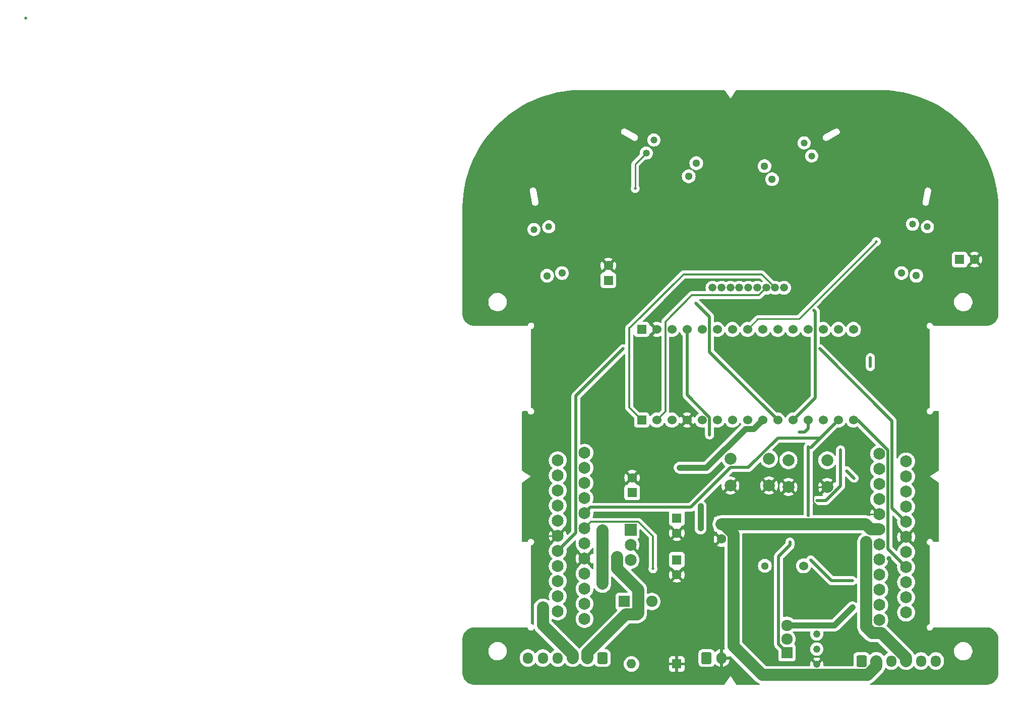
<source format=gbl>
%TF.GenerationSoftware,KiCad,Pcbnew,8.0.5*%
%TF.CreationDate,2024-11-23T08:17:22+09:00*%
%TF.ProjectId,mouse_v1,6d6f7573-655f-4763-912e-6b696361645f,rev?*%
%TF.SameCoordinates,Original*%
%TF.FileFunction,Copper,L2,Bot*%
%TF.FilePolarity,Positive*%
%FSLAX46Y46*%
G04 Gerber Fmt 4.6, Leading zero omitted, Abs format (unit mm)*
G04 Created by KiCad (PCBNEW 8.0.5) date 2024-11-23 08:17:22*
%MOMM*%
%LPD*%
G01*
G04 APERTURE LIST*
G04 Aperture macros list*
%AMRoundRect*
0 Rectangle with rounded corners*
0 $1 Rounding radius*
0 $2 $3 $4 $5 $6 $7 $8 $9 X,Y pos of 4 corners*
0 Add a 4 corners polygon primitive as box body*
4,1,4,$2,$3,$4,$5,$6,$7,$8,$9,$2,$3,0*
0 Add four circle primitives for the rounded corners*
1,1,$1+$1,$2,$3*
1,1,$1+$1,$4,$5*
1,1,$1+$1,$6,$7*
1,1,$1+$1,$8,$9*
0 Add four rect primitives between the rounded corners*
20,1,$1+$1,$2,$3,$4,$5,0*
20,1,$1+$1,$4,$5,$6,$7,0*
20,1,$1+$1,$6,$7,$8,$9,0*
20,1,$1+$1,$8,$9,$2,$3,0*%
G04 Aperture macros list end*
%TA.AperFunction,ComponentPad*%
%ADD10R,1.600000X1.600000*%
%TD*%
%TA.AperFunction,ComponentPad*%
%ADD11C,1.600000*%
%TD*%
%TA.AperFunction,ComponentPad*%
%ADD12C,1.217000*%
%TD*%
%TA.AperFunction,ComponentPad*%
%ADD13R,1.920000X1.920000*%
%TD*%
%TA.AperFunction,ComponentPad*%
%ADD14C,1.920000*%
%TD*%
%TA.AperFunction,ComponentPad*%
%ADD15O,1.600000X1.600000*%
%TD*%
%TA.AperFunction,ComponentPad*%
%ADD16C,1.337000*%
%TD*%
%TA.AperFunction,ComponentPad*%
%ADD17C,1.524000*%
%TD*%
%TA.AperFunction,ComponentPad*%
%ADD18C,1.300000*%
%TD*%
%TA.AperFunction,ComponentPad*%
%ADD19C,2.000000*%
%TD*%
%TA.AperFunction,ComponentPad*%
%ADD20R,1.530000X1.530000*%
%TD*%
%TA.AperFunction,ComponentPad*%
%ADD21C,1.530000*%
%TD*%
%TA.AperFunction,ComponentPad*%
%ADD22C,1.995000*%
%TD*%
%TA.AperFunction,ComponentPad*%
%ADD23R,1.995000X1.995000*%
%TD*%
%TA.AperFunction,ComponentPad*%
%ADD24C,1.192000*%
%TD*%
%TA.AperFunction,ComponentPad*%
%ADD25RoundRect,0.250000X-0.600000X-0.725000X0.600000X-0.725000X0.600000X0.725000X-0.600000X0.725000X0*%
%TD*%
%TA.AperFunction,ComponentPad*%
%ADD26O,1.700000X1.950000*%
%TD*%
%TA.AperFunction,ComponentPad*%
%ADD27RoundRect,0.250000X0.600000X0.725000X-0.600000X0.725000X-0.600000X-0.725000X0.600000X-0.725000X0*%
%TD*%
%TA.AperFunction,ComponentPad*%
%ADD28RoundRect,0.250000X-0.600000X-0.750000X0.600000X-0.750000X0.600000X0.750000X-0.600000X0.750000X0*%
%TD*%
%TA.AperFunction,ComponentPad*%
%ADD29O,1.700000X2.000000*%
%TD*%
%TA.AperFunction,ViaPad*%
%ADD30C,0.500000*%
%TD*%
%TA.AperFunction,ViaPad*%
%ADD31C,0.800000*%
%TD*%
%TA.AperFunction,Conductor*%
%ADD32C,0.250000*%
%TD*%
%TA.AperFunction,Conductor*%
%ADD33C,2.000000*%
%TD*%
%TA.AperFunction,Conductor*%
%ADD34C,0.500000*%
%TD*%
%TA.AperFunction,Conductor*%
%ADD35C,1.000000*%
%TD*%
%TA.AperFunction,Conductor*%
%ADD36C,0.300000*%
%TD*%
G04 APERTURE END LIST*
D10*
%TO.P,C11,1*%
%TO.N,Net-(LED2-A)*%
X139340000Y-82040000D03*
D11*
%TO.P,C11,2*%
%TO.N,GND*%
X141840000Y-82040000D03*
%TD*%
D12*
%TO.P,VR1,1,CCW*%
%TO.N,GND*%
X115340000Y-150080000D03*
%TO.P,VR1,2,WIPER*%
%TO.N,SLEEP*%
X115340000Y-147540000D03*
%TO.P,VR1,3,CW*%
%TO.N,unconnected-(VR1-CW-Pad3)*%
X115340000Y-145000000D03*
%TD*%
D13*
%TO.P,Q3,1,GATE*%
%TO.N,MOTOR_ENABLE*%
X110340000Y-148140000D03*
D14*
%TO.P,Q3,2,DRAIN*%
%TO.N,SLEEP*%
X110340000Y-145840000D03*
%TO.P,Q3,3,SOURCE*%
%TO.N,+5V*%
X110340000Y-143540000D03*
%TD*%
D10*
%TO.P,SW4,1*%
%TO.N,GND*%
X91840000Y-150040000D03*
D15*
%TO.P,SW4,2*%
%TO.N,Net-(D1-K)*%
X84220000Y-150040000D03*
%TD*%
D16*
%TO.P,DS1,1,VO*%
%TO.N,unconnected-(DS1-VO-Pad1)*%
X97840000Y-86790000D03*
%TO.P,DS1,2,VOUT*%
%TO.N,Net-(DS1-VOUT)*%
X99340000Y-86790000D03*
%TO.P,DS1,3,CAP1N*%
%TO.N,Net-(DS1-CAP1N)*%
X100840000Y-86790000D03*
%TO.P,DS1,4,CAP1P*%
%TO.N,Net-(DS1-CAP1P)*%
X102340000Y-86790000D03*
%TO.P,DS1,5,VDD*%
%TO.N,+3.3V*%
X103840000Y-86790000D03*
%TO.P,DS1,6,VSS*%
%TO.N,GND*%
X105340000Y-86790000D03*
%TO.P,DS1,7,SDA*%
%TO.N,I2C1_SDA*%
X106840000Y-86790000D03*
%TO.P,DS1,8,SCL*%
%TO.N,I2C1_SCL*%
X108340000Y-86790000D03*
%TO.P,DS1,9,XRESTB*%
%TO.N,Net-(DS1-XRESTB)*%
X109840000Y-86790000D03*
%TD*%
D17*
%TO.P,LS1,1,1*%
%TO.N,Net-(D2-A)*%
X113127500Y-133540000D03*
D18*
%TO.P,LS1,2,2*%
%TO.N,+3.3V*%
X106627500Y-133540000D03*
%TD*%
D10*
%TO.P,C8,1*%
%TO.N,+12V*%
X99340000Y-126540000D03*
D11*
%TO.P,C8,2*%
%TO.N,GND*%
X99340000Y-129040000D03*
%TD*%
D10*
%TO.P,C7,1*%
%TO.N,+12V*%
X91840000Y-125540000D03*
D11*
%TO.P,C7,2*%
%TO.N,GND*%
X91840000Y-128040000D03*
%TD*%
D19*
%TO.P,SW1,1,1*%
%TO.N,GND*%
X117090000Y-120290000D03*
X110590000Y-120290000D03*
%TO.P,SW1,2,2*%
%TO.N,SWITCH_1*%
X117090000Y-115790000D03*
X110590000Y-115790000D03*
%TD*%
D20*
%TO.P,U1,CN3_1,PA9*%
%TO.N,I2C1_SCL*%
X85940000Y-109040000D03*
D21*
%TO.P,U1,CN3_2,PA10*%
%TO.N,I2C1_SDA*%
X88480000Y-109040000D03*
%TO.P,U1,CN3_3,NRST_CN3*%
%TO.N,unconnected-(U1A-NRST_CN3-PadCN3_3)*%
X91020000Y-109040000D03*
%TO.P,U1,CN3_4,GND_CN3*%
%TO.N,GND*%
X93560000Y-109040000D03*
%TO.P,U1,CN3_5,PA12*%
%TO.N,MOTOR_CW{slash}CCW_L*%
X96100000Y-109040000D03*
%TO.P,U1,CN3_6,PB0*%
%TO.N,photosensor_1*%
X98640000Y-109040000D03*
%TO.P,U1,CN3_7,PB7*%
%TO.N,SWITCH_2*%
X101180000Y-109040000D03*
%TO.P,U1,CN3_8,PB6*%
%TO.N,SWITCH_1*%
X103720000Y-109040000D03*
%TO.P,U1,CN3_9,PB1*%
%TO.N,BATTERY*%
X106260000Y-109040000D03*
%TO.P,U1,CN3_10,PC14*%
%TO.N,SENSORLED_1*%
X108800000Y-109040000D03*
%TO.P,U1,CN3_11,PC15*%
%TO.N,SENSORLED_2*%
X111340000Y-109040000D03*
%TO.P,U1,CN3_12,PA8*%
%TO.N,MOTOR_CLOCK_L*%
X113880000Y-109040000D03*
%TO.P,U1,CN3_13,PA11*%
%TO.N,MOTOR_ENABLE*%
X116420000Y-109040000D03*
%TO.P,U1,CN3_14,PB5*%
%TO.N,MD_RESET*%
X118960000Y-109040000D03*
%TO.P,U1,CN3_15,PB4*%
%TO.N,MOTOR_CW{slash}CCW_R*%
X121500000Y-109040000D03*
D20*
%TO.P,U1,CN4_1,VIN*%
%TO.N,unconnected-(U1B-VIN-PadCN4_1)*%
X85940000Y-93800000D03*
D21*
%TO.P,U1,CN4_2,GND_CN4*%
%TO.N,GND*%
X88480000Y-93800000D03*
%TO.P,U1,CN4_3,NRST_CN4*%
%TO.N,unconnected-(U1B-NRST_CN4-PadCN4_3)*%
X91020000Y-93800000D03*
%TO.P,U1,CN4_4,+5V*%
%TO.N,+5V*%
X93560000Y-93800000D03*
%TO.P,U1,CN4_5,PA2*%
%TO.N,unconnected-(U1B-PA2-PadCN4_5)*%
X96100000Y-93800000D03*
%TO.P,U1,CN4_6,PA7*%
%TO.N,photosensor_2*%
X98640000Y-93800000D03*
%TO.P,U1,CN4_7,PA6*%
%TO.N,photosensor_3*%
X101180000Y-93800000D03*
%TO.P,U1,CN4_8,PA5*%
%TO.N,photosensor_4*%
X103720000Y-93800000D03*
%TO.P,U1,CN4_9,PA4*%
%TO.N,unconnected-(U1B-PA4-PadCN4_9)*%
X106260000Y-93800000D03*
%TO.P,U1,CN4_10,PA3*%
%TO.N,SPEAKER*%
X108800000Y-93800000D03*
%TO.P,U1,CN4_11,PA1*%
%TO.N,MOTOR_CLOCK_R*%
X111340000Y-93800000D03*
%TO.P,U1,CN4_12,PA0*%
%TO.N,MCO*%
X113880000Y-93800000D03*
%TO.P,U1,CN4_13,AREF*%
%TO.N,unconnected-(U1B-AREF-PadCN4_13)*%
X116420000Y-93800000D03*
%TO.P,U1,CN4_14,+3V3*%
%TO.N,+3.3V*%
X118960000Y-93800000D03*
%TO.P,U1,CN4_15,PB3*%
%TO.N,INTERFACELED*%
X121500000Y-93800000D03*
%TD*%
D22*
%TO.P,U2,1,OUTA*%
%TO.N,OUTA_R*%
X125840000Y-114720000D03*
%TO.P,U2,2,OUTA*%
%TO.N,OUTA{slash}_R*%
X130340000Y-115990000D03*
%TO.P,U2,3,~{OUTA}*%
%TO.N,OUTA_R*%
X125840000Y-117260000D03*
%TO.P,U2,4,~{OUTA}*%
%TO.N,OUTA{slash}_R*%
X130340000Y-118530000D03*
%TO.P,U2,5,SENSE_A*%
%TO.N,unconnected-(U2-SENSE_A-Pad5)*%
X125840000Y-119800000D03*
%TO.P,U2,6,N.C.*%
%TO.N,unconnected-(U2-N.C.-Pad6)*%
X130340000Y-121070000D03*
%TO.P,U2,7,M1*%
%TO.N,+5V*%
X125840000Y-122340000D03*
%TO.P,U2,8,M2*%
X130340000Y-123610000D03*
%TO.P,U2,9,M3*%
%TO.N,GND*%
X125840000Y-124880000D03*
%TO.P,U2,10,CLOCK*%
%TO.N,MOTOR_CLOCK_R*%
X130340000Y-126150000D03*
%TO.P,U2,11,VBB*%
%TO.N,+12V*%
X125840000Y-127420000D03*
%TO.P,U2,12,GND*%
%TO.N,GND*%
X130340000Y-128690000D03*
%TO.P,U2,13,REF/SLEEP1*%
%TO.N,SLEEP*%
X125840000Y-129960000D03*
%TO.P,U2,14,VDD*%
%TO.N,+5V*%
X130340000Y-131230000D03*
%TO.P,U2,15,RESET*%
%TO.N,MD_RESET*%
X125840000Y-132500000D03*
%TO.P,U2,16,CW/CCW*%
%TO.N,MOTOR_CW{slash}CCW_R*%
X130340000Y-133770000D03*
%TO.P,U2,17,SYNC*%
%TO.N,+5V*%
X125840000Y-135040000D03*
%TO.P,U2,18,FLAG*%
%TO.N,unconnected-(U2-FLAG-Pad18)*%
X130340000Y-136310000D03*
%TO.P,U2,19,SENSE_B*%
%TO.N,unconnected-(U2-SENSE_B-Pad19)*%
X125840000Y-137580000D03*
%TO.P,U2,20,~{OUTB}*%
%TO.N,OUTB_R*%
X130340000Y-138850000D03*
%TO.P,U2,21,~{OUTB}*%
%TO.N,OUTB{slash}_R*%
X125840000Y-140120000D03*
%TO.P,U2,22,OUTB*%
%TO.N,OUTB_R*%
X130340000Y-141390000D03*
%TO.P,U2,23,OUTB*%
%TO.N,OUTB{slash}_R*%
X125840000Y-142660000D03*
%TD*%
D23*
%TO.P,IC1,1,IN*%
%TO.N,+12V*%
X84065000Y-127500000D03*
D22*
%TO.P,IC1,2,GND*%
%TO.N,GND*%
X84065000Y-130040000D03*
%TO.P,IC1,3,OUT*%
%TO.N,+5V*%
X84065000Y-132580000D03*
%TD*%
D19*
%TO.P,SW2,1,1*%
%TO.N,GND*%
X107340000Y-120040000D03*
X100840000Y-120040000D03*
%TO.P,SW2,2,2*%
%TO.N,SWITCH_2*%
X107340000Y-115540000D03*
X100840000Y-115540000D03*
%TD*%
D10*
%TO.P,C4,1*%
%TO.N,+5V*%
X91840000Y-132540000D03*
D11*
%TO.P,C4,2*%
%TO.N,GND*%
X91840000Y-135040000D03*
%TD*%
D13*
%TO.P,Q2,1,GATE*%
%TO.N,Net-(D1-A)*%
X83040000Y-139540000D03*
D14*
%TO.P,Q2,2,DRAIN*%
%TO.N,+12V*%
X85340000Y-139540000D03*
%TO.P,Q2,3,SOURCE*%
%TO.N,Net-(J3-Pin_1)*%
X87640000Y-139540000D03*
%TD*%
D10*
%TO.P,C12,1*%
%TO.N,Net-(LED3-A)*%
X80340000Y-85540000D03*
D11*
%TO.P,C12,2*%
%TO.N,GND*%
X80340000Y-83040000D03*
%TD*%
D10*
%TO.P,C2,1*%
%TO.N,+12V*%
X84340000Y-121222380D03*
D11*
%TO.P,C2,2*%
%TO.N,GND*%
X84340000Y-118722380D03*
%TD*%
D22*
%TO.P,U3,1,OUTA*%
%TO.N,OUTA_L*%
X76340000Y-142480000D03*
%TO.P,U3,2,OUTA*%
%TO.N,OUTA{slash}_L*%
X71840000Y-141210000D03*
%TO.P,U3,3,~{OUTA}*%
%TO.N,OUTA_L*%
X76340000Y-139940000D03*
%TO.P,U3,4,~{OUTA}*%
%TO.N,OUTA{slash}_L*%
X71840000Y-138670000D03*
%TO.P,U3,5,SENSE_A*%
%TO.N,unconnected-(U3-SENSE_A-Pad5)*%
X76340000Y-137400000D03*
%TO.P,U3,6,N.C.*%
%TO.N,unconnected-(U3-N.C.-Pad6)*%
X71840000Y-136130000D03*
%TO.P,U3,7,M1*%
%TO.N,+5V*%
X76340000Y-134860000D03*
%TO.P,U3,8,M2*%
X71840000Y-133590000D03*
%TO.P,U3,9,M3*%
%TO.N,GND*%
X76340000Y-132320000D03*
%TO.P,U3,10,CLOCK*%
%TO.N,MOTOR_CLOCK_L*%
X71840000Y-131050000D03*
%TO.P,U3,11,VBB*%
%TO.N,+12V*%
X76340000Y-129780000D03*
%TO.P,U3,12,GND*%
%TO.N,GND*%
X71840000Y-128510000D03*
%TO.P,U3,13,REF/SLEEP1*%
%TO.N,SLEEP*%
X76340000Y-127240000D03*
%TO.P,U3,14,VDD*%
%TO.N,+5V*%
X71840000Y-125970000D03*
%TO.P,U3,15,RESET*%
%TO.N,MD_RESET*%
X76340000Y-124700000D03*
%TO.P,U3,16,CW/CCW*%
%TO.N,MOTOR_CW{slash}CCW_L*%
X71840000Y-123430000D03*
%TO.P,U3,17,SYNC*%
%TO.N,+5V*%
X76340000Y-122160000D03*
%TO.P,U3,18,FLAG*%
%TO.N,unconnected-(U3-FLAG-Pad18)*%
X71840000Y-120890000D03*
%TO.P,U3,19,SENSE_B*%
%TO.N,unconnected-(U3-SENSE_B-Pad19)*%
X76340000Y-119620000D03*
%TO.P,U3,20,~{OUTB}*%
%TO.N,OUTB_L*%
X71840000Y-118350000D03*
%TO.P,U3,21,~{OUTB}*%
%TO.N,OUTB{slash}_L*%
X76340000Y-117080000D03*
%TO.P,U3,22,OUTB*%
%TO.N,OUTB_L*%
X71840000Y-115810000D03*
%TO.P,U3,23,OUTB*%
%TO.N,OUTB{slash}_L*%
X76340000Y-114540000D03*
%TD*%
D24*
%TO.P,Q6,1,E*%
%TO.N,photosensor_3*%
X113205000Y-62440148D03*
%TO.P,Q6,2,C*%
%TO.N,+3.3V*%
X114475000Y-64639853D03*
%TD*%
%TO.P,Q5,1,E*%
%TO.N,photosensor_2*%
X86705000Y-64139852D03*
%TO.P,Q5,2,C*%
%TO.N,+3.3V*%
X87975000Y-61940147D03*
%TD*%
D25*
%TO.P,J2,1,Pin_1*%
%TO.N,OUTB{slash}_R*%
X122840000Y-149540000D03*
D26*
%TO.P,J2,2,Pin_2*%
%TO.N,+12V*%
X125340000Y-149540000D03*
%TO.P,J2,3,Pin_3*%
%TO.N,OUTB_R*%
X127840000Y-149540000D03*
%TO.P,J2,4,Pin_4*%
%TO.N,OUTA_R*%
X130340000Y-149540000D03*
%TO.P,J2,5,Pin_5*%
%TO.N,+12V*%
X132840000Y-149540000D03*
%TO.P,J2,6,Pin_6*%
%TO.N,OUTA{slash}_R*%
X135340000Y-149540000D03*
%TD*%
D18*
%TO.P,LED4,1,K*%
%TO.N,Net-(LED4-K)*%
X93840000Y-68040000D03*
%TO.P,LED4,2,A*%
%TO.N,Net-(LED3-K)*%
X95110000Y-65840295D03*
%TD*%
D24*
%TO.P,Q7,1,E*%
%TO.N,photosensor_4*%
X131426088Y-76098934D03*
%TO.P,Q7,2,C*%
%TO.N,+3.3V*%
X133927500Y-76540001D03*
%TD*%
D27*
%TO.P,J1,1,Pin_1*%
%TO.N,OUTB{slash}_L*%
X79340000Y-149040000D03*
D26*
%TO.P,J1,2,Pin_2*%
%TO.N,+12V*%
X76840000Y-149040000D03*
%TO.P,J1,3,Pin_3*%
%TO.N,OUTB_L*%
X74340000Y-149040000D03*
%TO.P,J1,4,Pin_4*%
%TO.N,OUTA_L*%
X71840000Y-149040000D03*
%TO.P,J1,5,Pin_5*%
%TO.N,+12V*%
X69340000Y-149040000D03*
%TO.P,J1,6,Pin_6*%
%TO.N,OUTA{slash}_L*%
X66840000Y-149040000D03*
%TD*%
D28*
%TO.P,J3,1,Pin_1*%
%TO.N,Net-(J3-Pin_1)*%
X96840000Y-149040000D03*
D29*
%TO.P,J3,2,Pin_2*%
%TO.N,GND*%
X99340000Y-149040000D03*
%TD*%
D18*
%TO.P,LED3,1,K*%
%TO.N,Net-(LED3-K)*%
X70059750Y-84765743D03*
%TO.P,LED3,2,A*%
%TO.N,Net-(LED3-A)*%
X72561162Y-84324676D03*
%TD*%
D24*
%TO.P,Q4,1,E*%
%TO.N,photosensor_1*%
X67838588Y-76981066D03*
%TO.P,Q4,2,C*%
%TO.N,+3.3V*%
X70340000Y-76539999D03*
%TD*%
D18*
%TO.P,LED2,1,K*%
%TO.N,Net-(LED1-A)*%
X129559750Y-84314257D03*
%TO.P,LED2,2,A*%
%TO.N,Net-(LED2-A)*%
X132061162Y-84755323D03*
%TD*%
%TO.P,LED1,1,K*%
%TO.N,Net-(LED1-K)*%
X106570000Y-66340295D03*
%TO.P,LED1,2,A*%
%TO.N,Net-(LED1-A)*%
X107840000Y-68540000D03*
%TD*%
D30*
%TO.N,*%
X-17470000Y-41460000D03*
D31*
%TO.N,GND*%
X118830000Y-147340000D03*
X95580000Y-136800000D03*
X142410000Y-72770000D03*
X122530000Y-101240000D03*
X143880000Y-90650000D03*
X73380000Y-60210000D03*
X143940000Y-148580000D03*
X119020000Y-90800000D03*
X105180000Y-132030000D03*
X123360000Y-72870000D03*
X73910000Y-76700000D03*
X86540000Y-99570000D03*
X111940000Y-141060000D03*
X81490000Y-76740000D03*
X76840000Y-88330000D03*
X76700000Y-80930000D03*
X89150000Y-145620000D03*
X87560000Y-106050000D03*
X92900000Y-145870000D03*
X75000000Y-68520000D03*
X87710000Y-70660000D03*
X112550000Y-103170000D03*
X116430000Y-128830000D03*
X98600000Y-60160000D03*
X77650000Y-64380000D03*
X89940000Y-80220000D03*
X139850000Y-145320000D03*
X94930000Y-112080000D03*
X83220000Y-145970000D03*
X138730000Y-76230000D03*
X103170000Y-152330000D03*
X80550000Y-57970000D03*
X98500000Y-122410000D03*
X105760000Y-62470000D03*
X86390000Y-115270000D03*
X114750000Y-75410000D03*
X105400000Y-123030000D03*
X61880000Y-68470000D03*
X97200000Y-136550000D03*
X103950000Y-82080000D03*
X68380000Y-112900000D03*
X70850000Y-107160000D03*
X126000000Y-87870000D03*
X90320000Y-70690000D03*
X126950000Y-100160000D03*
X120240000Y-55920000D03*
X92060000Y-105440000D03*
X100700000Y-64220000D03*
X127480000Y-132290000D03*
D30*
X110840000Y-89040000D03*
D31*
X133040000Y-67350000D03*
X67340000Y-126040000D03*
D30*
X111840000Y-82540000D03*
D31*
X116040000Y-83320000D03*
X86140000Y-85180000D03*
X74820000Y-100400000D03*
X98570000Y-132300000D03*
X70490000Y-100100000D03*
X59800000Y-86190000D03*
X121800000Y-80010000D03*
X81790000Y-137020000D03*
X99080000Y-82180000D03*
X97840000Y-68040000D03*
X122360000Y-62080000D03*
X81020000Y-115720000D03*
X70790000Y-93410000D03*
X107340000Y-82540000D03*
X112730000Y-99340000D03*
X138630000Y-63110000D03*
X118530000Y-128630000D03*
X86340000Y-73230000D03*
X91400000Y-99620000D03*
X136330000Y-88020000D03*
X131780000Y-56410000D03*
X88340000Y-136800000D03*
X125310000Y-83470000D03*
X104520000Y-119160000D03*
X99590000Y-77220000D03*
X111240000Y-76780000D03*
X91180000Y-82450000D03*
X129980000Y-105340000D03*
X92090000Y-111020000D03*
X97990000Y-113800000D03*
X89640000Y-55910000D03*
X64530000Y-145370000D03*
X62460000Y-151650000D03*
X80360000Y-107820000D03*
X121230000Y-144080000D03*
X99410000Y-111970000D03*
X98770000Y-138370000D03*
X97260000Y-55940000D03*
X77550000Y-73200000D03*
X103760000Y-97590000D03*
X102550000Y-122910000D03*
X66710000Y-62600000D03*
X106350000Y-102530000D03*
X80990000Y-93300000D03*
X109740000Y-54990000D03*
X90100000Y-66660000D03*
X121560000Y-113150000D03*
X104120000Y-137860000D03*
X115410000Y-139430000D03*
X112540000Y-88370000D03*
D30*
X117840000Y-71040000D03*
D31*
X129620000Y-61180000D03*
X99080000Y-144320000D03*
X120930000Y-67760000D03*
D30*
%TO.N,+12V*%
X81840000Y-132040000D03*
%TO.N,+5V*%
X95840000Y-123540000D03*
X121340000Y-140540000D03*
X97340000Y-111540000D03*
X95840000Y-127240000D03*
%TO.N,SLEEP*%
X87840000Y-134040000D03*
%TO.N,+3.3V*%
X124340000Y-98540000D03*
X124340000Y-100040000D03*
%TO.N,OUTB{slash}_L*%
X79340000Y-136560000D03*
X79340000Y-127540000D03*
%TO.N,OUTB_L*%
X69340000Y-140540000D03*
%TO.N,OUTA_R*%
X123642500Y-129540000D03*
%TO.N,MOTOR_ENABLE*%
X115340000Y-122540000D03*
X110840000Y-129540000D03*
X119340000Y-114040000D03*
%TO.N,photosensor_2*%
X84840000Y-70115000D03*
%TO.N,photosensor_4*%
X125340000Y-79040000D03*
%TO.N,SENSORLED_1*%
X95016587Y-89363413D03*
%TO.N,SPEAKER*%
X120340000Y-117540000D03*
X121610280Y-118810280D03*
%TO.N,BATTERY*%
X92340000Y-117040000D03*
%TO.N,MD_RESET*%
X113910000Y-125090000D03*
X121340000Y-136040000D03*
X114340000Y-132540000D03*
%TO.N,MOTOR_CLOCK_L*%
X82840000Y-97040000D03*
X112340000Y-111040000D03*
%TO.N,SENSORLED_2*%
X114840000Y-90540000D03*
%TO.N,MOTOR_CLOCK_R*%
X115840000Y-97040000D03*
%TD*%
D32*
%TO.N,GND*%
X116850000Y-124880000D02*
X125840000Y-124880000D01*
X115675787Y-120290000D02*
X114765000Y-121200787D01*
X71840000Y-128510000D02*
X69810000Y-128510000D01*
X69810000Y-128510000D02*
X67340000Y-126040000D01*
X114765000Y-122795000D02*
X116850000Y-124880000D01*
X117090000Y-120290000D02*
X115675787Y-120290000D01*
X114765000Y-121200787D02*
X114765000Y-122795000D01*
D33*
%TO.N,+12V*%
X81840000Y-134020000D02*
X81840000Y-132040000D01*
X76840000Y-148157462D02*
X83297462Y-141700000D01*
X85200000Y-141700000D02*
X85340000Y-141560000D01*
X85340000Y-139540000D02*
X85340000Y-137520000D01*
X76840000Y-149040000D02*
X76840000Y-148157462D01*
X99340000Y-126540000D02*
X123549322Y-126540000D01*
X85340000Y-141560000D02*
X85340000Y-139540000D01*
X99668428Y-126540000D02*
X101340000Y-128211572D01*
X101340000Y-128211572D02*
X101340000Y-147040000D01*
X85340000Y-137520000D02*
X81840000Y-134020000D01*
X125340000Y-150422538D02*
X125340000Y-149540000D01*
X106188500Y-151888500D02*
X123874038Y-151888500D01*
X123874038Y-151888500D02*
X125340000Y-150422538D01*
X123549322Y-126540000D02*
X124429322Y-127420000D01*
X101340000Y-147040000D02*
X106188500Y-151888500D01*
X99340000Y-126540000D02*
X99668428Y-126540000D01*
X124429322Y-127420000D02*
X125840000Y-127420000D01*
X83297462Y-141700000D02*
X85200000Y-141700000D01*
D34*
%TO.N,+5V*%
X93560000Y-93800000D02*
X93560000Y-104781730D01*
X93560000Y-104781730D02*
X97340000Y-108561730D01*
D35*
X121340000Y-140540000D02*
X118340000Y-143540000D01*
X95840000Y-127240000D02*
X95840000Y-123540000D01*
D34*
X97340000Y-108561730D02*
X97340000Y-111540000D01*
D35*
X118340000Y-143540000D02*
X110340000Y-143540000D01*
D36*
%TO.N,SLEEP*%
X87840000Y-134040000D02*
X87840000Y-128580000D01*
X85412500Y-126152500D02*
X77427500Y-126152500D01*
X87840000Y-128580000D02*
X85412500Y-126152500D01*
X77427500Y-126152500D02*
X76340000Y-127240000D01*
D34*
%TO.N,+3.3V*%
X124340000Y-100040000D02*
X124340000Y-98540000D01*
D36*
%TO.N,I2C1_SDA*%
X89905000Y-92475000D02*
X94340000Y-88040000D01*
X94340000Y-88040000D02*
X105590000Y-88040000D01*
X105590000Y-88040000D02*
X106840000Y-86790000D01*
X89905000Y-107615000D02*
X89905000Y-92475000D01*
X88480000Y-109040000D02*
X89905000Y-107615000D01*
%TO.N,I2C1_SCL*%
X83970000Y-93540000D02*
X83840000Y-93540000D01*
X108340000Y-86790000D02*
X106090000Y-84540000D01*
X92970000Y-84540000D02*
X83970000Y-93540000D01*
X106090000Y-84540000D02*
X92970000Y-84540000D01*
X83840000Y-93540000D02*
X83840000Y-106940000D01*
X83840000Y-106940000D02*
X85940000Y-109040000D01*
D33*
%TO.N,OUTB{slash}_L*%
X79340000Y-136560000D02*
X79340000Y-127540000D01*
%TO.N,OUTB_L*%
X69340000Y-143515862D02*
X74340000Y-148515862D01*
X74340000Y-148515862D02*
X74340000Y-149040000D01*
X69340000Y-140540000D02*
X69340000Y-143515862D01*
%TO.N,OUTA_R*%
X123642500Y-143842500D02*
X123642500Y-129540000D01*
X130340000Y-149540000D02*
X130340000Y-149015862D01*
X130340000Y-149015862D02*
X126181638Y-144857500D01*
X126181638Y-144857500D02*
X124657500Y-144857500D01*
X124657500Y-144857500D02*
X123642500Y-143842500D01*
D34*
%TO.N,MOTOR_ENABLE*%
X110840000Y-129540000D02*
X110840000Y-130040000D01*
X108930000Y-146730000D02*
X110340000Y-148140000D01*
X116890610Y-122540000D02*
X115340000Y-122540000D01*
X110840000Y-130040000D02*
X108930000Y-131950000D01*
X108930000Y-131950000D02*
X108930000Y-146730000D01*
X119340000Y-120090610D02*
X116890610Y-122540000D01*
X119340000Y-114040000D02*
X119340000Y-120090610D01*
D32*
%TO.N,photosensor_2*%
X84840000Y-70115000D02*
X84840000Y-66004852D01*
X84840000Y-66004852D02*
X86705000Y-64139852D01*
%TO.N,photosensor_4*%
X112340000Y-92040000D02*
X105480000Y-92040000D01*
X125340000Y-79040000D02*
X112340000Y-92040000D01*
X105480000Y-92040000D02*
X103720000Y-93800000D01*
D34*
%TO.N,SENSORLED_1*%
X97315000Y-97555000D02*
X108800000Y-109040000D01*
X95016587Y-89363413D02*
X97315000Y-91661826D01*
X97315000Y-91661826D02*
X97315000Y-97555000D01*
%TO.N,SPEAKER*%
X121610280Y-118810280D02*
X120340000Y-117540000D01*
D35*
%TO.N,BATTERY*%
X104795000Y-110505000D02*
X103375000Y-110505000D01*
X103375000Y-110505000D02*
X96840000Y-117040000D01*
X96840000Y-117040000D02*
X92340000Y-117040000D01*
X106260000Y-109040000D02*
X104795000Y-110505000D01*
D34*
%TO.N,MOTOR_CW{slash}CCW_R*%
X127290000Y-130720000D02*
X127290000Y-114122925D01*
X130340000Y-133770000D02*
X127290000Y-130720000D01*
X122207075Y-109040000D02*
X121500000Y-109040000D01*
X127290000Y-114122925D02*
X122207075Y-109040000D01*
%TO.N,MD_RESET*%
X100890000Y-116990000D02*
X103839390Y-116990000D01*
X115960000Y-112040000D02*
X118960000Y-109040000D01*
X114340000Y-132540000D02*
X117840000Y-136040000D01*
X115960000Y-112040000D02*
X114340000Y-113660000D01*
X117840000Y-136040000D02*
X121340000Y-136040000D01*
X113910000Y-113540000D02*
X113910000Y-125090000D01*
X76340000Y-124700000D02*
X77337500Y-123702500D01*
X103839390Y-116990000D02*
X108789390Y-112040000D01*
X94177500Y-123702500D02*
X100890000Y-116990000D01*
X108789390Y-112040000D02*
X115960000Y-112040000D01*
X77337500Y-123702500D02*
X94177500Y-123702500D01*
%TO.N,MOTOR_CLOCK_L*%
X113880000Y-110500000D02*
X113880000Y-109040000D01*
X112340000Y-111040000D02*
X113340000Y-111040000D01*
X74892500Y-127997500D02*
X74892500Y-104987500D01*
X71840000Y-131050000D02*
X74892500Y-127997500D01*
X113340000Y-111040000D02*
X113880000Y-110500000D01*
X74892500Y-104987500D02*
X82840000Y-97040000D01*
%TO.N,SENSORLED_2*%
X115095000Y-105285000D02*
X111340000Y-109040000D01*
X114840000Y-90540000D02*
X115095000Y-90795000D01*
X115095000Y-90795000D02*
X115095000Y-105285000D01*
%TO.N,MOTOR_CLOCK_R*%
X127990000Y-123800000D02*
X127990000Y-109190000D01*
X127990000Y-109190000D02*
X115840000Y-97040000D01*
X130340000Y-126150000D02*
X127990000Y-123800000D01*
%TD*%
%TA.AperFunction,Conductor*%
%TO.N,GND*%
G36*
X113365809Y-112810185D02*
G01*
X113411564Y-112862989D01*
X113421508Y-112932147D01*
X113392483Y-112995703D01*
X113386451Y-113002181D01*
X113327051Y-113061580D01*
X113327048Y-113061584D01*
X113244919Y-113184498D01*
X113244912Y-113184511D01*
X113188343Y-113321082D01*
X113188340Y-113321092D01*
X113159500Y-113466079D01*
X113159500Y-124915500D01*
X113139815Y-124982539D01*
X113087011Y-125028294D01*
X113035500Y-125039500D01*
X99221903Y-125039500D01*
X98988630Y-125076447D01*
X98988627Y-125076447D01*
X98764011Y-125149430D01*
X98764010Y-125149430D01*
X98613761Y-125225985D01*
X98557469Y-125239500D01*
X98492130Y-125239500D01*
X98492123Y-125239501D01*
X98432516Y-125245908D01*
X98297671Y-125296202D01*
X98297664Y-125296206D01*
X98182455Y-125382452D01*
X98182452Y-125382455D01*
X98096206Y-125497664D01*
X98096202Y-125497671D01*
X98045908Y-125632517D01*
X98039501Y-125692116D01*
X98039500Y-125692135D01*
X98039500Y-125757468D01*
X98025985Y-125813763D01*
X97949434Y-125964003D01*
X97949433Y-125964005D01*
X97949432Y-125964008D01*
X97933319Y-126013596D01*
X97876446Y-126188631D01*
X97839500Y-126421902D01*
X97839500Y-126658097D01*
X97876446Y-126891368D01*
X97949433Y-127115996D01*
X97989218Y-127194077D01*
X98025985Y-127266238D01*
X98039500Y-127322529D01*
X98039500Y-127387869D01*
X98039501Y-127387876D01*
X98045908Y-127447483D01*
X98096202Y-127582328D01*
X98096206Y-127582335D01*
X98182452Y-127697544D01*
X98182455Y-127697547D01*
X98297664Y-127783793D01*
X98297671Y-127783797D01*
X98432516Y-127834091D01*
X98492113Y-127840499D01*
X98492122Y-127840499D01*
X98492127Y-127840500D01*
X98492131Y-127840499D01*
X98495434Y-127840677D01*
X98495424Y-127840855D01*
X98495431Y-127840856D01*
X98495417Y-127840977D01*
X98495353Y-127842178D01*
X98556672Y-127860112D01*
X98602483Y-127912867D01*
X98610016Y-127956464D01*
X99293553Y-128640000D01*
X99287339Y-128640000D01*
X99185606Y-128667259D01*
X99094394Y-128719920D01*
X99019920Y-128794394D01*
X98967259Y-128885606D01*
X98940000Y-128987339D01*
X98940000Y-128993552D01*
X98260974Y-128314526D01*
X98260973Y-128314526D01*
X98209868Y-128387512D01*
X98209866Y-128387516D01*
X98113734Y-128593673D01*
X98113730Y-128593682D01*
X98054860Y-128813389D01*
X98054858Y-128813400D01*
X98035034Y-129039997D01*
X98035034Y-129040002D01*
X98054858Y-129266599D01*
X98054860Y-129266610D01*
X98113730Y-129486317D01*
X98113735Y-129486331D01*
X98209863Y-129692478D01*
X98260974Y-129765472D01*
X98940000Y-129086446D01*
X98940000Y-129092661D01*
X98967259Y-129194394D01*
X99019920Y-129285606D01*
X99094394Y-129360080D01*
X99185606Y-129412741D01*
X99287339Y-129440000D01*
X99293551Y-129440000D01*
X98614526Y-130119025D01*
X98687513Y-130170132D01*
X98687521Y-130170136D01*
X98893668Y-130266264D01*
X98893682Y-130266269D01*
X99113389Y-130325139D01*
X99113400Y-130325141D01*
X99339998Y-130344966D01*
X99340002Y-130344966D01*
X99566599Y-130325141D01*
X99566609Y-130325139D01*
X99683407Y-130293844D01*
X99753256Y-130295507D01*
X99811119Y-130334669D01*
X99838623Y-130398898D01*
X99839500Y-130413619D01*
X99839500Y-147158097D01*
X99876447Y-147391369D01*
X99876448Y-147391376D01*
X99893317Y-147443293D01*
X99895312Y-147513134D01*
X99859231Y-147572967D01*
X99796530Y-147603794D01*
X99737069Y-147599541D01*
X99656125Y-147573241D01*
X99590000Y-147562768D01*
X99590000Y-148606988D01*
X99532993Y-148574075D01*
X99405826Y-148540000D01*
X99274174Y-148540000D01*
X99147007Y-148574075D01*
X99090000Y-148606988D01*
X99090000Y-147562768D01*
X99089999Y-147562768D01*
X99023875Y-147573241D01*
X98821784Y-147638903D01*
X98632442Y-147735379D01*
X98460541Y-147860271D01*
X98321668Y-147999144D01*
X98260345Y-148032628D01*
X98190653Y-148027644D01*
X98134720Y-147985772D01*
X98128448Y-147976558D01*
X98032712Y-147821344D01*
X97908657Y-147697289D01*
X97908656Y-147697288D01*
X97799864Y-147630185D01*
X97759336Y-147605187D01*
X97759331Y-147605185D01*
X97755133Y-147603794D01*
X97592797Y-147550001D01*
X97592795Y-147550000D01*
X97490010Y-147539500D01*
X96189998Y-147539500D01*
X96189981Y-147539501D01*
X96087203Y-147550000D01*
X96087200Y-147550001D01*
X95920668Y-147605185D01*
X95920663Y-147605187D01*
X95771342Y-147697289D01*
X95647289Y-147821342D01*
X95555187Y-147970663D01*
X95555185Y-147970668D01*
X95533797Y-148035213D01*
X95500001Y-148137203D01*
X95500001Y-148137204D01*
X95500000Y-148137204D01*
X95489500Y-148239983D01*
X95489500Y-149840001D01*
X95489501Y-149840018D01*
X95500000Y-149942796D01*
X95500001Y-149942799D01*
X95555185Y-150109331D01*
X95555187Y-150109336D01*
X95565920Y-150126737D01*
X95647288Y-150258656D01*
X95771344Y-150382712D01*
X95920666Y-150474814D01*
X96087203Y-150529999D01*
X96189991Y-150540500D01*
X97490008Y-150540499D01*
X97592797Y-150529999D01*
X97759334Y-150474814D01*
X97908656Y-150382712D01*
X98032712Y-150258656D01*
X98124814Y-150109334D01*
X98124814Y-150109331D01*
X98128448Y-150103441D01*
X98180395Y-150056716D01*
X98249358Y-150045493D01*
X98313440Y-150073336D01*
X98321668Y-150080856D01*
X98460535Y-150219723D01*
X98460540Y-150219727D01*
X98632442Y-150344620D01*
X98821782Y-150441095D01*
X99023871Y-150506757D01*
X99090000Y-150517231D01*
X99090000Y-149473012D01*
X99147007Y-149505925D01*
X99274174Y-149540000D01*
X99405826Y-149540000D01*
X99532993Y-149505925D01*
X99590000Y-149473012D01*
X99590000Y-150517230D01*
X99656126Y-150506757D01*
X99656129Y-150506757D01*
X99858217Y-150441095D01*
X100047557Y-150344620D01*
X100219459Y-150219727D01*
X100219464Y-150219723D01*
X100369723Y-150069464D01*
X100369727Y-150069459D01*
X100494620Y-149897557D01*
X100591095Y-149708217D01*
X100656757Y-149506130D01*
X100656757Y-149506127D01*
X100690000Y-149296246D01*
X100690000Y-149290000D01*
X99773012Y-149290000D01*
X99805925Y-149232993D01*
X99840000Y-149105826D01*
X99840000Y-148974174D01*
X99805925Y-148847007D01*
X99773012Y-148790000D01*
X100690000Y-148790000D01*
X100698891Y-148781108D01*
X100709685Y-148744350D01*
X100762489Y-148698595D01*
X100831647Y-148688651D01*
X100895203Y-148717676D01*
X100901681Y-148723708D01*
X105210990Y-153033017D01*
X105402066Y-153171843D01*
X105505281Y-153224433D01*
X105612506Y-153279068D01*
X105612509Y-153279069D01*
X105670986Y-153298069D01*
X105728661Y-153337506D01*
X105755860Y-153401864D01*
X105743946Y-153470711D01*
X105696702Y-153522187D01*
X105632668Y-153540000D01*
X101906362Y-153540000D01*
X101839323Y-153520315D01*
X101803189Y-153484784D01*
X100840000Y-152040000D01*
X99876811Y-153484783D01*
X99823246Y-153529644D01*
X99773637Y-153540000D01*
X57841088Y-153540000D01*
X57838877Y-153539980D01*
X57704899Y-153537591D01*
X57689463Y-153536349D01*
X57423102Y-153498052D01*
X57405814Y-153494291D01*
X57148687Y-153418792D01*
X57132110Y-153412609D01*
X56888346Y-153301285D01*
X56872819Y-153292807D01*
X56647375Y-153147924D01*
X56633211Y-153137321D01*
X56430682Y-152961828D01*
X56418172Y-152949318D01*
X56242679Y-152746789D01*
X56242678Y-152746788D01*
X56242676Y-152746785D01*
X56232077Y-152732626D01*
X56087188Y-152507175D01*
X56078715Y-152491656D01*
X55967391Y-152247889D01*
X55961208Y-152231313D01*
X55885709Y-151974186D01*
X55881948Y-151956899D01*
X55881948Y-151956897D01*
X55843649Y-151690528D01*
X55842408Y-151675110D01*
X55840020Y-151541123D01*
X55840000Y-151538914D01*
X55840000Y-147890164D01*
X60187479Y-147890164D01*
X60207582Y-148139203D01*
X60207583Y-148139208D01*
X60237777Y-148261707D01*
X60267377Y-148381798D01*
X60273677Y-148396585D01*
X60365309Y-148611656D01*
X60365312Y-148611662D01*
X60498847Y-148822829D01*
X60664528Y-149009844D01*
X60701406Y-149039954D01*
X60833586Y-149147876D01*
X60858065Y-149167862D01*
X60858068Y-149167865D01*
X61074444Y-149292789D01*
X61074446Y-149292790D01*
X61308061Y-149381389D01*
X61552864Y-149431366D01*
X61620950Y-149434109D01*
X61802506Y-149441426D01*
X61802508Y-149441426D01*
X61802509Y-149441425D01*
X61802514Y-149441426D01*
X62015111Y-149415612D01*
X62050545Y-149411310D01*
X62118191Y-149391715D01*
X62290532Y-149341797D01*
X62516261Y-149234687D01*
X62721885Y-149092755D01*
X62902079Y-148919676D01*
X63052176Y-148719934D01*
X63168288Y-148498701D01*
X63247408Y-148261707D01*
X63250536Y-148242459D01*
X63287486Y-148015099D01*
X63287486Y-148015096D01*
X63287487Y-148015090D01*
X63290000Y-147890164D01*
X63287487Y-147765238D01*
X63287486Y-147765231D01*
X63287486Y-147765228D01*
X63247409Y-147518626D01*
X63247408Y-147518624D01*
X63247408Y-147518621D01*
X63168288Y-147281627D01*
X63052176Y-147060394D01*
X63052173Y-147060390D01*
X63052172Y-147060388D01*
X62902077Y-146860649D01*
X62721886Y-146687574D01*
X62721885Y-146687573D01*
X62516262Y-146545641D01*
X62324801Y-146454792D01*
X62290532Y-146438531D01*
X62290529Y-146438530D01*
X62290526Y-146438529D01*
X62050545Y-146369017D01*
X61802507Y-146338901D01*
X61552867Y-146348961D01*
X61552859Y-146348962D01*
X61308056Y-146398940D01*
X61074444Y-146487538D01*
X60858068Y-146612462D01*
X60858065Y-146612465D01*
X60664528Y-146770483D01*
X60498847Y-146957498D01*
X60365312Y-147168665D01*
X60365309Y-147168671D01*
X60267376Y-147398532D01*
X60207583Y-147641119D01*
X60207582Y-147641124D01*
X60187479Y-147890164D01*
X55840000Y-147890164D01*
X55840000Y-145891255D01*
X55840020Y-145889042D01*
X55842411Y-145755058D01*
X55843653Y-145739630D01*
X55845313Y-145728089D01*
X55881956Y-145473262D01*
X55885712Y-145455996D01*
X55961222Y-145198846D01*
X55967402Y-145182283D01*
X56078728Y-144938524D01*
X56087206Y-144922997D01*
X56232091Y-144697556D01*
X56242687Y-144683400D01*
X56418189Y-144480864D01*
X56430689Y-144468364D01*
X56633224Y-144292869D01*
X56647386Y-144282269D01*
X56649171Y-144281122D01*
X56872843Y-144137379D01*
X56888346Y-144128914D01*
X57132128Y-144017583D01*
X57148683Y-144011409D01*
X57405825Y-143935906D01*
X57423100Y-143932148D01*
X57630738Y-143902294D01*
X57689476Y-143893850D01*
X57704878Y-143892608D01*
X57838893Y-143890183D01*
X57841136Y-143890164D01*
X66677096Y-143890164D01*
X66744135Y-143909849D01*
X66789890Y-143962653D01*
X66796365Y-143980238D01*
X66834261Y-144113464D01*
X66834262Y-144113465D01*
X66834263Y-144113469D01*
X66914671Y-144243349D01*
X67027553Y-144346265D01*
X67164291Y-144414361D01*
X67314444Y-144442437D01*
X67466549Y-144428349D01*
X67608991Y-144373173D01*
X67730896Y-144281121D01*
X67799525Y-144190246D01*
X67855631Y-144148615D01*
X67925343Y-144143925D01*
X67986525Y-144177669D01*
X68008959Y-144208684D01*
X68026622Y-144243349D01*
X68056657Y-144302296D01*
X68186395Y-144480864D01*
X68195484Y-144493373D01*
X68195485Y-144493374D01*
X71230030Y-147527920D01*
X71263515Y-147589243D01*
X71258531Y-147658935D01*
X71216659Y-147714868D01*
X71198644Y-147726086D01*
X71132180Y-147759951D01*
X70960213Y-147884890D01*
X70809894Y-148035209D01*
X70809890Y-148035214D01*
X70690318Y-148199793D01*
X70634989Y-148242459D01*
X70565375Y-148248438D01*
X70503580Y-148215833D01*
X70489682Y-148199793D01*
X70370109Y-148035214D01*
X70370105Y-148035209D01*
X70219786Y-147884890D01*
X70047820Y-147759951D01*
X69858414Y-147663444D01*
X69858413Y-147663443D01*
X69858412Y-147663443D01*
X69656243Y-147597754D01*
X69656241Y-147597753D01*
X69656240Y-147597753D01*
X69494957Y-147572208D01*
X69446287Y-147564500D01*
X69233713Y-147564500D01*
X69185042Y-147572208D01*
X69023760Y-147597753D01*
X69023757Y-147597754D01*
X68890279Y-147641124D01*
X68821585Y-147663444D01*
X68632179Y-147759951D01*
X68460213Y-147884890D01*
X68309894Y-148035209D01*
X68309890Y-148035214D01*
X68190318Y-148199793D01*
X68134989Y-148242459D01*
X68065375Y-148248438D01*
X68003580Y-148215833D01*
X67989682Y-148199793D01*
X67870109Y-148035214D01*
X67870105Y-148035209D01*
X67719786Y-147884890D01*
X67547820Y-147759951D01*
X67358414Y-147663444D01*
X67358413Y-147663443D01*
X67358412Y-147663443D01*
X67156243Y-147597754D01*
X67156241Y-147597753D01*
X67156240Y-147597753D01*
X66994957Y-147572208D01*
X66946287Y-147564500D01*
X66733713Y-147564500D01*
X66685042Y-147572208D01*
X66523760Y-147597753D01*
X66523757Y-147597754D01*
X66390279Y-147641124D01*
X66321585Y-147663444D01*
X66132179Y-147759951D01*
X65960213Y-147884890D01*
X65809890Y-148035213D01*
X65684951Y-148207179D01*
X65588444Y-148396585D01*
X65522753Y-148598760D01*
X65489500Y-148808713D01*
X65489500Y-149271286D01*
X65519000Y-149457546D01*
X65522754Y-149481243D01*
X65586636Y-149677852D01*
X65588444Y-149683414D01*
X65684951Y-149872820D01*
X65809890Y-150044786D01*
X65960213Y-150195109D01*
X66132179Y-150320048D01*
X66132181Y-150320049D01*
X66132184Y-150320051D01*
X66321588Y-150416557D01*
X66523757Y-150482246D01*
X66733713Y-150515500D01*
X66733714Y-150515500D01*
X66946286Y-150515500D01*
X66946287Y-150515500D01*
X67156243Y-150482246D01*
X67358412Y-150416557D01*
X67547816Y-150320051D01*
X67624964Y-150264000D01*
X67719786Y-150195109D01*
X67719788Y-150195106D01*
X67719792Y-150195104D01*
X67870104Y-150044792D01*
X67989683Y-149880204D01*
X68045011Y-149837540D01*
X68114624Y-149831561D01*
X68176420Y-149864166D01*
X68190313Y-149880199D01*
X68273257Y-149994362D01*
X68309896Y-150044792D01*
X68460213Y-150195109D01*
X68632179Y-150320048D01*
X68632181Y-150320049D01*
X68632184Y-150320051D01*
X68821588Y-150416557D01*
X69023757Y-150482246D01*
X69233713Y-150515500D01*
X69233714Y-150515500D01*
X69446286Y-150515500D01*
X69446287Y-150515500D01*
X69656243Y-150482246D01*
X69858412Y-150416557D01*
X70047816Y-150320051D01*
X70124964Y-150264000D01*
X70219786Y-150195109D01*
X70219788Y-150195106D01*
X70219792Y-150195104D01*
X70370104Y-150044792D01*
X70489683Y-149880204D01*
X70545011Y-149837540D01*
X70614624Y-149831561D01*
X70676420Y-149864166D01*
X70690313Y-149880199D01*
X70773257Y-149994362D01*
X70809896Y-150044792D01*
X70960213Y-150195109D01*
X71132179Y-150320048D01*
X71132181Y-150320049D01*
X71132184Y-150320051D01*
X71321588Y-150416557D01*
X71523757Y-150482246D01*
X71733713Y-150515500D01*
X71733714Y-150515500D01*
X71946286Y-150515500D01*
X71946287Y-150515500D01*
X72156243Y-150482246D01*
X72358412Y-150416557D01*
X72547816Y-150320051D01*
X72624964Y-150264000D01*
X72719786Y-150195109D01*
X72719788Y-150195106D01*
X72719792Y-150195104D01*
X72870104Y-150044792D01*
X72942386Y-149945302D01*
X72997714Y-149902637D01*
X73067328Y-149896657D01*
X73129123Y-149929263D01*
X73143018Y-149945298D01*
X73195483Y-150017510D01*
X73362490Y-150184517D01*
X73553567Y-150323343D01*
X73633498Y-150364070D01*
X73764003Y-150430566D01*
X73764005Y-150430566D01*
X73764008Y-150430568D01*
X73809358Y-150445303D01*
X73988631Y-150503553D01*
X74221903Y-150540500D01*
X74221908Y-150540500D01*
X74458097Y-150540500D01*
X74691368Y-150503553D01*
X74915992Y-150430568D01*
X75126433Y-150323343D01*
X75317510Y-150184517D01*
X75484517Y-150017510D01*
X75489682Y-150010401D01*
X75545012Y-149967735D01*
X75614625Y-149961756D01*
X75676420Y-149994362D01*
X75690318Y-150010401D01*
X75695483Y-150017510D01*
X75862490Y-150184517D01*
X76053567Y-150323343D01*
X76133498Y-150364070D01*
X76264003Y-150430566D01*
X76264005Y-150430566D01*
X76264008Y-150430568D01*
X76309358Y-150445303D01*
X76488631Y-150503553D01*
X76721903Y-150540500D01*
X76721908Y-150540500D01*
X76958097Y-150540500D01*
X77191368Y-150503553D01*
X77415992Y-150430568D01*
X77626433Y-150323343D01*
X77817510Y-150184517D01*
X77891844Y-150110182D01*
X77953163Y-150076700D01*
X78022855Y-150081684D01*
X78078789Y-150123555D01*
X78085058Y-150132765D01*
X78147288Y-150233656D01*
X78271344Y-150357712D01*
X78420666Y-150449814D01*
X78587203Y-150504999D01*
X78689991Y-150515500D01*
X79990008Y-150515499D01*
X80092797Y-150504999D01*
X80259334Y-150449814D01*
X80408656Y-150357712D01*
X80532712Y-150233656D01*
X80624814Y-150084334D01*
X80639506Y-150039998D01*
X82914532Y-150039998D01*
X82914532Y-150040001D01*
X82934364Y-150266686D01*
X82934366Y-150266697D01*
X82993258Y-150486488D01*
X82993261Y-150486497D01*
X83089431Y-150692732D01*
X83089432Y-150692734D01*
X83219954Y-150879141D01*
X83380858Y-151040045D01*
X83380861Y-151040047D01*
X83567266Y-151170568D01*
X83773504Y-151266739D01*
X83993308Y-151325635D01*
X84155230Y-151339801D01*
X84219998Y-151345468D01*
X84220000Y-151345468D01*
X84220002Y-151345468D01*
X84282511Y-151339999D01*
X84446692Y-151325635D01*
X84666496Y-151266739D01*
X84872734Y-151170568D01*
X85059139Y-151040047D01*
X85220047Y-150879139D01*
X85350568Y-150692734D01*
X85446739Y-150486496D01*
X85505635Y-150266692D01*
X85525468Y-150040000D01*
X85522878Y-150010401D01*
X85519146Y-149967735D01*
X85505635Y-149813308D01*
X85446739Y-149593504D01*
X85350568Y-149387266D01*
X85220047Y-149200861D01*
X85220045Y-149200858D01*
X85211342Y-149192155D01*
X90540000Y-149192155D01*
X90540000Y-149790000D01*
X91524314Y-149790000D01*
X91519920Y-149794394D01*
X91467259Y-149885606D01*
X91440000Y-149987339D01*
X91440000Y-150092661D01*
X91467259Y-150194394D01*
X91519920Y-150285606D01*
X91524314Y-150290000D01*
X90540000Y-150290000D01*
X90540000Y-150887844D01*
X90546401Y-150947372D01*
X90546403Y-150947379D01*
X90596645Y-151082086D01*
X90596649Y-151082093D01*
X90682809Y-151197187D01*
X90682812Y-151197190D01*
X90797906Y-151283350D01*
X90797913Y-151283354D01*
X90932620Y-151333596D01*
X90932627Y-151333598D01*
X90992155Y-151339999D01*
X90992172Y-151340000D01*
X91590000Y-151340000D01*
X91590000Y-150355686D01*
X91594394Y-150360080D01*
X91685606Y-150412741D01*
X91787339Y-150440000D01*
X91892661Y-150440000D01*
X91994394Y-150412741D01*
X92085606Y-150360080D01*
X92090000Y-150355686D01*
X92090000Y-151340000D01*
X92687828Y-151340000D01*
X92687844Y-151339999D01*
X92747372Y-151333598D01*
X92747379Y-151333596D01*
X92882086Y-151283354D01*
X92882093Y-151283350D01*
X92997187Y-151197190D01*
X92997190Y-151197187D01*
X93083350Y-151082093D01*
X93083354Y-151082086D01*
X93133596Y-150947379D01*
X93133598Y-150947372D01*
X93139999Y-150887844D01*
X93140000Y-150887827D01*
X93140000Y-150290000D01*
X92155686Y-150290000D01*
X92160080Y-150285606D01*
X92212741Y-150194394D01*
X92240000Y-150092661D01*
X92240000Y-149987339D01*
X92212741Y-149885606D01*
X92160080Y-149794394D01*
X92155686Y-149790000D01*
X93140000Y-149790000D01*
X93140000Y-149192172D01*
X93139999Y-149192155D01*
X93133598Y-149132627D01*
X93133596Y-149132620D01*
X93083354Y-148997913D01*
X93083350Y-148997906D01*
X92997190Y-148882812D01*
X92997187Y-148882809D01*
X92882093Y-148796649D01*
X92882086Y-148796645D01*
X92747379Y-148746403D01*
X92747372Y-148746401D01*
X92687844Y-148740000D01*
X92090000Y-148740000D01*
X92090000Y-149724314D01*
X92085606Y-149719920D01*
X91994394Y-149667259D01*
X91892661Y-149640000D01*
X91787339Y-149640000D01*
X91685606Y-149667259D01*
X91594394Y-149719920D01*
X91590000Y-149724314D01*
X91590000Y-148740000D01*
X90992155Y-148740000D01*
X90932627Y-148746401D01*
X90932620Y-148746403D01*
X90797913Y-148796645D01*
X90797906Y-148796649D01*
X90682812Y-148882809D01*
X90682809Y-148882812D01*
X90596649Y-148997906D01*
X90596645Y-148997913D01*
X90546403Y-149132620D01*
X90546401Y-149132627D01*
X90540000Y-149192155D01*
X85211342Y-149192155D01*
X85059141Y-149039954D01*
X84872734Y-148909432D01*
X84872732Y-148909431D01*
X84666497Y-148813261D01*
X84666488Y-148813258D01*
X84446697Y-148754366D01*
X84446693Y-148754365D01*
X84446692Y-148754365D01*
X84446691Y-148754364D01*
X84446686Y-148754364D01*
X84220002Y-148734532D01*
X84219998Y-148734532D01*
X83993313Y-148754364D01*
X83993302Y-148754366D01*
X83773511Y-148813258D01*
X83773502Y-148813261D01*
X83567267Y-148909431D01*
X83567265Y-148909432D01*
X83380858Y-149039954D01*
X83219954Y-149200858D01*
X83089432Y-149387265D01*
X83089431Y-149387267D01*
X82993261Y-149593502D01*
X82993258Y-149593511D01*
X82934366Y-149813302D01*
X82934364Y-149813313D01*
X82914532Y-150039998D01*
X80639506Y-150039998D01*
X80679999Y-149917797D01*
X80690500Y-149815009D01*
X80690499Y-148264992D01*
X80690163Y-148261707D01*
X80679999Y-148162203D01*
X80679998Y-148162200D01*
X80672379Y-148139208D01*
X80624814Y-147995666D01*
X80532712Y-147846344D01*
X80408656Y-147722288D01*
X80295772Y-147652661D01*
X80259336Y-147630187D01*
X80259331Y-147630185D01*
X80216499Y-147615992D01*
X80092797Y-147575001D01*
X80092795Y-147575000D01*
X79990016Y-147564500D01*
X79990009Y-147564500D01*
X79854350Y-147564500D01*
X79787311Y-147544815D01*
X79741556Y-147492011D01*
X79731612Y-147422853D01*
X79760637Y-147359297D01*
X79766669Y-147352819D01*
X81755338Y-145364151D01*
X83882670Y-143236819D01*
X83943993Y-143203334D01*
X83970351Y-143200500D01*
X85318097Y-143200500D01*
X85551368Y-143163553D01*
X85775992Y-143090568D01*
X85986434Y-142983343D01*
X86177510Y-142844517D01*
X86484517Y-142537510D01*
X86623343Y-142346433D01*
X86730568Y-142135992D01*
X86803553Y-141911368D01*
X86826801Y-141764585D01*
X86840500Y-141678097D01*
X86840500Y-140976082D01*
X86860185Y-140909043D01*
X86912989Y-140863288D01*
X86982147Y-140853344D01*
X87023514Y-140867026D01*
X87051313Y-140882070D01*
X87280240Y-140960661D01*
X87518980Y-141000500D01*
X87518981Y-141000500D01*
X87761019Y-141000500D01*
X87761020Y-141000500D01*
X87999760Y-140960661D01*
X88228687Y-140882070D01*
X88441555Y-140766872D01*
X88632560Y-140618207D01*
X88796489Y-140440132D01*
X88928873Y-140237503D01*
X89026100Y-140015849D01*
X89085517Y-139781214D01*
X89101093Y-139593241D01*
X89105505Y-139540005D01*
X89105505Y-139539994D01*
X89085517Y-139298789D01*
X89085517Y-139298786D01*
X89026100Y-139064151D01*
X88928873Y-138842497D01*
X88915071Y-138821371D01*
X88796493Y-138639873D01*
X88796490Y-138639870D01*
X88796489Y-138639868D01*
X88632560Y-138461793D01*
X88632555Y-138461789D01*
X88632553Y-138461787D01*
X88441563Y-138313133D01*
X88441552Y-138313126D01*
X88228693Y-138197933D01*
X88228690Y-138197932D01*
X88228687Y-138197930D01*
X88228681Y-138197928D01*
X88228679Y-138197927D01*
X87999762Y-138119339D01*
X87840600Y-138092779D01*
X87761020Y-138079500D01*
X87518980Y-138079500D01*
X87459295Y-138089459D01*
X87280237Y-138119339D01*
X87051317Y-138197928D01*
X87051304Y-138197934D01*
X87023515Y-138212972D01*
X86955186Y-138227566D01*
X86889814Y-138202901D01*
X86848155Y-138146809D01*
X86840500Y-138103916D01*
X86840500Y-137401902D01*
X86803553Y-137168631D01*
X86732075Y-136948647D01*
X86731012Y-136944880D01*
X86730568Y-136944008D01*
X86730568Y-136944007D01*
X86623343Y-136733566D01*
X86484517Y-136542490D01*
X84982024Y-135039997D01*
X90535034Y-135039997D01*
X90535034Y-135040002D01*
X90554858Y-135266599D01*
X90554860Y-135266610D01*
X90613730Y-135486317D01*
X90613735Y-135486331D01*
X90709863Y-135692478D01*
X90760974Y-135765472D01*
X91440000Y-135086446D01*
X91440000Y-135092661D01*
X91467259Y-135194394D01*
X91519920Y-135285606D01*
X91594394Y-135360080D01*
X91685606Y-135412741D01*
X91787339Y-135440000D01*
X91793553Y-135440000D01*
X91114526Y-136119025D01*
X91187513Y-136170132D01*
X91187521Y-136170136D01*
X91393668Y-136266264D01*
X91393682Y-136266269D01*
X91613389Y-136325139D01*
X91613400Y-136325141D01*
X91839998Y-136344966D01*
X91840002Y-136344966D01*
X92066599Y-136325141D01*
X92066610Y-136325139D01*
X92286317Y-136266269D01*
X92286331Y-136266264D01*
X92492478Y-136170136D01*
X92565471Y-136119024D01*
X91886447Y-135440000D01*
X91892661Y-135440000D01*
X91994394Y-135412741D01*
X92085606Y-135360080D01*
X92160080Y-135285606D01*
X92212741Y-135194394D01*
X92240000Y-135092661D01*
X92240000Y-135086447D01*
X92919024Y-135765471D01*
X92970136Y-135692478D01*
X93066264Y-135486331D01*
X93066269Y-135486317D01*
X93125139Y-135266610D01*
X93125141Y-135266599D01*
X93144966Y-135040002D01*
X93144966Y-135039997D01*
X93125141Y-134813400D01*
X93125139Y-134813389D01*
X93066269Y-134593682D01*
X93066264Y-134593668D01*
X92970136Y-134387521D01*
X92970132Y-134387513D01*
X92919025Y-134314526D01*
X92240000Y-134993551D01*
X92240000Y-134987339D01*
X92212741Y-134885606D01*
X92160080Y-134794394D01*
X92085606Y-134719920D01*
X91994394Y-134667259D01*
X91892661Y-134640000D01*
X91886448Y-134640000D01*
X92570645Y-133955801D01*
X92580492Y-133906807D01*
X92629107Y-133856624D01*
X92684633Y-133841981D01*
X92684576Y-133840900D01*
X92684571Y-133840854D01*
X92684573Y-133840853D01*
X92684564Y-133840676D01*
X92687857Y-133840499D01*
X92687872Y-133840499D01*
X92747483Y-133834091D01*
X92882331Y-133783796D01*
X92997546Y-133697546D01*
X93083796Y-133582331D01*
X93134091Y-133447483D01*
X93140500Y-133387873D01*
X93140499Y-131692128D01*
X93134091Y-131632517D01*
X93119913Y-131594505D01*
X93083797Y-131497671D01*
X93083793Y-131497664D01*
X92997547Y-131382455D01*
X92997544Y-131382452D01*
X92882335Y-131296206D01*
X92882328Y-131296202D01*
X92747482Y-131245908D01*
X92747483Y-131245908D01*
X92687883Y-131239501D01*
X92687881Y-131239500D01*
X92687873Y-131239500D01*
X92687864Y-131239500D01*
X90992129Y-131239500D01*
X90992123Y-131239501D01*
X90932516Y-131245908D01*
X90797671Y-131296202D01*
X90797664Y-131296206D01*
X90682455Y-131382452D01*
X90682452Y-131382455D01*
X90596206Y-131497664D01*
X90596202Y-131497671D01*
X90545908Y-131632517D01*
X90540744Y-131680555D01*
X90539501Y-131692123D01*
X90539500Y-131692135D01*
X90539500Y-133387870D01*
X90539501Y-133387876D01*
X90545908Y-133447483D01*
X90596202Y-133582328D01*
X90596206Y-133582335D01*
X90682452Y-133697544D01*
X90682455Y-133697547D01*
X90797664Y-133783793D01*
X90797671Y-133783797D01*
X90810329Y-133788518D01*
X90932517Y-133834091D01*
X90992127Y-133840500D01*
X90992153Y-133840499D01*
X90995453Y-133840678D01*
X90995372Y-133842183D01*
X91056672Y-133860112D01*
X91102483Y-133912867D01*
X91110016Y-133956464D01*
X91793553Y-134640000D01*
X91787339Y-134640000D01*
X91685606Y-134667259D01*
X91594394Y-134719920D01*
X91519920Y-134794394D01*
X91467259Y-134885606D01*
X91440000Y-134987339D01*
X91440000Y-134993552D01*
X90760974Y-134314526D01*
X90760973Y-134314526D01*
X90709868Y-134387512D01*
X90709866Y-134387516D01*
X90613734Y-134593673D01*
X90613730Y-134593682D01*
X90554860Y-134813389D01*
X90554858Y-134813400D01*
X90535034Y-135039997D01*
X84982024Y-135039997D01*
X84214549Y-134272522D01*
X84181064Y-134211199D01*
X84186048Y-134141507D01*
X84227920Y-134085574D01*
X84281818Y-134062532D01*
X84433998Y-134037138D01*
X84668802Y-133956530D01*
X84887136Y-133838373D01*
X85083045Y-133685892D01*
X85251184Y-133503244D01*
X85386967Y-133295413D01*
X85486690Y-133068067D01*
X85547633Y-132827408D01*
X85568134Y-132580000D01*
X85564914Y-132541144D01*
X85553396Y-132402146D01*
X85547633Y-132332592D01*
X85486690Y-132091933D01*
X85386967Y-131864587D01*
X85383672Y-131859544D01*
X85299484Y-131730684D01*
X85251184Y-131656756D01*
X85083045Y-131474108D01*
X84979262Y-131393331D01*
X84938449Y-131336620D01*
X84931662Y-131287794D01*
X84933273Y-131261826D01*
X84323969Y-130652522D01*
X84379996Y-130629316D01*
X84488913Y-130556539D01*
X84581539Y-130463913D01*
X84654316Y-130354996D01*
X84677522Y-130298969D01*
X85286628Y-130908075D01*
X85386524Y-130755175D01*
X85486215Y-130527904D01*
X85547137Y-130287328D01*
X85547139Y-130287316D01*
X85567632Y-130040005D01*
X85567632Y-130039994D01*
X85547139Y-129792683D01*
X85547137Y-129792671D01*
X85486215Y-129552095D01*
X85386525Y-129324826D01*
X85253755Y-129121604D01*
X85233567Y-129054714D01*
X85252748Y-128987529D01*
X85298141Y-128944949D01*
X85304828Y-128941296D01*
X85304831Y-128941296D01*
X85314694Y-128933913D01*
X85379223Y-128885606D01*
X85420046Y-128855046D01*
X85506296Y-128739831D01*
X85556591Y-128604983D01*
X85563000Y-128545373D01*
X85562999Y-127522306D01*
X85582683Y-127455268D01*
X85635487Y-127409513D01*
X85704646Y-127399569D01*
X85768202Y-127428594D01*
X85774680Y-127434626D01*
X87153181Y-128813127D01*
X87186666Y-128874450D01*
X87189500Y-128900808D01*
X87189500Y-133628911D01*
X87170495Y-133694882D01*
X87159544Y-133712310D01*
X87103685Y-133871943D01*
X87084751Y-134039997D01*
X87084751Y-134040002D01*
X87103685Y-134208056D01*
X87159545Y-134367694D01*
X87159547Y-134367697D01*
X87249518Y-134510884D01*
X87249523Y-134510890D01*
X87369109Y-134630476D01*
X87369115Y-134630481D01*
X87512302Y-134720452D01*
X87512305Y-134720454D01*
X87512309Y-134720455D01*
X87512310Y-134720456D01*
X87584913Y-134745860D01*
X87671943Y-134776314D01*
X87839997Y-134795249D01*
X87840000Y-134795249D01*
X87840003Y-134795249D01*
X88008056Y-134776314D01*
X88048546Y-134762146D01*
X88167690Y-134720456D01*
X88167692Y-134720454D01*
X88167694Y-134720454D01*
X88167697Y-134720452D01*
X88310884Y-134630481D01*
X88310885Y-134630480D01*
X88310890Y-134630477D01*
X88430477Y-134510890D01*
X88430481Y-134510884D01*
X88520452Y-134367697D01*
X88520454Y-134367694D01*
X88520454Y-134367692D01*
X88520456Y-134367690D01*
X88576313Y-134208059D01*
X88576313Y-134208058D01*
X88576314Y-134208056D01*
X88595249Y-134040002D01*
X88595249Y-134039997D01*
X88576314Y-133871943D01*
X88545470Y-133783797D01*
X88520456Y-133712310D01*
X88509504Y-133694881D01*
X88490500Y-133628911D01*
X88490500Y-128515928D01*
X88465502Y-128390261D01*
X88465501Y-128390260D01*
X88465501Y-128390256D01*
X88416465Y-128271873D01*
X88393047Y-128236825D01*
X88393047Y-128236824D01*
X88345274Y-128165327D01*
X85827173Y-125647226D01*
X85827169Y-125647223D01*
X85720627Y-125576035D01*
X85602244Y-125526999D01*
X85602238Y-125526997D01*
X85476571Y-125502000D01*
X85476569Y-125502000D01*
X77813783Y-125502000D01*
X77746744Y-125482315D01*
X77700989Y-125429511D01*
X77691045Y-125360353D01*
X77700227Y-125328190D01*
X77731604Y-125256657D01*
X77761690Y-125188067D01*
X77822633Y-124947408D01*
X77835484Y-124792318D01*
X77843134Y-124700005D01*
X77843134Y-124699994D01*
X77833791Y-124587240D01*
X77847872Y-124518804D01*
X77896717Y-124468845D01*
X77957367Y-124453000D01*
X90434271Y-124453000D01*
X90501310Y-124472685D01*
X90547065Y-124525489D01*
X90557009Y-124594647D01*
X90550453Y-124620332D01*
X90545909Y-124632514D01*
X90545908Y-124632516D01*
X90539501Y-124692116D01*
X90539501Y-124692123D01*
X90539500Y-124692135D01*
X90539500Y-126387870D01*
X90539501Y-126387876D01*
X90545908Y-126447483D01*
X90596202Y-126582328D01*
X90596206Y-126582335D01*
X90682452Y-126697544D01*
X90682455Y-126697547D01*
X90797664Y-126783793D01*
X90797671Y-126783797D01*
X90842618Y-126800561D01*
X90932517Y-126834091D01*
X90992127Y-126840500D01*
X90992153Y-126840499D01*
X90995453Y-126840678D01*
X90995372Y-126842183D01*
X91056672Y-126860112D01*
X91102483Y-126912867D01*
X91110016Y-126956464D01*
X91793553Y-127640000D01*
X91787339Y-127640000D01*
X91685606Y-127667259D01*
X91594394Y-127719920D01*
X91519920Y-127794394D01*
X91467259Y-127885606D01*
X91440000Y-127987339D01*
X91440000Y-127993552D01*
X90760974Y-127314526D01*
X90760973Y-127314526D01*
X90709868Y-127387512D01*
X90709866Y-127387516D01*
X90613734Y-127593673D01*
X90613730Y-127593682D01*
X90554860Y-127813389D01*
X90554858Y-127813400D01*
X90535034Y-128039997D01*
X90535034Y-128040002D01*
X90554858Y-128266599D01*
X90554860Y-128266610D01*
X90613730Y-128486317D01*
X90613735Y-128486331D01*
X90709863Y-128692478D01*
X90760974Y-128765472D01*
X91440000Y-128086446D01*
X91440000Y-128092661D01*
X91467259Y-128194394D01*
X91519920Y-128285606D01*
X91594394Y-128360080D01*
X91685606Y-128412741D01*
X91787339Y-128440000D01*
X91793553Y-128440000D01*
X91114526Y-129119025D01*
X91187513Y-129170132D01*
X91187521Y-129170136D01*
X91393668Y-129266264D01*
X91393682Y-129266269D01*
X91613389Y-129325139D01*
X91613400Y-129325141D01*
X91839998Y-129344966D01*
X91840002Y-129344966D01*
X92066599Y-129325141D01*
X92066610Y-129325139D01*
X92286317Y-129266269D01*
X92286331Y-129266264D01*
X92492478Y-129170136D01*
X92565471Y-129119024D01*
X91886447Y-128440000D01*
X91892661Y-128440000D01*
X91994394Y-128412741D01*
X92085606Y-128360080D01*
X92160080Y-128285606D01*
X92212741Y-128194394D01*
X92240000Y-128092661D01*
X92240000Y-128086447D01*
X92919024Y-128765471D01*
X92970136Y-128692478D01*
X93066264Y-128486331D01*
X93066269Y-128486317D01*
X93125139Y-128266610D01*
X93125141Y-128266599D01*
X93144966Y-128040002D01*
X93144966Y-128039997D01*
X93125141Y-127813400D01*
X93125139Y-127813389D01*
X93066269Y-127593682D01*
X93066264Y-127593668D01*
X92970136Y-127387521D01*
X92970132Y-127387513D01*
X92919025Y-127314526D01*
X92240000Y-127993551D01*
X92240000Y-127987339D01*
X92212741Y-127885606D01*
X92160080Y-127794394D01*
X92085606Y-127719920D01*
X91994394Y-127667259D01*
X91892661Y-127640000D01*
X91886448Y-127640000D01*
X92570645Y-126955801D01*
X92580492Y-126906807D01*
X92629107Y-126856624D01*
X92684633Y-126841981D01*
X92684576Y-126840900D01*
X92684571Y-126840854D01*
X92684573Y-126840853D01*
X92684564Y-126840676D01*
X92687857Y-126840499D01*
X92687872Y-126840499D01*
X92747483Y-126834091D01*
X92882331Y-126783796D01*
X92997546Y-126697546D01*
X93083796Y-126582331D01*
X93134091Y-126447483D01*
X93140500Y-126387873D01*
X93140499Y-124692128D01*
X93134091Y-124632517D01*
X93132888Y-124629292D01*
X93129547Y-124620332D01*
X93124563Y-124550641D01*
X93158049Y-124489318D01*
X93219372Y-124455834D01*
X93245729Y-124453000D01*
X94251420Y-124453000D01*
X94348962Y-124433596D01*
X94396413Y-124424158D01*
X94532995Y-124367584D01*
X94596109Y-124325413D01*
X94646610Y-124291669D01*
X94713286Y-124270792D01*
X94780666Y-124289276D01*
X94827357Y-124341255D01*
X94839500Y-124394772D01*
X94839500Y-127338541D01*
X94839500Y-127338543D01*
X94839499Y-127338543D01*
X94877947Y-127531829D01*
X94877950Y-127531839D01*
X94953364Y-127713907D01*
X94953371Y-127713920D01*
X95062860Y-127877781D01*
X95062863Y-127877785D01*
X95202214Y-128017136D01*
X95202218Y-128017139D01*
X95366079Y-128126628D01*
X95366092Y-128126635D01*
X95479142Y-128173461D01*
X95548165Y-128202051D01*
X95548169Y-128202051D01*
X95548170Y-128202052D01*
X95741456Y-128240500D01*
X95741459Y-128240500D01*
X95938543Y-128240500D01*
X96068582Y-128214632D01*
X96131835Y-128202051D01*
X96313914Y-128126632D01*
X96477782Y-128017139D01*
X96617139Y-127877782D01*
X96726632Y-127713914D01*
X96737933Y-127686632D01*
X96757248Y-127640000D01*
X96802051Y-127531835D01*
X96826383Y-127409513D01*
X96840500Y-127338543D01*
X96840500Y-123441456D01*
X96802052Y-123248170D01*
X96802051Y-123248169D01*
X96802051Y-123248165D01*
X96784207Y-123205086D01*
X96726635Y-123066092D01*
X96726628Y-123066079D01*
X96617139Y-122902218D01*
X96617136Y-122902214D01*
X96477785Y-122762863D01*
X96477781Y-122762860D01*
X96424008Y-122726930D01*
X96379203Y-122673318D01*
X96370496Y-122603993D01*
X96400650Y-122540965D01*
X96405199Y-122536166D01*
X99134838Y-119806527D01*
X99196156Y-119773046D01*
X99265848Y-119778030D01*
X99321781Y-119819902D01*
X99346198Y-119885366D01*
X99346091Y-119904452D01*
X99334859Y-120040005D01*
X99355385Y-120287729D01*
X99355387Y-120287738D01*
X99416412Y-120528717D01*
X99516266Y-120756364D01*
X99616564Y-120909882D01*
X100316212Y-120210233D01*
X100327482Y-120252292D01*
X100399890Y-120377708D01*
X100502292Y-120480110D01*
X100627708Y-120552518D01*
X100669765Y-120563787D01*
X99969942Y-121263609D01*
X100016768Y-121300055D01*
X100016770Y-121300056D01*
X100235385Y-121418364D01*
X100235396Y-121418369D01*
X100470506Y-121499083D01*
X100715707Y-121540000D01*
X100964293Y-121540000D01*
X101209493Y-121499083D01*
X101444603Y-121418369D01*
X101444614Y-121418364D01*
X101663228Y-121300057D01*
X101663231Y-121300055D01*
X101710056Y-121263609D01*
X101010234Y-120563787D01*
X101052292Y-120552518D01*
X101177708Y-120480110D01*
X101280110Y-120377708D01*
X101352518Y-120252292D01*
X101363787Y-120210235D01*
X102063434Y-120909882D01*
X102163731Y-120756369D01*
X102263587Y-120528717D01*
X102324612Y-120287738D01*
X102324614Y-120287729D01*
X102345141Y-120040005D01*
X102345141Y-120039994D01*
X105834859Y-120039994D01*
X105834859Y-120040005D01*
X105855385Y-120287729D01*
X105855387Y-120287738D01*
X105916412Y-120528717D01*
X106016266Y-120756364D01*
X106116564Y-120909882D01*
X106816212Y-120210234D01*
X106827482Y-120252292D01*
X106899890Y-120377708D01*
X107002292Y-120480110D01*
X107127708Y-120552518D01*
X107169765Y-120563787D01*
X106469942Y-121263609D01*
X106516768Y-121300055D01*
X106516770Y-121300056D01*
X106735385Y-121418364D01*
X106735396Y-121418369D01*
X106970506Y-121499083D01*
X107215707Y-121540000D01*
X107464293Y-121540000D01*
X107709493Y-121499083D01*
X107944603Y-121418369D01*
X107944614Y-121418364D01*
X108163228Y-121300057D01*
X108163231Y-121300055D01*
X108210056Y-121263609D01*
X107510234Y-120563787D01*
X107552292Y-120552518D01*
X107677708Y-120480110D01*
X107780110Y-120377708D01*
X107852518Y-120252292D01*
X107863787Y-120210234D01*
X108563434Y-120909882D01*
X108663731Y-120756369D01*
X108763587Y-120528717D01*
X108824041Y-120289994D01*
X109084859Y-120289994D01*
X109084859Y-120290005D01*
X109105385Y-120537729D01*
X109105387Y-120537738D01*
X109166412Y-120778717D01*
X109266266Y-121006364D01*
X109366564Y-121159882D01*
X110066212Y-120460234D01*
X110077482Y-120502292D01*
X110149890Y-120627708D01*
X110252292Y-120730110D01*
X110377708Y-120802518D01*
X110419765Y-120813787D01*
X109719942Y-121513609D01*
X109766768Y-121550055D01*
X109766770Y-121550056D01*
X109985385Y-121668364D01*
X109985396Y-121668369D01*
X110220506Y-121749083D01*
X110465707Y-121790000D01*
X110714293Y-121790000D01*
X110959493Y-121749083D01*
X111194603Y-121668369D01*
X111194614Y-121668364D01*
X111413228Y-121550057D01*
X111413231Y-121550055D01*
X111460056Y-121513609D01*
X110760234Y-120813787D01*
X110802292Y-120802518D01*
X110927708Y-120730110D01*
X111030110Y-120627708D01*
X111102518Y-120502292D01*
X111113787Y-120460235D01*
X111813434Y-121159882D01*
X111913731Y-121006369D01*
X112013587Y-120778717D01*
X112074612Y-120537738D01*
X112074614Y-120537729D01*
X112095141Y-120290005D01*
X112095141Y-120289994D01*
X112074614Y-120042270D01*
X112074612Y-120042261D01*
X112013587Y-119801282D01*
X111913731Y-119573630D01*
X111813434Y-119420116D01*
X111113787Y-120119764D01*
X111102518Y-120077708D01*
X111030110Y-119952292D01*
X110927708Y-119849890D01*
X110802292Y-119777482D01*
X110760235Y-119766212D01*
X111460057Y-119066390D01*
X111460056Y-119066389D01*
X111413229Y-119029943D01*
X111194614Y-118911635D01*
X111194603Y-118911630D01*
X110959493Y-118830916D01*
X110714293Y-118790000D01*
X110465707Y-118790000D01*
X110220506Y-118830916D01*
X109985396Y-118911630D01*
X109985390Y-118911632D01*
X109766761Y-119029949D01*
X109719942Y-119066388D01*
X109719942Y-119066390D01*
X110419765Y-119766212D01*
X110377708Y-119777482D01*
X110252292Y-119849890D01*
X110149890Y-119952292D01*
X110077482Y-120077708D01*
X110066212Y-120119764D01*
X109366564Y-119420116D01*
X109266267Y-119573632D01*
X109166412Y-119801282D01*
X109105387Y-120042261D01*
X109105385Y-120042270D01*
X109084859Y-120289994D01*
X108824041Y-120289994D01*
X108824612Y-120287738D01*
X108824614Y-120287729D01*
X108845141Y-120040005D01*
X108845141Y-120039994D01*
X108824614Y-119792270D01*
X108824612Y-119792261D01*
X108763587Y-119551282D01*
X108663731Y-119323630D01*
X108563434Y-119170116D01*
X107863787Y-119869764D01*
X107852518Y-119827708D01*
X107780110Y-119702292D01*
X107677708Y-119599890D01*
X107552292Y-119527482D01*
X107510235Y-119516212D01*
X108210057Y-118816390D01*
X108210056Y-118816389D01*
X108163229Y-118779943D01*
X107944614Y-118661635D01*
X107944603Y-118661630D01*
X107709493Y-118580916D01*
X107464293Y-118540000D01*
X107215707Y-118540000D01*
X106970506Y-118580916D01*
X106735396Y-118661630D01*
X106735390Y-118661632D01*
X106516761Y-118779949D01*
X106469942Y-118816388D01*
X106469942Y-118816390D01*
X107169765Y-119516212D01*
X107127708Y-119527482D01*
X107002292Y-119599890D01*
X106899890Y-119702292D01*
X106827482Y-119827708D01*
X106816212Y-119869764D01*
X106116564Y-119170116D01*
X106016267Y-119323632D01*
X105916412Y-119551282D01*
X105855387Y-119792261D01*
X105855385Y-119792270D01*
X105834859Y-120039994D01*
X102345141Y-120039994D01*
X102324614Y-119792270D01*
X102324612Y-119792261D01*
X102263587Y-119551282D01*
X102163731Y-119323630D01*
X102063434Y-119170116D01*
X101363787Y-119869764D01*
X101352518Y-119827708D01*
X101280110Y-119702292D01*
X101177708Y-119599890D01*
X101052292Y-119527482D01*
X101010233Y-119516212D01*
X101710057Y-118816389D01*
X101663229Y-118779943D01*
X101444614Y-118661635D01*
X101444603Y-118661630D01*
X101209493Y-118580916D01*
X100964293Y-118540000D01*
X100715700Y-118540000D01*
X100710595Y-118540423D01*
X100710403Y-118538107D01*
X100650646Y-118530788D01*
X100596896Y-118486148D01*
X100575813Y-118419535D01*
X100594091Y-118352099D01*
X100612097Y-118329268D01*
X101164548Y-117776819D01*
X101225871Y-117743334D01*
X101252229Y-117740500D01*
X103913310Y-117740500D01*
X104010852Y-117721096D01*
X104058303Y-117711658D01*
X104140087Y-117677782D01*
X104194881Y-117655086D01*
X104194882Y-117655085D01*
X104194885Y-117655084D01*
X104256496Y-117613917D01*
X104256497Y-117613917D01*
X104317804Y-117572954D01*
X104317808Y-117572950D01*
X104671902Y-117218856D01*
X105771122Y-116119634D01*
X105832443Y-116086151D01*
X105902134Y-116091135D01*
X105958068Y-116133006D01*
X105972357Y-116157506D01*
X106015827Y-116256608D01*
X106151833Y-116464782D01*
X106151836Y-116464785D01*
X106320256Y-116647738D01*
X106516491Y-116800474D01*
X106592191Y-116841441D01*
X106729766Y-116915893D01*
X106735190Y-116918828D01*
X106970386Y-116999571D01*
X107215665Y-117040500D01*
X107464335Y-117040500D01*
X107709614Y-116999571D01*
X107944810Y-116918828D01*
X108163509Y-116800474D01*
X108359744Y-116647738D01*
X108528164Y-116464785D01*
X108664173Y-116256607D01*
X108764063Y-116028881D01*
X108824558Y-115789994D01*
X109084357Y-115789994D01*
X109084357Y-115790005D01*
X109104890Y-116037812D01*
X109104892Y-116037824D01*
X109165936Y-116278881D01*
X109265826Y-116506606D01*
X109401833Y-116714782D01*
X109401836Y-116714785D01*
X109570256Y-116897738D01*
X109766491Y-117050474D01*
X109842535Y-117091627D01*
X109929224Y-117138541D01*
X109985190Y-117168828D01*
X110220386Y-117249571D01*
X110465665Y-117290500D01*
X110714335Y-117290500D01*
X110959614Y-117249571D01*
X111194810Y-117168828D01*
X111413509Y-117050474D01*
X111609744Y-116897738D01*
X111778164Y-116714785D01*
X111914173Y-116506607D01*
X112014063Y-116278881D01*
X112075108Y-116037821D01*
X112075849Y-116028878D01*
X112095643Y-115790005D01*
X112095643Y-115789994D01*
X112075109Y-115542187D01*
X112075107Y-115542175D01*
X112014063Y-115301118D01*
X111914173Y-115073393D01*
X111778166Y-114865217D01*
X111739664Y-114823393D01*
X111609744Y-114682262D01*
X111413509Y-114529526D01*
X111413507Y-114529525D01*
X111413506Y-114529524D01*
X111194811Y-114411172D01*
X111194802Y-114411169D01*
X110959616Y-114330429D01*
X110714335Y-114289500D01*
X110465665Y-114289500D01*
X110220383Y-114330429D01*
X109985197Y-114411169D01*
X109985188Y-114411172D01*
X109766493Y-114529524D01*
X109570257Y-114682261D01*
X109401833Y-114865217D01*
X109265826Y-115073393D01*
X109165936Y-115301118D01*
X109104892Y-115542175D01*
X109104890Y-115542187D01*
X109084357Y-115789994D01*
X108824558Y-115789994D01*
X108825108Y-115787821D01*
X108825109Y-115787812D01*
X108845643Y-115540005D01*
X108845643Y-115539994D01*
X108825109Y-115292187D01*
X108825107Y-115292175D01*
X108764063Y-115051118D01*
X108664173Y-114823393D01*
X108528166Y-114615217D01*
X108458928Y-114540005D01*
X108359744Y-114432262D01*
X108163509Y-114279526D01*
X108163507Y-114279525D01*
X108163506Y-114279524D01*
X107951411Y-114164744D01*
X107901821Y-114115524D01*
X107886713Y-114047308D01*
X107910883Y-113981752D01*
X107922741Y-113968015D01*
X109063938Y-112826819D01*
X109125261Y-112793334D01*
X109151619Y-112790500D01*
X113298770Y-112790500D01*
X113365809Y-112810185D01*
G37*
%TD.AperFunction*%
%TA.AperFunction,Conductor*%
G36*
X99840676Y-53559686D02*
G01*
X99876810Y-53595217D01*
X99922393Y-53663591D01*
X100839999Y-55040002D01*
X100839999Y-55040001D01*
X100840000Y-55040002D01*
X101803191Y-53595215D01*
X101856753Y-53550357D01*
X101906357Y-53540001D01*
X125839675Y-53540001D01*
X125840360Y-53540003D01*
X125844202Y-53540024D01*
X126286404Y-53542468D01*
X126291230Y-53542590D01*
X127182798Y-53582631D01*
X127188281Y-53583000D01*
X128076815Y-53662969D01*
X128082316Y-53663589D01*
X128966379Y-53783344D01*
X128971799Y-53784203D01*
X129849591Y-53943498D01*
X129854970Y-53944599D01*
X130724730Y-54143116D01*
X130730115Y-54144473D01*
X131590038Y-54381797D01*
X131595356Y-54383394D01*
X132443804Y-54659071D01*
X132448998Y-54660889D01*
X133284238Y-54974360D01*
X133289383Y-54976424D01*
X134109675Y-55327034D01*
X134114705Y-55329317D01*
X134918467Y-55716389D01*
X134923415Y-55718910D01*
X135708967Y-56141634D01*
X135713807Y-56144380D01*
X136479625Y-56601935D01*
X136484336Y-56604896D01*
X137228823Y-57096327D01*
X137233397Y-57099496D01*
X137955110Y-57623851D01*
X137959497Y-57627190D01*
X138562203Y-58107833D01*
X138656977Y-58183413D01*
X138661248Y-58186979D01*
X139333055Y-58773918D01*
X139337132Y-58777645D01*
X139337174Y-58777685D01*
X139981929Y-59394136D01*
X139985863Y-59398070D01*
X140325324Y-59753117D01*
X140602352Y-60042865D01*
X140606083Y-60046946D01*
X140766534Y-60230598D01*
X141193020Y-60718751D01*
X141196586Y-60723022D01*
X141340153Y-60903049D01*
X141752803Y-61420496D01*
X141756153Y-61424896D01*
X141954773Y-61698273D01*
X142280503Y-62146602D01*
X142283672Y-62151176D01*
X142775103Y-62895663D01*
X142778064Y-62900374D01*
X143235619Y-63666192D01*
X143238365Y-63671032D01*
X143661089Y-64456584D01*
X143663615Y-64461542D01*
X144050673Y-65265276D01*
X144052974Y-65270343D01*
X144403574Y-66090614D01*
X144405646Y-66095778D01*
X144717426Y-66926513D01*
X144719097Y-66930964D01*
X144720935Y-66936217D01*
X144996603Y-67784638D01*
X144998203Y-67789967D01*
X145235524Y-68649879D01*
X145236884Y-68655275D01*
X145435392Y-69524992D01*
X145436507Y-69530442D01*
X145542588Y-70114997D01*
X145595790Y-70408162D01*
X145596661Y-70413658D01*
X145716408Y-71297668D01*
X145717031Y-71303198D01*
X145796996Y-72191684D01*
X145797370Y-72197236D01*
X145837408Y-73088743D01*
X145837531Y-73093620D01*
X145839998Y-73539639D01*
X145840000Y-73540325D01*
X145840000Y-91188632D01*
X145839981Y-91190812D01*
X145837636Y-91324165D01*
X145836405Y-91339546D01*
X145798484Y-91604612D01*
X145794760Y-91621817D01*
X145719994Y-91877786D01*
X145713872Y-91894291D01*
X145603608Y-92137104D01*
X145595210Y-92152575D01*
X145451676Y-92377322D01*
X145441172Y-92391448D01*
X145267256Y-92593609D01*
X145254857Y-92606105D01*
X145054075Y-92781595D01*
X145040031Y-92792210D01*
X144816412Y-92937504D01*
X144801008Y-92946023D01*
X144559073Y-93058186D01*
X144542617Y-93064438D01*
X144287238Y-93141210D01*
X144270062Y-93145069D01*
X144005297Y-93185069D01*
X143989926Y-93186420D01*
X143857093Y-93189798D01*
X143853941Y-93189838D01*
X135002942Y-93189838D01*
X134935903Y-93170153D01*
X134890148Y-93117349D01*
X134883673Y-93099764D01*
X134845772Y-92966522D01*
X134845771Y-92966518D01*
X134765358Y-92836630D01*
X134652469Y-92733706D01*
X134515722Y-92665605D01*
X134440640Y-92651566D01*
X134365560Y-92637527D01*
X134365559Y-92637527D01*
X134213444Y-92651616D01*
X134213441Y-92651616D01*
X134070995Y-92706794D01*
X134070994Y-92706794D01*
X134070993Y-92706795D01*
X134035355Y-92733706D01*
X133949081Y-92798852D01*
X133949075Y-92798857D01*
X133857015Y-92920755D01*
X133857014Y-92920758D01*
X133801825Y-93063203D01*
X133801824Y-93063204D01*
X133787725Y-93215318D01*
X133787725Y-93215323D01*
X133815792Y-93365486D01*
X133883883Y-93502236D01*
X133954237Y-93579413D01*
X133986800Y-93615133D01*
X134031930Y-93643076D01*
X134116678Y-93695552D01*
X134116682Y-93695553D01*
X134116684Y-93695555D01*
X134116686Y-93695555D01*
X134116687Y-93695556D01*
X134249935Y-93733469D01*
X134309028Y-93770748D01*
X134338585Y-93834058D01*
X134340000Y-93852735D01*
X134340000Y-106877104D01*
X134320315Y-106944143D01*
X134267511Y-106989898D01*
X134249935Y-106996370D01*
X134116703Y-107034278D01*
X133986832Y-107114691D01*
X133986830Y-107114692D01*
X133986830Y-107114693D01*
X133973107Y-107129746D01*
X133883919Y-107227580D01*
X133815834Y-107364314D01*
X133815833Y-107364317D01*
X133796144Y-107469639D01*
X133787765Y-107514467D01*
X133787765Y-107514470D01*
X133801858Y-107666567D01*
X133801859Y-107666570D01*
X133846358Y-107781437D01*
X133857039Y-107809007D01*
X133949093Y-107930906D01*
X134070992Y-108022960D01*
X134070993Y-108022960D01*
X134070996Y-108022962D01*
X134213424Y-108078139D01*
X134213427Y-108078139D01*
X134213430Y-108078141D01*
X134365531Y-108092235D01*
X134515682Y-108064167D01*
X134652421Y-107996080D01*
X134765307Y-107893171D01*
X134845721Y-107763298D01*
X134846178Y-107761692D01*
X134883629Y-107630067D01*
X134920908Y-107570973D01*
X134984218Y-107541416D01*
X135002895Y-107540001D01*
X135716000Y-107540001D01*
X135783039Y-107559686D01*
X135828794Y-107612490D01*
X135840000Y-107664001D01*
X135840000Y-116689838D01*
X135839999Y-117473638D01*
X135820314Y-117540678D01*
X135784782Y-117576812D01*
X134339999Y-118540000D01*
X134339999Y-118540001D01*
X135451758Y-119281173D01*
X135784783Y-119503189D01*
X135829644Y-119556754D01*
X135840000Y-119606363D01*
X135840000Y-129416001D01*
X135820315Y-129483040D01*
X135767511Y-129528795D01*
X135716000Y-129540001D01*
X135002896Y-129540001D01*
X134935857Y-129520316D01*
X134890102Y-129467512D01*
X134883630Y-129449935D01*
X134845723Y-129316705D01*
X134817418Y-129270991D01*
X134765308Y-129186830D01*
X134652423Y-129083920D01*
X134652422Y-129083919D01*
X134515686Y-129015833D01*
X134515684Y-129015832D01*
X134365532Y-128987764D01*
X134365530Y-128987764D01*
X134213432Y-129001857D01*
X134213425Y-129001859D01*
X134070997Y-129057036D01*
X134070991Y-129057040D01*
X133949093Y-129149093D01*
X133857039Y-129270991D01*
X133857036Y-129270996D01*
X133801859Y-129413424D01*
X133801857Y-129413431D01*
X133787764Y-129565527D01*
X133787764Y-129565531D01*
X133815832Y-129715683D01*
X133815833Y-129715685D01*
X133883919Y-129852421D01*
X133883923Y-129852426D01*
X133986825Y-129965305D01*
X133986826Y-129965306D01*
X133986828Y-129965307D01*
X133986829Y-129965308D01*
X134112840Y-130043331D01*
X134116704Y-130045723D01*
X134249934Y-130083630D01*
X134309027Y-130120909D01*
X134338585Y-130184218D01*
X134340000Y-130202896D01*
X134340000Y-143227305D01*
X134320315Y-143294344D01*
X134267511Y-143340099D01*
X134249935Y-143346571D01*
X134116704Y-143384479D01*
X134116699Y-143384481D01*
X133986828Y-143464895D01*
X133986827Y-143464896D01*
X133883915Y-143577787D01*
X133815830Y-143714525D01*
X133787765Y-143864677D01*
X133787765Y-143864682D01*
X133801863Y-144016784D01*
X133801864Y-144016789D01*
X133857047Y-144159219D01*
X133857047Y-144159220D01*
X133949108Y-144281119D01*
X133977153Y-144302296D01*
X134071011Y-144373169D01*
X134213452Y-144428345D01*
X134365556Y-144442433D01*
X134515708Y-144414358D01*
X134652445Y-144346262D01*
X134765326Y-144243346D01*
X134845733Y-144113467D01*
X134883632Y-143980237D01*
X134920908Y-143921141D01*
X134984216Y-143891580D01*
X135002900Y-143890164D01*
X143838893Y-143890164D01*
X143841077Y-143890183D01*
X143845220Y-143890256D01*
X143974581Y-143892535D01*
X143989959Y-143893767D01*
X144255323Y-143931772D01*
X144272527Y-143935499D01*
X144528761Y-144010429D01*
X144545279Y-144016563D01*
X144545764Y-144016784D01*
X144788295Y-144127058D01*
X144803780Y-144135475D01*
X145028673Y-144279304D01*
X145042807Y-144289830D01*
X145245039Y-144464087D01*
X145257539Y-144476511D01*
X145433025Y-144677680D01*
X145443637Y-144691750D01*
X145588833Y-144915768D01*
X145597343Y-144931201D01*
X145709310Y-145173533D01*
X145715547Y-145190017D01*
X145792032Y-145445786D01*
X145795868Y-145462987D01*
X145835481Y-145728089D01*
X145836808Y-145743473D01*
X145839965Y-145876559D01*
X145840000Y-145879500D01*
X145840000Y-151538911D01*
X145839980Y-151541123D01*
X145837590Y-151675102D01*
X145836348Y-151690537D01*
X145798051Y-151956897D01*
X145794290Y-151974185D01*
X145718791Y-152231312D01*
X145712608Y-152247888D01*
X145601284Y-152491655D01*
X145592805Y-152507184D01*
X145447922Y-152732625D01*
X145437320Y-152746788D01*
X145261827Y-152949317D01*
X145249317Y-152961827D01*
X145046788Y-153137320D01*
X145032624Y-153147923D01*
X144807180Y-153292806D01*
X144791653Y-153301284D01*
X144547888Y-153412608D01*
X144531311Y-153418791D01*
X144274184Y-153494290D01*
X144256896Y-153498051D01*
X143990536Y-153536348D01*
X143975101Y-153537590D01*
X143841120Y-153539980D01*
X143838908Y-153540000D01*
X124429867Y-153540000D01*
X124362828Y-153520315D01*
X124317073Y-153467511D01*
X124307129Y-153398353D01*
X124336154Y-153334797D01*
X124391546Y-153298070D01*
X124450030Y-153279068D01*
X124660472Y-153171843D01*
X124851548Y-153033017D01*
X126484517Y-151400048D01*
X126623343Y-151208972D01*
X126730568Y-150998530D01*
X126752650Y-150930568D01*
X126801445Y-150780392D01*
X126840883Y-150722717D01*
X126905241Y-150695519D01*
X126974088Y-150707434D01*
X126992261Y-150718392D01*
X127132184Y-150820051D01*
X127321588Y-150916557D01*
X127523757Y-150982246D01*
X127733713Y-151015500D01*
X127733714Y-151015500D01*
X127946286Y-151015500D01*
X127946287Y-151015500D01*
X128156243Y-150982246D01*
X128358412Y-150916557D01*
X128547816Y-150820051D01*
X128687739Y-150718392D01*
X128719786Y-150695109D01*
X128719788Y-150695106D01*
X128719792Y-150695104D01*
X128870104Y-150544792D01*
X128942386Y-150445302D01*
X128997714Y-150402637D01*
X129067328Y-150396657D01*
X129129123Y-150429263D01*
X129143018Y-150445298D01*
X129186393Y-150504999D01*
X129195279Y-150517230D01*
X129195483Y-150517510D01*
X129362490Y-150684517D01*
X129553567Y-150823343D01*
X129652991Y-150874002D01*
X129764003Y-150930566D01*
X129764005Y-150930566D01*
X129764008Y-150930568D01*
X129815747Y-150947379D01*
X129988631Y-151003553D01*
X130221903Y-151040500D01*
X130221908Y-151040500D01*
X130458097Y-151040500D01*
X130691368Y-151003553D01*
X130706827Y-150998530D01*
X130915992Y-150930568D01*
X131126433Y-150823343D01*
X131317510Y-150684517D01*
X131484517Y-150517510D01*
X131536980Y-150445300D01*
X131592306Y-150402638D01*
X131661919Y-150396659D01*
X131723715Y-150429264D01*
X131737613Y-150445304D01*
X131809890Y-150544785D01*
X131809894Y-150544790D01*
X131960213Y-150695109D01*
X132132179Y-150820048D01*
X132132181Y-150820049D01*
X132132184Y-150820051D01*
X132321588Y-150916557D01*
X132523757Y-150982246D01*
X132733713Y-151015500D01*
X132733714Y-151015500D01*
X132946286Y-151015500D01*
X132946287Y-151015500D01*
X133156243Y-150982246D01*
X133358412Y-150916557D01*
X133547816Y-150820051D01*
X133687739Y-150718392D01*
X133719786Y-150695109D01*
X133719788Y-150695106D01*
X133719792Y-150695104D01*
X133870104Y-150544792D01*
X133989683Y-150380204D01*
X134045011Y-150337540D01*
X134114624Y-150331561D01*
X134176420Y-150364166D01*
X134190313Y-150380199D01*
X134280984Y-150504998D01*
X134309896Y-150544792D01*
X134460213Y-150695109D01*
X134632179Y-150820048D01*
X134632181Y-150820049D01*
X134632184Y-150820051D01*
X134821588Y-150916557D01*
X135023757Y-150982246D01*
X135233713Y-151015500D01*
X135233714Y-151015500D01*
X135446286Y-151015500D01*
X135446287Y-151015500D01*
X135656243Y-150982246D01*
X135858412Y-150916557D01*
X136047816Y-150820051D01*
X136187739Y-150718392D01*
X136219786Y-150695109D01*
X136219788Y-150695106D01*
X136219792Y-150695104D01*
X136370104Y-150544792D01*
X136370106Y-150544788D01*
X136370109Y-150544786D01*
X136492161Y-150376794D01*
X136495051Y-150372816D01*
X136591557Y-150183412D01*
X136657246Y-149981243D01*
X136690500Y-149771287D01*
X136690500Y-149308713D01*
X136657246Y-149098757D01*
X136591557Y-148896588D01*
X136495051Y-148707184D01*
X136495049Y-148707181D01*
X136495048Y-148707179D01*
X136370109Y-148535213D01*
X136219786Y-148384890D01*
X136047820Y-148259951D01*
X135858414Y-148163444D01*
X135858413Y-148163443D01*
X135858412Y-148163443D01*
X135656243Y-148097754D01*
X135656241Y-148097753D01*
X135656240Y-148097753D01*
X135494957Y-148072208D01*
X135446287Y-148064500D01*
X135233713Y-148064500D01*
X135185042Y-148072208D01*
X135023760Y-148097753D01*
X134821585Y-148163444D01*
X134632179Y-148259951D01*
X134460213Y-148384890D01*
X134309894Y-148535209D01*
X134309890Y-148535214D01*
X134190318Y-148699793D01*
X134134989Y-148742459D01*
X134065375Y-148748438D01*
X134003580Y-148715833D01*
X133989682Y-148699793D01*
X133870109Y-148535214D01*
X133870105Y-148535209D01*
X133719786Y-148384890D01*
X133547820Y-148259951D01*
X133358414Y-148163444D01*
X133358413Y-148163443D01*
X133358412Y-148163443D01*
X133156243Y-148097754D01*
X133156241Y-148097753D01*
X133156240Y-148097753D01*
X132994957Y-148072208D01*
X132946287Y-148064500D01*
X132733713Y-148064500D01*
X132685042Y-148072208D01*
X132523760Y-148097753D01*
X132321585Y-148163444D01*
X132132179Y-148259951D01*
X131960213Y-148384890D01*
X131910206Y-148434897D01*
X131848883Y-148468381D01*
X131779191Y-148463396D01*
X131723258Y-148421525D01*
X131712041Y-148403509D01*
X131623344Y-148229429D01*
X131556337Y-148137203D01*
X131484517Y-148038352D01*
X131336329Y-147890164D01*
X138387479Y-147890164D01*
X138407582Y-148139203D01*
X138407583Y-148139208D01*
X138437777Y-148261707D01*
X138467377Y-148381798D01*
X138473677Y-148396585D01*
X138565309Y-148611656D01*
X138565312Y-148611662D01*
X138698847Y-148822829D01*
X138864528Y-149009844D01*
X138901406Y-149039954D01*
X139033586Y-149147876D01*
X139058065Y-149167862D01*
X139058068Y-149167865D01*
X139274444Y-149292789D01*
X139274446Y-149292790D01*
X139508061Y-149381389D01*
X139752864Y-149431366D01*
X139820950Y-149434109D01*
X140002506Y-149441426D01*
X140002508Y-149441426D01*
X140002509Y-149441425D01*
X140002514Y-149441426D01*
X140215111Y-149415612D01*
X140250545Y-149411310D01*
X140318191Y-149391715D01*
X140490532Y-149341797D01*
X140716261Y-149234687D01*
X140921885Y-149092755D01*
X141102079Y-148919676D01*
X141252176Y-148719934D01*
X141368288Y-148498701D01*
X141447408Y-148261707D01*
X141450536Y-148242459D01*
X141487486Y-148015099D01*
X141487486Y-148015096D01*
X141487487Y-148015090D01*
X141490000Y-147890164D01*
X141487487Y-147765238D01*
X141487486Y-147765231D01*
X141487486Y-147765228D01*
X141447409Y-147518626D01*
X141447408Y-147518624D01*
X141447408Y-147518621D01*
X141368288Y-147281627D01*
X141252176Y-147060394D01*
X141252173Y-147060390D01*
X141252172Y-147060388D01*
X141102077Y-146860649D01*
X140921886Y-146687574D01*
X140921885Y-146687573D01*
X140716262Y-146545641D01*
X140524801Y-146454792D01*
X140490532Y-146438531D01*
X140490529Y-146438530D01*
X140490526Y-146438529D01*
X140250545Y-146369017D01*
X140002507Y-146338901D01*
X139752867Y-146348961D01*
X139752859Y-146348962D01*
X139508056Y-146398940D01*
X139274444Y-146487538D01*
X139058068Y-146612462D01*
X139058065Y-146612465D01*
X138864528Y-146770483D01*
X138698847Y-146957498D01*
X138565312Y-147168665D01*
X138565309Y-147168671D01*
X138467376Y-147398532D01*
X138407583Y-147641119D01*
X138407582Y-147641124D01*
X138387479Y-147890164D01*
X131336329Y-147890164D01*
X127159148Y-143712983D01*
X127159147Y-143712982D01*
X127106964Y-143675068D01*
X127064299Y-143619737D01*
X127058321Y-143550124D01*
X127076043Y-143506929D01*
X127109573Y-143455608D01*
X127161967Y-143375413D01*
X127261690Y-143148067D01*
X127322633Y-142907408D01*
X127334307Y-142766529D01*
X127343134Y-142660005D01*
X127343134Y-142659994D01*
X127322633Y-142412595D01*
X127322633Y-142412592D01*
X127261690Y-142171933D01*
X127161967Y-141944587D01*
X127026184Y-141736756D01*
X126858045Y-141554108D01*
X126772920Y-141487853D01*
X126732108Y-141431144D01*
X126728433Y-141361371D01*
X126763064Y-141300687D01*
X126772921Y-141292146D01*
X126858045Y-141225892D01*
X127026184Y-141043244D01*
X127161967Y-140835413D01*
X127261690Y-140608067D01*
X127322633Y-140367408D01*
X127337447Y-140188631D01*
X127343134Y-140120005D01*
X127343134Y-140119994D01*
X127322633Y-139872595D01*
X127322633Y-139872592D01*
X127261690Y-139631933D01*
X127161967Y-139404587D01*
X127156020Y-139395485D01*
X127044367Y-139224587D01*
X127026184Y-139196756D01*
X126858045Y-139014108D01*
X126772920Y-138947853D01*
X126732108Y-138891144D01*
X126728433Y-138821371D01*
X126763064Y-138760687D01*
X126772921Y-138752146D01*
X126858045Y-138685892D01*
X127026184Y-138503244D01*
X127161967Y-138295413D01*
X127261690Y-138068067D01*
X127322633Y-137827408D01*
X127335733Y-137669313D01*
X127343134Y-137580005D01*
X127343134Y-137579994D01*
X127324809Y-137358856D01*
X127322633Y-137332592D01*
X127261690Y-137091933D01*
X127161967Y-136864587D01*
X127113563Y-136790500D01*
X127080752Y-136740279D01*
X127026184Y-136656756D01*
X126858045Y-136474108D01*
X126772920Y-136407853D01*
X126732108Y-136351144D01*
X126728433Y-136281371D01*
X126763064Y-136220687D01*
X126772921Y-136212146D01*
X126778172Y-136208059D01*
X126858045Y-136145892D01*
X127026184Y-135963244D01*
X127161967Y-135755413D01*
X127261690Y-135528067D01*
X127322633Y-135287408D01*
X127335733Y-135129313D01*
X127343134Y-135040005D01*
X127343134Y-135039994D01*
X127324809Y-134818856D01*
X127322633Y-134792592D01*
X127261690Y-134551933D01*
X127161967Y-134324587D01*
X127157929Y-134318407D01*
X127063365Y-134173666D01*
X127026184Y-134116756D01*
X126858045Y-133934108D01*
X126772920Y-133867853D01*
X126732108Y-133811144D01*
X126728433Y-133741371D01*
X126763064Y-133680687D01*
X126772921Y-133672146D01*
X126782571Y-133664635D01*
X126858045Y-133605892D01*
X127026184Y-133423244D01*
X127161967Y-133215413D01*
X127261690Y-132988067D01*
X127322633Y-132747408D01*
X127331948Y-132634996D01*
X127343134Y-132500005D01*
X127343134Y-132499994D01*
X127325893Y-132291930D01*
X127322633Y-132252592D01*
X127284455Y-132101830D01*
X127287080Y-132032010D01*
X127327037Y-131974692D01*
X127391638Y-131948076D01*
X127460374Y-131960611D01*
X127492339Y-131983707D01*
X127800004Y-132291371D01*
X128842676Y-133334043D01*
X128876161Y-133395366D01*
X128875201Y-133452163D01*
X128857366Y-133522593D01*
X128836866Y-133769994D01*
X128836866Y-133770005D01*
X128857366Y-134017404D01*
X128918309Y-134258065D01*
X129018033Y-134485414D01*
X129112808Y-134630477D01*
X129153816Y-134693244D01*
X129321955Y-134875892D01*
X129407079Y-134942146D01*
X129447892Y-134998856D01*
X129451567Y-135068629D01*
X129416936Y-135129313D01*
X129407079Y-135137854D01*
X129321957Y-135204106D01*
X129153817Y-135386754D01*
X129153814Y-135386758D01*
X129018033Y-135594585D01*
X128918309Y-135821934D01*
X128857366Y-136062595D01*
X128836866Y-136309994D01*
X128836866Y-136310005D01*
X128857366Y-136557404D01*
X128918309Y-136798065D01*
X129018033Y-137025414D01*
X129101123Y-137152592D01*
X129153816Y-137233244D01*
X129321955Y-137415892D01*
X129407079Y-137482146D01*
X129447892Y-137538856D01*
X129451567Y-137608629D01*
X129416936Y-137669313D01*
X129407079Y-137677854D01*
X129321957Y-137744106D01*
X129153817Y-137926754D01*
X129153814Y-137926758D01*
X129018033Y-138134585D01*
X128918309Y-138361934D01*
X128857366Y-138602595D01*
X128836866Y-138849994D01*
X128836866Y-138850005D01*
X128857366Y-139097404D01*
X128918309Y-139338065D01*
X129018033Y-139565414D01*
X129075496Y-139653367D01*
X129153816Y-139773244D01*
X129321955Y-139955892D01*
X129407079Y-140022146D01*
X129447892Y-140078856D01*
X129451567Y-140148629D01*
X129416936Y-140209313D01*
X129407079Y-140217854D01*
X129321957Y-140284106D01*
X129153817Y-140466754D01*
X129153814Y-140466758D01*
X129018033Y-140674585D01*
X128918309Y-140901934D01*
X128857366Y-141142595D01*
X128836866Y-141389994D01*
X128836866Y-141390005D01*
X128857366Y-141637404D01*
X128918309Y-141878065D01*
X129018033Y-142105414D01*
X129078477Y-142197930D01*
X129153816Y-142313244D01*
X129321955Y-142495892D01*
X129517864Y-142648373D01*
X129736198Y-142766530D01*
X129971002Y-142847138D01*
X130215872Y-142888000D01*
X130215873Y-142888000D01*
X130464127Y-142888000D01*
X130464128Y-142888000D01*
X130708998Y-142847138D01*
X130943802Y-142766530D01*
X131162136Y-142648373D01*
X131358045Y-142495892D01*
X131526184Y-142313244D01*
X131661967Y-142105413D01*
X131761690Y-141878067D01*
X131822633Y-141637408D01*
X131835026Y-141487854D01*
X131843134Y-141390005D01*
X131843134Y-141389994D01*
X131822633Y-141142595D01*
X131822633Y-141142592D01*
X131761690Y-140901933D01*
X131661967Y-140674587D01*
X131526184Y-140466756D01*
X131358045Y-140284108D01*
X131272920Y-140217853D01*
X131232108Y-140161144D01*
X131228433Y-140091371D01*
X131263064Y-140030687D01*
X131272921Y-140022146D01*
X131358045Y-139955892D01*
X131526184Y-139773244D01*
X131661967Y-139565413D01*
X131761690Y-139338067D01*
X131822633Y-139097408D01*
X131835026Y-138947854D01*
X131843134Y-138850005D01*
X131843134Y-138849994D01*
X131822633Y-138602595D01*
X131822633Y-138602592D01*
X131761690Y-138361933D01*
X131661967Y-138134587D01*
X131630163Y-138085908D01*
X131544367Y-137954587D01*
X131526184Y-137926756D01*
X131358045Y-137744108D01*
X131272920Y-137677853D01*
X131232108Y-137621144D01*
X131228433Y-137551371D01*
X131263064Y-137490687D01*
X131272921Y-137482146D01*
X131358045Y-137415892D01*
X131526184Y-137233244D01*
X131661967Y-137025413D01*
X131761690Y-136798067D01*
X131822633Y-136557408D01*
X131836862Y-136385692D01*
X131843134Y-136310005D01*
X131843134Y-136309994D01*
X131822633Y-136062595D01*
X131822633Y-136062592D01*
X131761690Y-135821933D01*
X131661967Y-135594587D01*
X131526184Y-135386756D01*
X131358045Y-135204108D01*
X131272920Y-135137853D01*
X131232108Y-135081144D01*
X131228433Y-135011371D01*
X131263064Y-134950687D01*
X131272921Y-134942146D01*
X131358045Y-134875892D01*
X131526184Y-134693244D01*
X131661967Y-134485413D01*
X131761690Y-134258067D01*
X131822633Y-134017408D01*
X131837153Y-133842183D01*
X131843134Y-133770005D01*
X131843134Y-133769994D01*
X131827583Y-133582328D01*
X131822633Y-133522592D01*
X131761690Y-133281933D01*
X131661967Y-133054587D01*
X131616503Y-132985000D01*
X131581710Y-132931745D01*
X131526184Y-132846756D01*
X131358045Y-132664108D01*
X131272920Y-132597853D01*
X131232108Y-132541144D01*
X131228433Y-132471371D01*
X131263064Y-132410687D01*
X131272921Y-132402146D01*
X131358045Y-132335892D01*
X131526184Y-132153244D01*
X131661967Y-131945413D01*
X131761690Y-131718067D01*
X131822633Y-131477408D01*
X131835542Y-131321627D01*
X131843134Y-131230005D01*
X131843134Y-131229994D01*
X131827255Y-131038373D01*
X131822633Y-130982592D01*
X131761690Y-130741933D01*
X131661967Y-130514587D01*
X131526184Y-130306756D01*
X131358045Y-130124108D01*
X131254261Y-130043330D01*
X131213449Y-129986620D01*
X131206662Y-129937794D01*
X131208273Y-129911826D01*
X130598970Y-129302522D01*
X130654996Y-129279316D01*
X130763913Y-129206539D01*
X130856539Y-129113913D01*
X130929316Y-129004996D01*
X130952522Y-128948969D01*
X131561628Y-129558075D01*
X131661524Y-129405175D01*
X131761215Y-129177904D01*
X131822137Y-128937328D01*
X131822139Y-128937316D01*
X131842632Y-128690005D01*
X131842632Y-128689994D01*
X131822139Y-128442683D01*
X131822137Y-128442671D01*
X131761215Y-128202095D01*
X131661526Y-127974829D01*
X131561628Y-127821923D01*
X130952522Y-128431029D01*
X130929316Y-128375004D01*
X130856539Y-128266087D01*
X130763913Y-128173461D01*
X130654996Y-128100684D01*
X130598969Y-128077477D01*
X131208273Y-127468171D01*
X131206661Y-127442208D01*
X131222154Y-127374077D01*
X131254259Y-127336671D01*
X131358045Y-127255892D01*
X131526184Y-127073244D01*
X131661967Y-126865413D01*
X131761690Y-126638067D01*
X131822633Y-126397408D01*
X131831744Y-126287448D01*
X131843134Y-126150005D01*
X131843134Y-126149994D01*
X131822633Y-125902595D01*
X131822633Y-125902592D01*
X131761690Y-125661933D01*
X131661967Y-125434587D01*
X131627907Y-125382455D01*
X131544367Y-125254587D01*
X131526184Y-125226756D01*
X131358045Y-125044108D01*
X131272920Y-124977853D01*
X131232108Y-124921144D01*
X131228433Y-124851371D01*
X131263064Y-124790687D01*
X131272921Y-124782146D01*
X131358045Y-124715892D01*
X131526184Y-124533244D01*
X131661967Y-124325413D01*
X131761690Y-124098067D01*
X131822633Y-123857408D01*
X131834307Y-123716530D01*
X131843134Y-123610005D01*
X131843134Y-123609994D01*
X131822633Y-123362595D01*
X131822633Y-123362592D01*
X131761690Y-123121933D01*
X131661967Y-122894587D01*
X131652117Y-122879511D01*
X131544367Y-122714587D01*
X131526184Y-122686756D01*
X131358045Y-122504108D01*
X131272920Y-122437853D01*
X131232108Y-122381144D01*
X131228433Y-122311371D01*
X131263064Y-122250687D01*
X131272921Y-122242146D01*
X131358045Y-122175892D01*
X131526184Y-121993244D01*
X131661967Y-121785413D01*
X131761690Y-121558067D01*
X131822633Y-121317408D01*
X131835733Y-121159313D01*
X131843134Y-121070005D01*
X131843134Y-121069994D01*
X131822633Y-120822595D01*
X131822633Y-120822592D01*
X131761690Y-120581933D01*
X131661967Y-120354587D01*
X131619773Y-120290005D01*
X131544367Y-120174587D01*
X131526184Y-120146756D01*
X131358045Y-119964108D01*
X131272920Y-119897853D01*
X131232108Y-119841144D01*
X131228433Y-119771371D01*
X131263064Y-119710687D01*
X131272921Y-119702146D01*
X131293091Y-119686447D01*
X131358045Y-119635892D01*
X131526184Y-119453244D01*
X131661967Y-119245413D01*
X131761690Y-119018067D01*
X131822633Y-118777408D01*
X131837034Y-118603612D01*
X131843134Y-118530005D01*
X131843134Y-118529994D01*
X131822633Y-118282595D01*
X131822633Y-118282592D01*
X131761690Y-118041933D01*
X131661967Y-117814587D01*
X131613563Y-117740500D01*
X131565914Y-117667567D01*
X131526184Y-117606756D01*
X131358045Y-117424108D01*
X131272920Y-117357853D01*
X131232108Y-117301144D01*
X131228433Y-117231371D01*
X131263064Y-117170687D01*
X131272921Y-117162146D01*
X131358045Y-117095892D01*
X131526184Y-116913244D01*
X131661967Y-116705413D01*
X131761690Y-116478067D01*
X131822633Y-116237408D01*
X131835846Y-116077949D01*
X131843134Y-115990005D01*
X131843134Y-115989994D01*
X131822633Y-115742595D01*
X131822633Y-115742592D01*
X131761690Y-115501933D01*
X131661967Y-115274587D01*
X131526184Y-115066756D01*
X131358045Y-114884108D01*
X131162136Y-114731627D01*
X131061960Y-114677414D01*
X130943803Y-114613470D01*
X130943797Y-114613468D01*
X130709000Y-114532862D01*
X130545751Y-114505620D01*
X130464128Y-114492000D01*
X130215872Y-114492000D01*
X130154654Y-114502215D01*
X129970999Y-114532862D01*
X129736202Y-114613468D01*
X129736196Y-114613470D01*
X129517862Y-114731628D01*
X129321957Y-114884106D01*
X129153817Y-115066754D01*
X129153814Y-115066758D01*
X129018033Y-115274585D01*
X128978056Y-115365725D01*
X128933100Y-115419211D01*
X128866364Y-115439901D01*
X128799036Y-115421226D01*
X128752493Y-115369116D01*
X128740500Y-115315915D01*
X128740500Y-109116079D01*
X128711659Y-108971092D01*
X128711658Y-108971091D01*
X128711658Y-108971087D01*
X128655084Y-108834505D01*
X128586508Y-108731873D01*
X128578208Y-108719450D01*
X128572954Y-108711586D01*
X128572950Y-108711582D01*
X118401366Y-98539997D01*
X123584751Y-98539997D01*
X123584751Y-98540000D01*
X123588720Y-98575223D01*
X123589500Y-98589108D01*
X123589500Y-99990890D01*
X123588720Y-100004774D01*
X123584751Y-100039997D01*
X123584751Y-100040000D01*
X123588720Y-100075223D01*
X123589500Y-100089108D01*
X123589500Y-100113916D01*
X123596739Y-100150312D01*
X123598341Y-100160616D01*
X123603687Y-100208059D01*
X123611330Y-100229902D01*
X123615904Y-100246659D01*
X123617125Y-100252799D01*
X123618341Y-100258910D01*
X123637235Y-100304525D01*
X123639708Y-100311003D01*
X123639719Y-100311033D01*
X123659543Y-100367687D01*
X123659546Y-100367694D01*
X123665295Y-100376844D01*
X123674851Y-100395340D01*
X123674912Y-100395488D01*
X123674916Y-100395495D01*
X123709169Y-100446760D01*
X123711054Y-100449669D01*
X123749523Y-100510890D01*
X123869110Y-100630477D01*
X123930303Y-100668927D01*
X123930338Y-100668949D01*
X123933247Y-100670834D01*
X123984505Y-100705084D01*
X123984648Y-100705143D01*
X124003162Y-100714708D01*
X124012310Y-100720456D01*
X124066332Y-100739358D01*
X124068979Y-100740285D01*
X124075477Y-100742766D01*
X124121087Y-100761658D01*
X124121095Y-100761660D01*
X124133332Y-100764094D01*
X124150101Y-100768671D01*
X124171938Y-100776312D01*
X124171941Y-100776313D01*
X124219398Y-100781659D01*
X124229689Y-100783260D01*
X124241926Y-100785694D01*
X124266081Y-100790500D01*
X124266082Y-100790500D01*
X124290890Y-100790500D01*
X124304774Y-100791280D01*
X124339998Y-100795249D01*
X124340000Y-100795249D01*
X124340002Y-100795249D01*
X124375226Y-100791280D01*
X124389110Y-100790500D01*
X124413918Y-100790500D01*
X124450317Y-100783259D01*
X124460599Y-100781659D01*
X124508059Y-100776313D01*
X124529911Y-100768665D01*
X124546660Y-100764094D01*
X124558913Y-100761658D01*
X124604531Y-100742762D01*
X124610988Y-100740295D01*
X124667690Y-100720456D01*
X124676836Y-100714708D01*
X124695365Y-100705138D01*
X124695415Y-100705116D01*
X124695495Y-100705084D01*
X124746780Y-100670815D01*
X124749618Y-100668975D01*
X124810890Y-100630477D01*
X124930477Y-100510890D01*
X124968975Y-100449618D01*
X124970821Y-100446772D01*
X124970829Y-100446760D01*
X125005084Y-100395495D01*
X125005138Y-100395365D01*
X125014708Y-100376836D01*
X125020456Y-100367690D01*
X125040295Y-100310988D01*
X125042762Y-100304531D01*
X125061655Y-100258920D01*
X125061654Y-100258920D01*
X125061658Y-100258913D01*
X125064094Y-100246660D01*
X125068665Y-100229911D01*
X125076313Y-100208059D01*
X125081659Y-100160599D01*
X125083260Y-100150312D01*
X125090500Y-100113918D01*
X125090500Y-100089108D01*
X125091280Y-100075223D01*
X125095249Y-100040000D01*
X125095249Y-100039997D01*
X125091280Y-100004774D01*
X125090500Y-99990890D01*
X125090500Y-98589108D01*
X125091280Y-98575223D01*
X125095249Y-98540000D01*
X125095249Y-98539997D01*
X125091280Y-98504774D01*
X125090500Y-98490890D01*
X125090500Y-98466081D01*
X125083261Y-98429692D01*
X125081659Y-98419398D01*
X125076313Y-98371941D01*
X125076312Y-98371938D01*
X125068671Y-98350101D01*
X125064094Y-98333332D01*
X125061660Y-98321095D01*
X125061658Y-98321087D01*
X125042766Y-98275477D01*
X125040285Y-98268979D01*
X125039358Y-98266332D01*
X125020456Y-98212310D01*
X125014708Y-98203162D01*
X125005143Y-98184648D01*
X125005084Y-98184505D01*
X124970834Y-98133247D01*
X124968949Y-98130338D01*
X124954202Y-98106868D01*
X124930477Y-98069110D01*
X124810890Y-97949523D01*
X124810889Y-97949522D01*
X124749677Y-97911060D01*
X124746760Y-97909169D01*
X124695495Y-97874916D01*
X124695488Y-97874912D01*
X124695340Y-97874851D01*
X124676844Y-97865295D01*
X124667694Y-97859546D01*
X124667691Y-97859544D01*
X124667690Y-97859544D01*
X124611003Y-97839708D01*
X124604530Y-97837237D01*
X124558913Y-97818342D01*
X124558911Y-97818341D01*
X124558910Y-97818341D01*
X124552799Y-97817125D01*
X124546659Y-97815904D01*
X124529902Y-97811330D01*
X124508059Y-97803687D01*
X124508060Y-97803687D01*
X124476794Y-97800163D01*
X124460614Y-97798340D01*
X124450312Y-97796739D01*
X124413918Y-97789500D01*
X124413917Y-97789500D01*
X124389110Y-97789500D01*
X124375226Y-97788720D01*
X124340002Y-97784751D01*
X124339998Y-97784751D01*
X124304774Y-97788720D01*
X124290890Y-97789500D01*
X124266082Y-97789500D01*
X124229685Y-97796739D01*
X124219382Y-97798341D01*
X124171940Y-97803687D01*
X124171939Y-97803687D01*
X124150097Y-97811330D01*
X124133341Y-97815903D01*
X124121097Y-97818339D01*
X124121088Y-97818341D01*
X124075466Y-97837237D01*
X124068974Y-97839715D01*
X124012314Y-97859542D01*
X124012309Y-97859544D01*
X124003147Y-97865300D01*
X123984657Y-97874852D01*
X123984513Y-97874911D01*
X123984499Y-97874918D01*
X123933254Y-97909159D01*
X123930339Y-97911048D01*
X123869114Y-97949519D01*
X123869107Y-97949525D01*
X123749525Y-98069107D01*
X123749519Y-98069114D01*
X123711048Y-98130339D01*
X123709159Y-98133254D01*
X123674918Y-98184499D01*
X123674911Y-98184513D01*
X123674852Y-98184657D01*
X123665300Y-98203147D01*
X123659544Y-98212309D01*
X123659542Y-98212314D01*
X123639715Y-98268974D01*
X123637237Y-98275466D01*
X123618341Y-98321088D01*
X123618339Y-98321097D01*
X123615903Y-98333341D01*
X123611330Y-98350097D01*
X123603687Y-98371939D01*
X123603687Y-98371940D01*
X123598341Y-98419382D01*
X123596739Y-98429685D01*
X123589500Y-98466081D01*
X123589500Y-98490890D01*
X123588720Y-98504774D01*
X123584751Y-98539997D01*
X118401366Y-98539997D01*
X116315320Y-96453951D01*
X116315289Y-96453922D01*
X116310888Y-96449521D01*
X116249668Y-96411054D01*
X116246751Y-96409164D01*
X116195491Y-96374913D01*
X116195342Y-96374852D01*
X116176841Y-96365293D01*
X116167691Y-96359544D01*
X116111013Y-96339712D01*
X116104514Y-96337231D01*
X116058915Y-96318343D01*
X116058907Y-96318340D01*
X116046652Y-96315902D01*
X116029902Y-96311330D01*
X116008059Y-96303687D01*
X116008057Y-96303686D01*
X116008055Y-96303686D01*
X116008053Y-96303685D01*
X115960610Y-96298340D01*
X115950311Y-96296739D01*
X115945317Y-96295746D01*
X115883404Y-96263365D01*
X115848826Y-96202652D01*
X115845500Y-96174127D01*
X115845500Y-95117805D01*
X115865185Y-95050766D01*
X115917989Y-95005011D01*
X115987147Y-94995067D01*
X116001593Y-94998029D01*
X116199409Y-95051035D01*
X116356974Y-95064820D01*
X116419998Y-95070334D01*
X116420000Y-95070334D01*
X116420002Y-95070334D01*
X116475276Y-95065498D01*
X116640591Y-95051035D01*
X116854480Y-94993723D01*
X117055167Y-94900142D01*
X117236555Y-94773132D01*
X117393132Y-94616555D01*
X117520142Y-94435167D01*
X117577618Y-94311907D01*
X117623790Y-94259468D01*
X117690983Y-94240316D01*
X117757864Y-94260531D01*
X117802381Y-94311907D01*
X117859858Y-94435167D01*
X117986868Y-94616555D01*
X118143445Y-94773132D01*
X118324833Y-94900142D01*
X118385500Y-94928431D01*
X118525513Y-94993720D01*
X118525515Y-94993720D01*
X118525520Y-94993723D01*
X118739409Y-95051035D01*
X118896974Y-95064820D01*
X118959998Y-95070334D01*
X118960000Y-95070334D01*
X118960002Y-95070334D01*
X119015276Y-95065498D01*
X119180591Y-95051035D01*
X119394480Y-94993723D01*
X119595167Y-94900142D01*
X119776555Y-94773132D01*
X119933132Y-94616555D01*
X120060142Y-94435167D01*
X120117618Y-94311907D01*
X120163790Y-94259468D01*
X120230983Y-94240316D01*
X120297864Y-94260531D01*
X120342381Y-94311907D01*
X120399858Y-94435167D01*
X120526868Y-94616555D01*
X120683445Y-94773132D01*
X120864833Y-94900142D01*
X120925500Y-94928431D01*
X121065513Y-94993720D01*
X121065515Y-94993720D01*
X121065520Y-94993723D01*
X121279409Y-95051035D01*
X121436974Y-95064820D01*
X121499998Y-95070334D01*
X121500000Y-95070334D01*
X121500002Y-95070334D01*
X121555276Y-95065498D01*
X121720591Y-95051035D01*
X121934480Y-94993723D01*
X122135167Y-94900142D01*
X122316555Y-94773132D01*
X122473132Y-94616555D01*
X122600142Y-94435167D01*
X122693723Y-94234480D01*
X122751035Y-94020591D01*
X122770334Y-93800000D01*
X122751035Y-93579409D01*
X122693723Y-93365520D01*
X122686605Y-93350256D01*
X122631400Y-93231866D01*
X122600142Y-93164833D01*
X122473132Y-92983445D01*
X122316555Y-92826868D01*
X122135167Y-92699858D01*
X122114526Y-92690233D01*
X121934486Y-92606279D01*
X121934475Y-92606275D01*
X121720592Y-92548965D01*
X121720585Y-92548964D01*
X121500002Y-92529666D01*
X121499998Y-92529666D01*
X121279414Y-92548964D01*
X121279407Y-92548965D01*
X121065524Y-92606275D01*
X121065513Y-92606279D01*
X120864836Y-92699856D01*
X120864834Y-92699857D01*
X120683444Y-92826868D01*
X120526868Y-92983444D01*
X120399857Y-93164834D01*
X120399856Y-93164836D01*
X120342382Y-93288091D01*
X120296210Y-93340531D01*
X120229017Y-93359683D01*
X120162135Y-93339467D01*
X120117618Y-93288091D01*
X120071802Y-93189838D01*
X120060142Y-93164833D01*
X119933132Y-92983445D01*
X119776555Y-92826868D01*
X119595167Y-92699858D01*
X119574526Y-92690233D01*
X119394486Y-92606279D01*
X119394475Y-92606275D01*
X119180592Y-92548965D01*
X119180585Y-92548964D01*
X118960002Y-92529666D01*
X118959998Y-92529666D01*
X118739414Y-92548964D01*
X118739407Y-92548965D01*
X118525524Y-92606275D01*
X118525513Y-92606279D01*
X118324836Y-92699856D01*
X118324834Y-92699857D01*
X118143444Y-92826868D01*
X117986868Y-92983444D01*
X117859857Y-93164834D01*
X117859856Y-93164836D01*
X117802382Y-93288091D01*
X117756210Y-93340531D01*
X117689017Y-93359683D01*
X117622135Y-93339467D01*
X117577618Y-93288091D01*
X117531802Y-93189838D01*
X117520142Y-93164833D01*
X117393132Y-92983445D01*
X117236555Y-92826868D01*
X117055167Y-92699858D01*
X117034526Y-92690233D01*
X116854486Y-92606279D01*
X116854475Y-92606275D01*
X116640592Y-92548965D01*
X116640585Y-92548964D01*
X116420002Y-92529666D01*
X116419998Y-92529666D01*
X116199414Y-92548964D01*
X116199403Y-92548966D01*
X116001593Y-92601969D01*
X115931743Y-92600306D01*
X115873881Y-92561143D01*
X115846377Y-92496915D01*
X115845500Y-92482194D01*
X115845500Y-90721079D01*
X115816659Y-90576092D01*
X115816658Y-90576091D01*
X115816658Y-90576087D01*
X115771695Y-90467536D01*
X115760087Y-90439511D01*
X115760080Y-90439498D01*
X115677952Y-90316585D01*
X115670885Y-90309518D01*
X115573416Y-90212049D01*
X115400659Y-90039291D01*
X115367174Y-89977968D01*
X115372158Y-89908276D01*
X115400657Y-89863931D01*
X116074750Y-89189838D01*
X138387479Y-89189838D01*
X138407582Y-89438877D01*
X138407583Y-89438882D01*
X138467376Y-89681469D01*
X138565309Y-89911330D01*
X138565312Y-89911336D01*
X138698847Y-90122503D01*
X138864528Y-90309518D01*
X138873184Y-90316585D01*
X139023740Y-90439511D01*
X139058065Y-90467536D01*
X139058068Y-90467539D01*
X139274444Y-90592463D01*
X139274446Y-90592464D01*
X139508061Y-90681063D01*
X139752864Y-90731040D01*
X139820950Y-90733783D01*
X140002506Y-90741100D01*
X140002508Y-90741100D01*
X140002509Y-90741099D01*
X140002514Y-90741100D01*
X140215111Y-90715286D01*
X140250545Y-90710984D01*
X140318191Y-90691389D01*
X140490532Y-90641471D01*
X140716261Y-90534361D01*
X140921885Y-90392429D01*
X141102079Y-90219350D01*
X141252176Y-90019608D01*
X141368288Y-89798375D01*
X141447408Y-89561381D01*
X141467316Y-89438882D01*
X141487486Y-89314773D01*
X141487486Y-89314770D01*
X141487487Y-89314764D01*
X141490000Y-89189838D01*
X141487487Y-89064912D01*
X141487486Y-89064905D01*
X141487486Y-89064902D01*
X141447409Y-88818300D01*
X141447408Y-88818298D01*
X141447408Y-88818295D01*
X141368288Y-88581301D01*
X141252176Y-88360068D01*
X141252173Y-88360064D01*
X141252172Y-88360062D01*
X141102077Y-88160323D01*
X140921886Y-87987248D01*
X140921885Y-87987247D01*
X140716262Y-87845315D01*
X140593812Y-87787212D01*
X140490532Y-87738205D01*
X140490529Y-87738204D01*
X140490526Y-87738203D01*
X140250545Y-87668691D01*
X140002507Y-87638575D01*
X139752867Y-87648635D01*
X139752859Y-87648636D01*
X139508056Y-87698614D01*
X139274444Y-87787212D01*
X139058068Y-87912136D01*
X139058065Y-87912139D01*
X138864528Y-88070157D01*
X138698847Y-88257172D01*
X138565312Y-88468339D01*
X138565309Y-88468345D01*
X138467376Y-88698206D01*
X138407583Y-88940793D01*
X138407582Y-88940798D01*
X138387479Y-89189838D01*
X116074750Y-89189838D01*
X120950332Y-84314256D01*
X128404321Y-84314256D01*
X128404321Y-84314257D01*
X128423994Y-84526567D01*
X128482346Y-84731649D01*
X128482346Y-84731651D01*
X128577382Y-84922510D01*
X128585252Y-84932931D01*
X128705878Y-85092664D01*
X128863448Y-85236309D01*
X129044731Y-85348555D01*
X129243552Y-85425578D01*
X129453140Y-85464757D01*
X129453142Y-85464757D01*
X129666358Y-85464757D01*
X129666360Y-85464757D01*
X129875948Y-85425578D01*
X130074769Y-85348555D01*
X130256052Y-85236309D01*
X130413622Y-85092664D01*
X130542116Y-84922512D01*
X130620177Y-84765743D01*
X130637153Y-84731651D01*
X130637153Y-84731650D01*
X130637155Y-84731646D01*
X130672494Y-84607441D01*
X130709773Y-84548350D01*
X130718161Y-84544434D01*
X130861432Y-84544434D01*
X130895509Y-84573465D01*
X130915756Y-84640337D01*
X130915231Y-84652819D01*
X130905733Y-84755321D01*
X130905733Y-84755323D01*
X130925406Y-84967633D01*
X130983758Y-85172715D01*
X130983758Y-85172717D01*
X131078794Y-85363576D01*
X131207289Y-85533729D01*
X131207290Y-85533730D01*
X131364860Y-85677375D01*
X131546143Y-85789621D01*
X131744964Y-85866644D01*
X131954552Y-85905823D01*
X131954554Y-85905823D01*
X132167770Y-85905823D01*
X132167772Y-85905823D01*
X132377360Y-85866644D01*
X132576181Y-85789621D01*
X132757464Y-85677375D01*
X132915034Y-85533730D01*
X133043528Y-85363578D01*
X133043529Y-85363576D01*
X133138565Y-85172717D01*
X133138565Y-85172716D01*
X133138567Y-85172712D01*
X133196918Y-84967633D01*
X133216591Y-84755323D01*
X133215362Y-84742065D01*
X133214767Y-84735649D01*
X133196918Y-84543013D01*
X133138567Y-84337934D01*
X133138565Y-84337929D01*
X133138565Y-84337928D01*
X133043529Y-84147069D01*
X132915034Y-83976916D01*
X132838655Y-83907287D01*
X132757464Y-83833271D01*
X132576181Y-83721025D01*
X132576179Y-83721024D01*
X132404257Y-83654422D01*
X132377360Y-83644002D01*
X132167772Y-83604823D01*
X131954552Y-83604823D01*
X131744964Y-83644002D01*
X131744961Y-83644002D01*
X131744961Y-83644003D01*
X131546144Y-83721024D01*
X131546142Y-83721025D01*
X131364861Y-83833270D01*
X131207289Y-83976916D01*
X131078794Y-84147069D01*
X130983759Y-84337928D01*
X130983757Y-84337932D01*
X130983757Y-84337934D01*
X130980792Y-84348354D01*
X130948417Y-84462137D01*
X130911137Y-84521230D01*
X130861432Y-84544434D01*
X130718161Y-84544434D01*
X130759478Y-84525144D01*
X130725401Y-84496113D01*
X130705155Y-84429241D01*
X130705679Y-84416778D01*
X130715179Y-84314257D01*
X130695506Y-84101947D01*
X130637155Y-83896868D01*
X130637153Y-83896863D01*
X130637153Y-83896862D01*
X130542117Y-83706003D01*
X130413622Y-83535850D01*
X130256052Y-83392205D01*
X130074769Y-83279959D01*
X130074767Y-83279958D01*
X129902845Y-83213356D01*
X129875948Y-83202936D01*
X129666360Y-83163757D01*
X129453140Y-83163757D01*
X129243552Y-83202936D01*
X129243549Y-83202936D01*
X129243549Y-83202937D01*
X129044732Y-83279958D01*
X129044730Y-83279959D01*
X128863449Y-83392204D01*
X128705877Y-83535850D01*
X128577382Y-83706003D01*
X128482346Y-83896862D01*
X128482346Y-83896864D01*
X128423994Y-84101946D01*
X128404321Y-84314256D01*
X120950332Y-84314256D01*
X124072453Y-81192135D01*
X138039500Y-81192135D01*
X138039500Y-82887870D01*
X138039501Y-82887876D01*
X138045908Y-82947483D01*
X138096202Y-83082328D01*
X138096206Y-83082335D01*
X138182452Y-83197544D01*
X138182455Y-83197547D01*
X138297664Y-83283793D01*
X138297671Y-83283797D01*
X138432517Y-83334091D01*
X138432516Y-83334091D01*
X138439444Y-83334835D01*
X138492127Y-83340500D01*
X140187872Y-83340499D01*
X140247483Y-83334091D01*
X140382331Y-83283796D01*
X140497546Y-83197546D01*
X140583796Y-83082331D01*
X140634091Y-82947483D01*
X140640500Y-82887873D01*
X140640499Y-82887845D01*
X140640678Y-82884547D01*
X140642183Y-82884627D01*
X140660112Y-82823326D01*
X140712868Y-82777514D01*
X140756465Y-82769981D01*
X141440000Y-82086446D01*
X141440000Y-82092661D01*
X141467259Y-82194394D01*
X141519920Y-82285606D01*
X141594394Y-82360080D01*
X141685606Y-82412741D01*
X141787339Y-82440000D01*
X141793553Y-82440000D01*
X141114526Y-83119025D01*
X141187513Y-83170132D01*
X141187521Y-83170136D01*
X141393668Y-83266264D01*
X141393682Y-83266269D01*
X141613389Y-83325139D01*
X141613400Y-83325141D01*
X141839998Y-83344966D01*
X141840002Y-83344966D01*
X142066599Y-83325141D01*
X142066610Y-83325139D01*
X142286317Y-83266269D01*
X142286331Y-83266264D01*
X142492478Y-83170136D01*
X142565471Y-83119024D01*
X141886447Y-82440000D01*
X141892661Y-82440000D01*
X141994394Y-82412741D01*
X142085606Y-82360080D01*
X142160080Y-82285606D01*
X142212741Y-82194394D01*
X142240000Y-82092661D01*
X142240000Y-82086447D01*
X142919024Y-82765471D01*
X142970136Y-82692478D01*
X143066264Y-82486331D01*
X143066269Y-82486317D01*
X143125139Y-82266610D01*
X143125141Y-82266599D01*
X143144966Y-82040002D01*
X143144966Y-82039997D01*
X143125141Y-81813400D01*
X143125139Y-81813389D01*
X143066269Y-81593682D01*
X143066264Y-81593668D01*
X142970136Y-81387521D01*
X142970132Y-81387513D01*
X142919025Y-81314526D01*
X142240000Y-81993551D01*
X142240000Y-81987339D01*
X142212741Y-81885606D01*
X142160080Y-81794394D01*
X142085606Y-81719920D01*
X141994394Y-81667259D01*
X141892661Y-81640000D01*
X141886448Y-81640000D01*
X142565472Y-80960974D01*
X142492478Y-80909863D01*
X142286331Y-80813735D01*
X142286317Y-80813730D01*
X142066610Y-80754860D01*
X142066599Y-80754858D01*
X141840002Y-80735034D01*
X141839998Y-80735034D01*
X141613400Y-80754858D01*
X141613389Y-80754860D01*
X141393682Y-80813730D01*
X141393673Y-80813734D01*
X141187516Y-80909866D01*
X141187512Y-80909868D01*
X141114526Y-80960973D01*
X141114526Y-80960974D01*
X141793553Y-81640000D01*
X141787339Y-81640000D01*
X141685606Y-81667259D01*
X141594394Y-81719920D01*
X141519920Y-81794394D01*
X141467259Y-81885606D01*
X141440000Y-81987339D01*
X141440000Y-81993552D01*
X140755799Y-81309351D01*
X140706805Y-81299505D01*
X140656622Y-81250889D01*
X140641981Y-81195366D01*
X140640900Y-81195423D01*
X140640854Y-81195429D01*
X140640853Y-81195426D01*
X140640676Y-81195436D01*
X140640499Y-81192135D01*
X140640499Y-81192128D01*
X140634091Y-81132517D01*
X140583796Y-80997669D01*
X140583795Y-80997668D01*
X140583793Y-80997664D01*
X140497547Y-80882455D01*
X140497544Y-80882452D01*
X140382335Y-80796206D01*
X140382328Y-80796202D01*
X140247482Y-80745908D01*
X140247483Y-80745908D01*
X140187883Y-80739501D01*
X140187881Y-80739500D01*
X140187873Y-80739500D01*
X140187864Y-80739500D01*
X138492129Y-80739500D01*
X138492123Y-80739501D01*
X138432516Y-80745908D01*
X138297671Y-80796202D01*
X138297664Y-80796206D01*
X138182455Y-80882452D01*
X138182452Y-80882455D01*
X138096206Y-80997664D01*
X138096202Y-80997671D01*
X138045908Y-81132517D01*
X138039501Y-81192116D01*
X138039501Y-81192123D01*
X138039500Y-81192135D01*
X124072453Y-81192135D01*
X125457616Y-79806972D01*
X125504341Y-79777613D01*
X125508054Y-79776313D01*
X125508059Y-79776313D01*
X125667690Y-79720456D01*
X125667692Y-79720455D01*
X125667697Y-79720452D01*
X125810884Y-79630481D01*
X125810885Y-79630480D01*
X125810890Y-79630477D01*
X125930477Y-79510890D01*
X126020452Y-79367697D01*
X126020454Y-79367694D01*
X126020454Y-79367692D01*
X126020456Y-79367690D01*
X126076313Y-79208059D01*
X126076313Y-79208058D01*
X126076314Y-79208056D01*
X126095249Y-79040002D01*
X126095249Y-79039997D01*
X126076314Y-78871943D01*
X126020454Y-78712305D01*
X126020452Y-78712302D01*
X125930481Y-78569115D01*
X125930476Y-78569109D01*
X125810890Y-78449523D01*
X125810884Y-78449518D01*
X125667697Y-78359547D01*
X125667694Y-78359545D01*
X125508056Y-78303685D01*
X125340003Y-78284751D01*
X125339997Y-78284751D01*
X125171943Y-78303685D01*
X125012305Y-78359545D01*
X125012302Y-78359547D01*
X124869115Y-78449518D01*
X124869109Y-78449523D01*
X124749523Y-78569109D01*
X124749518Y-78569115D01*
X124659547Y-78712302D01*
X124659544Y-78712308D01*
X124602388Y-78875654D01*
X124573027Y-78922381D01*
X112117229Y-91378181D01*
X112055906Y-91411666D01*
X112029548Y-91414500D01*
X105418389Y-91414500D01*
X105357971Y-91426518D01*
X105297548Y-91438537D01*
X105297543Y-91438538D01*
X105263546Y-91452620D01*
X105250397Y-91458067D01*
X105228169Y-91467274D01*
X105183713Y-91485688D01*
X105173557Y-91492475D01*
X105173449Y-91492547D01*
X105081268Y-91554140D01*
X105047504Y-91587905D01*
X104994142Y-91641267D01*
X104994139Y-91641270D01*
X104106244Y-92529164D01*
X104044921Y-92562649D01*
X103986470Y-92561258D01*
X103940591Y-92548965D01*
X103720002Y-92529666D01*
X103719998Y-92529666D01*
X103499414Y-92548964D01*
X103499407Y-92548965D01*
X103285524Y-92606275D01*
X103285513Y-92606279D01*
X103084836Y-92699856D01*
X103084834Y-92699857D01*
X102903444Y-92826868D01*
X102746868Y-92983444D01*
X102619857Y-93164834D01*
X102619856Y-93164836D01*
X102562382Y-93288091D01*
X102516210Y-93340531D01*
X102449017Y-93359683D01*
X102382135Y-93339467D01*
X102337618Y-93288091D01*
X102291802Y-93189838D01*
X102280142Y-93164833D01*
X102153132Y-92983445D01*
X101996555Y-92826868D01*
X101815167Y-92699858D01*
X101794526Y-92690233D01*
X101614486Y-92606279D01*
X101614475Y-92606275D01*
X101400592Y-92548965D01*
X101400585Y-92548964D01*
X101180002Y-92529666D01*
X101179998Y-92529666D01*
X100959414Y-92548964D01*
X100959407Y-92548965D01*
X100745524Y-92606275D01*
X100745513Y-92606279D01*
X100544836Y-92699856D01*
X100544834Y-92699857D01*
X100363444Y-92826868D01*
X100206868Y-92983444D01*
X100079857Y-93164834D01*
X100079856Y-93164836D01*
X100022382Y-93288091D01*
X99976210Y-93340531D01*
X99909017Y-93359683D01*
X99842135Y-93339467D01*
X99797618Y-93288091D01*
X99751802Y-93189838D01*
X99740142Y-93164833D01*
X99613132Y-92983445D01*
X99456555Y-92826868D01*
X99275167Y-92699858D01*
X99254526Y-92690233D01*
X99074486Y-92606279D01*
X99074475Y-92606275D01*
X98860592Y-92548965D01*
X98860585Y-92548964D01*
X98640002Y-92529666D01*
X98639998Y-92529666D01*
X98419414Y-92548964D01*
X98419403Y-92548966D01*
X98221593Y-92601969D01*
X98151743Y-92600306D01*
X98093881Y-92561143D01*
X98066377Y-92496915D01*
X98065500Y-92482194D01*
X98065500Y-91587905D01*
X98036659Y-91442918D01*
X98036658Y-91442917D01*
X98036658Y-91442913D01*
X98034845Y-91438537D01*
X97980086Y-91306335D01*
X97980085Y-91306333D01*
X97947186Y-91257096D01*
X97947185Y-91257094D01*
X97897956Y-91183415D01*
X97897952Y-91183410D01*
X95616724Y-88902181D01*
X95583239Y-88840858D01*
X95588223Y-88771166D01*
X95630095Y-88715233D01*
X95695559Y-88690816D01*
X95704405Y-88690500D01*
X105654071Y-88690500D01*
X105738615Y-88673682D01*
X105779744Y-88665501D01*
X105898127Y-88616465D01*
X105903445Y-88612912D01*
X105954056Y-88579095D01*
X106004669Y-88545277D01*
X106566893Y-87983051D01*
X106628214Y-87949568D01*
X106677356Y-87948846D01*
X106731676Y-87959000D01*
X106731677Y-87959000D01*
X106948322Y-87959000D01*
X106948324Y-87959000D01*
X107161283Y-87919191D01*
X107363300Y-87840929D01*
X107406670Y-87814075D01*
X107524723Y-87740981D01*
X107592083Y-87722426D01*
X107655277Y-87740981D01*
X107816696Y-87840927D01*
X107816697Y-87840927D01*
X107816700Y-87840929D01*
X108018717Y-87919191D01*
X108231676Y-87959000D01*
X108231678Y-87959000D01*
X108448322Y-87959000D01*
X108448324Y-87959000D01*
X108661283Y-87919191D01*
X108863300Y-87840929D01*
X108906670Y-87814075D01*
X109024723Y-87740981D01*
X109092083Y-87722426D01*
X109155277Y-87740981D01*
X109316696Y-87840927D01*
X109316697Y-87840927D01*
X109316700Y-87840929D01*
X109518717Y-87919191D01*
X109731676Y-87959000D01*
X109731678Y-87959000D01*
X109948322Y-87959000D01*
X109948324Y-87959000D01*
X110161283Y-87919191D01*
X110363300Y-87840929D01*
X110547498Y-87726879D01*
X110707602Y-87580924D01*
X110838162Y-87408036D01*
X110934730Y-87214101D01*
X110994018Y-87005723D01*
X111014008Y-86790000D01*
X110994018Y-86574277D01*
X110934730Y-86365899D01*
X110838162Y-86171964D01*
X110707602Y-85999076D01*
X110707600Y-85999073D01*
X110547498Y-85853121D01*
X110547496Y-85853119D01*
X110363303Y-85739072D01*
X110363297Y-85739070D01*
X110325512Y-85724432D01*
X110161283Y-85660809D01*
X109948324Y-85621000D01*
X109731676Y-85621000D01*
X109518717Y-85660809D01*
X109390964Y-85710300D01*
X109316702Y-85739070D01*
X109316696Y-85739072D01*
X109155277Y-85839019D01*
X109087917Y-85857574D01*
X109024723Y-85839019D01*
X108863303Y-85739072D01*
X108863297Y-85739070D01*
X108825512Y-85724432D01*
X108661283Y-85660809D01*
X108448324Y-85621000D01*
X108231676Y-85621000D01*
X108231672Y-85621000D01*
X108177354Y-85631153D01*
X108107839Y-85624121D01*
X108066891Y-85596945D01*
X106504674Y-84034727D01*
X106504673Y-84034726D01*
X106418153Y-83976916D01*
X106398127Y-83963535D01*
X106279744Y-83914499D01*
X106279738Y-83914497D01*
X106154071Y-83889500D01*
X106154069Y-83889500D01*
X92905931Y-83889500D01*
X92905929Y-83889500D01*
X92780261Y-83914497D01*
X92780255Y-83914499D01*
X92661874Y-83963534D01*
X92555326Y-84034726D01*
X83708433Y-92881619D01*
X83655423Y-92910564D01*
X83656081Y-92912732D01*
X83650254Y-92914499D01*
X83531876Y-92963533D01*
X83531866Y-92963538D01*
X83425331Y-93034723D01*
X83425327Y-93034726D01*
X83334726Y-93125327D01*
X83334723Y-93125331D01*
X83263538Y-93231866D01*
X83263533Y-93231875D01*
X83214499Y-93350255D01*
X83214497Y-93350261D01*
X83189500Y-93475928D01*
X83189500Y-96192414D01*
X83169815Y-96259453D01*
X83117011Y-96305208D01*
X83047853Y-96315152D01*
X83024547Y-96309456D01*
X83008060Y-96303687D01*
X83008053Y-96303685D01*
X82960610Y-96298340D01*
X82950303Y-96296737D01*
X82913920Y-96289500D01*
X82913917Y-96289500D01*
X82889110Y-96289500D01*
X82875226Y-96288720D01*
X82840002Y-96284751D01*
X82839998Y-96284751D01*
X82804774Y-96288720D01*
X82790890Y-96289500D01*
X82766082Y-96289500D01*
X82729685Y-96296739D01*
X82719382Y-96298341D01*
X82671940Y-96303687D01*
X82671939Y-96303687D01*
X82650097Y-96311330D01*
X82633341Y-96315903D01*
X82621097Y-96318339D01*
X82621088Y-96318341D01*
X82575466Y-96337237D01*
X82568974Y-96339715D01*
X82512314Y-96359542D01*
X82512309Y-96359544D01*
X82503147Y-96365300D01*
X82484657Y-96374852D01*
X82484513Y-96374911D01*
X82484499Y-96374918D01*
X82433254Y-96409159D01*
X82430339Y-96411048D01*
X82369114Y-96449519D01*
X82369107Y-96449525D01*
X82361584Y-96457049D01*
X74309547Y-104509084D01*
X74309543Y-104509089D01*
X74273645Y-104562817D01*
X74273645Y-104562818D01*
X74227413Y-104632008D01*
X74170843Y-104768582D01*
X74170840Y-104768592D01*
X74142000Y-104913579D01*
X74142000Y-127635269D01*
X74122315Y-127702308D01*
X74105681Y-127722950D01*
X73525718Y-128302912D01*
X73464395Y-128336397D01*
X73394703Y-128331413D01*
X73338770Y-128289541D01*
X73317831Y-128245671D01*
X73261214Y-128022095D01*
X73161526Y-127794829D01*
X73061628Y-127641923D01*
X72452522Y-128251029D01*
X72429316Y-128195004D01*
X72356539Y-128086087D01*
X72263913Y-127993461D01*
X72154996Y-127920684D01*
X72098969Y-127897477D01*
X72708273Y-127288171D01*
X72706661Y-127262208D01*
X72722154Y-127194077D01*
X72754259Y-127156671D01*
X72858045Y-127075892D01*
X73026184Y-126893244D01*
X73161967Y-126685413D01*
X73261690Y-126458067D01*
X73322633Y-126217408D01*
X73337069Y-126043197D01*
X73343134Y-125970005D01*
X73343134Y-125969994D01*
X73322633Y-125722595D01*
X73322633Y-125722592D01*
X73261690Y-125481933D01*
X73161967Y-125254587D01*
X73156297Y-125245909D01*
X73074571Y-125120818D01*
X73026184Y-125046756D01*
X72858045Y-124864108D01*
X72772920Y-124797853D01*
X72732108Y-124741144D01*
X72728433Y-124671371D01*
X72763064Y-124610687D01*
X72772921Y-124602146D01*
X72782556Y-124594647D01*
X72858045Y-124535892D01*
X73026184Y-124353244D01*
X73161967Y-124145413D01*
X73261690Y-123918067D01*
X73322633Y-123677408D01*
X73341817Y-123445893D01*
X73343134Y-123430005D01*
X73343134Y-123429994D01*
X73327414Y-123240285D01*
X73322633Y-123182592D01*
X73261690Y-122941933D01*
X73161967Y-122714587D01*
X73143785Y-122686758D01*
X73036718Y-122522880D01*
X73026184Y-122506756D01*
X72858045Y-122324108D01*
X72772920Y-122257853D01*
X72732108Y-122201144D01*
X72728433Y-122131371D01*
X72763064Y-122070687D01*
X72772921Y-122062146D01*
X72858045Y-121995892D01*
X73026184Y-121813244D01*
X73161967Y-121605413D01*
X73261690Y-121378067D01*
X73322633Y-121137408D01*
X73341817Y-120905893D01*
X73343134Y-120890005D01*
X73343134Y-120889994D01*
X73329316Y-120723241D01*
X73322633Y-120642592D01*
X73261690Y-120401933D01*
X73161967Y-120174587D01*
X73155394Y-120164527D01*
X73033913Y-119978586D01*
X73026184Y-119966756D01*
X72858045Y-119784108D01*
X72772920Y-119717853D01*
X72732108Y-119661144D01*
X72728433Y-119591371D01*
X72763064Y-119530687D01*
X72772921Y-119522146D01*
X72858045Y-119455892D01*
X73026184Y-119273244D01*
X73161967Y-119065413D01*
X73261690Y-118838067D01*
X73322633Y-118597408D01*
X73338698Y-118403537D01*
X73343134Y-118350005D01*
X73343134Y-118349994D01*
X73322633Y-118102595D01*
X73322633Y-118102592D01*
X73261690Y-117861933D01*
X73161967Y-117634587D01*
X73143785Y-117606758D01*
X73078874Y-117507404D01*
X73026184Y-117426756D01*
X72858045Y-117244108D01*
X72772920Y-117177853D01*
X72732108Y-117121144D01*
X72728433Y-117051371D01*
X72763064Y-116990687D01*
X72772921Y-116982146D01*
X72805167Y-116957048D01*
X72858045Y-116915892D01*
X73026184Y-116733244D01*
X73161967Y-116525413D01*
X73261690Y-116298067D01*
X73322633Y-116057408D01*
X73341817Y-115825893D01*
X73343134Y-115810005D01*
X73343134Y-115809994D01*
X73322633Y-115562595D01*
X73322633Y-115562592D01*
X73261690Y-115321933D01*
X73161967Y-115094587D01*
X73143785Y-115066758D01*
X73078874Y-114967404D01*
X73026184Y-114886756D01*
X72858045Y-114704108D01*
X72662136Y-114551627D01*
X72561960Y-114497414D01*
X72443803Y-114433470D01*
X72443797Y-114433468D01*
X72209000Y-114352862D01*
X72042535Y-114325084D01*
X71964128Y-114312000D01*
X71715872Y-114312000D01*
X71654654Y-114322215D01*
X71470999Y-114352862D01*
X71236202Y-114433468D01*
X71236196Y-114433470D01*
X71017862Y-114551628D01*
X70821957Y-114704106D01*
X70653817Y-114886754D01*
X70653814Y-114886758D01*
X70518033Y-115094585D01*
X70418309Y-115321934D01*
X70357366Y-115562595D01*
X70336866Y-115809994D01*
X70336866Y-115810005D01*
X70357366Y-116057404D01*
X70418309Y-116298065D01*
X70518033Y-116525414D01*
X70580299Y-116620718D01*
X70653816Y-116733244D01*
X70821955Y-116915892D01*
X70870854Y-116953951D01*
X70907079Y-116982146D01*
X70947892Y-117038856D01*
X70951567Y-117108629D01*
X70916936Y-117169313D01*
X70907079Y-117177854D01*
X70821957Y-117244106D01*
X70653817Y-117426754D01*
X70653814Y-117426758D01*
X70518033Y-117634585D01*
X70418309Y-117861934D01*
X70357366Y-118102595D01*
X70336866Y-118349994D01*
X70336866Y-118350005D01*
X70357366Y-118597404D01*
X70418309Y-118838065D01*
X70518033Y-119065414D01*
X70577199Y-119155973D01*
X70653816Y-119273244D01*
X70821955Y-119455892D01*
X70907079Y-119522146D01*
X70947892Y-119578856D01*
X70951567Y-119648629D01*
X70916936Y-119709313D01*
X70907079Y-119717854D01*
X70821957Y-119784106D01*
X70653817Y-119966754D01*
X70653814Y-119966758D01*
X70518033Y-120174585D01*
X70418309Y-120401934D01*
X70357366Y-120642595D01*
X70336866Y-120889994D01*
X70336866Y-120890005D01*
X70357366Y-121137404D01*
X70418309Y-121378065D01*
X70518033Y-121605414D01*
X70653814Y-121813241D01*
X70653816Y-121813244D01*
X70821955Y-121995892D01*
X70907079Y-122062146D01*
X70947892Y-122118856D01*
X70951567Y-122188629D01*
X70916936Y-122249313D01*
X70907079Y-122257854D01*
X70821957Y-122324106D01*
X70653817Y-122506754D01*
X70653814Y-122506758D01*
X70518033Y-122714585D01*
X70418309Y-122941934D01*
X70357366Y-123182595D01*
X70336866Y-123429994D01*
X70336866Y-123430005D01*
X70357366Y-123677404D01*
X70418309Y-123918065D01*
X70518033Y-124145414D01*
X70635633Y-124325413D01*
X70653816Y-124353244D01*
X70821955Y-124535892D01*
X70897444Y-124594647D01*
X70907079Y-124602146D01*
X70947892Y-124658856D01*
X70951567Y-124728629D01*
X70916936Y-124789313D01*
X70907079Y-124797854D01*
X70821957Y-124864106D01*
X70653817Y-125046754D01*
X70653814Y-125046758D01*
X70518033Y-125254585D01*
X70418309Y-125481934D01*
X70357366Y-125722595D01*
X70336866Y-125969994D01*
X70336866Y-125970005D01*
X70357366Y-126217404D01*
X70418309Y-126458065D01*
X70518033Y-126685414D01*
X70619473Y-126840678D01*
X70653816Y-126893244D01*
X70821955Y-127075892D01*
X70873476Y-127115992D01*
X70925737Y-127156668D01*
X70966550Y-127213378D01*
X70973337Y-127262205D01*
X70971725Y-127288171D01*
X71581031Y-127897477D01*
X71525004Y-127920684D01*
X71416087Y-127993461D01*
X71323461Y-128086087D01*
X71250684Y-128195004D01*
X71227477Y-128251031D01*
X70618369Y-127641923D01*
X70518474Y-127794826D01*
X70418784Y-128022095D01*
X70357862Y-128262671D01*
X70357860Y-128262683D01*
X70337368Y-128509994D01*
X70337368Y-128510005D01*
X70357860Y-128757316D01*
X70357862Y-128757328D01*
X70418784Y-128997904D01*
X70518474Y-129225173D01*
X70618369Y-129378074D01*
X71227476Y-128768968D01*
X71250684Y-128824996D01*
X71323461Y-128933913D01*
X71416087Y-129026539D01*
X71525004Y-129099316D01*
X71581030Y-129122522D01*
X70971725Y-129731827D01*
X70973337Y-129757794D01*
X70957844Y-129825924D01*
X70925738Y-129863330D01*
X70821957Y-129944105D01*
X70653817Y-130126754D01*
X70653814Y-130126758D01*
X70518033Y-130334585D01*
X70418309Y-130561934D01*
X70357366Y-130802595D01*
X70336866Y-131049994D01*
X70336866Y-131050005D01*
X70357366Y-131297404D01*
X70418309Y-131538065D01*
X70518033Y-131765414D01*
X70611948Y-131909160D01*
X70653816Y-131973244D01*
X70821955Y-132155892D01*
X70907079Y-132222146D01*
X70947892Y-132278856D01*
X70951567Y-132348629D01*
X70916936Y-132409313D01*
X70907081Y-132417852D01*
X70881287Y-132437928D01*
X70821957Y-132484106D01*
X70653817Y-132666754D01*
X70653814Y-132666758D01*
X70518033Y-132874585D01*
X70418309Y-133101934D01*
X70357366Y-133342595D01*
X70336866Y-133589994D01*
X70336866Y-133590005D01*
X70357366Y-133837404D01*
X70418309Y-134078065D01*
X70518033Y-134305414D01*
X70635633Y-134485413D01*
X70653816Y-134513244D01*
X70821955Y-134695892D01*
X70907079Y-134762146D01*
X70947892Y-134818856D01*
X70951567Y-134888629D01*
X70916936Y-134949313D01*
X70907079Y-134957854D01*
X70821957Y-135024106D01*
X70653817Y-135206754D01*
X70653814Y-135206758D01*
X70518033Y-135414585D01*
X70418309Y-135641934D01*
X70357366Y-135882595D01*
X70336866Y-136129994D01*
X70336866Y-136130005D01*
X70357366Y-136377404D01*
X70418309Y-136618065D01*
X70518033Y-136845414D01*
X70582448Y-136944008D01*
X70653816Y-137053244D01*
X70821955Y-137235892D01*
X70907079Y-137302146D01*
X70947892Y-137358856D01*
X70951567Y-137428629D01*
X70916936Y-137489313D01*
X70907079Y-137497854D01*
X70821957Y-137564106D01*
X70653817Y-137746754D01*
X70653814Y-137746758D01*
X70518033Y-137954585D01*
X70418309Y-138181934D01*
X70357366Y-138422595D01*
X70336866Y-138669994D01*
X70336866Y-138670005D01*
X70357366Y-138917404D01*
X70418309Y-139158064D01*
X70434448Y-139194857D01*
X70443351Y-139264157D01*
X70413374Y-139327269D01*
X70354035Y-139364156D01*
X70284173Y-139363106D01*
X70248007Y-139344985D01*
X70126436Y-139256659D01*
X70126435Y-139256658D01*
X70126433Y-139256657D01*
X70005144Y-139194857D01*
X69915996Y-139149433D01*
X69691368Y-139076446D01*
X69458097Y-139039500D01*
X69458092Y-139039500D01*
X69221908Y-139039500D01*
X69221903Y-139039500D01*
X68988631Y-139076446D01*
X68764003Y-139149433D01*
X68553566Y-139256657D01*
X68495577Y-139298789D01*
X68362490Y-139395483D01*
X68362488Y-139395485D01*
X68362487Y-139395485D01*
X68195485Y-139562487D01*
X68195485Y-139562488D01*
X68195483Y-139562490D01*
X68173141Y-139593241D01*
X68056657Y-139753566D01*
X67949433Y-139964003D01*
X67876446Y-140188631D01*
X67839500Y-140421902D01*
X67839500Y-143332870D01*
X67819815Y-143399909D01*
X67767011Y-143445664D01*
X67697853Y-143455608D01*
X67650222Y-143438296D01*
X67563311Y-143384482D01*
X67563298Y-143384476D01*
X67430065Y-143346567D01*
X67370972Y-143309287D01*
X67341415Y-143245977D01*
X67340000Y-143227301D01*
X67340000Y-130202897D01*
X67359685Y-130135858D01*
X67412489Y-130090103D01*
X67430052Y-130083634D01*
X67563299Y-130045723D01*
X67693172Y-129965308D01*
X67796081Y-129852422D01*
X67864169Y-129715683D01*
X67892237Y-129565531D01*
X67878143Y-129413430D01*
X67874945Y-129405175D01*
X67822964Y-129270996D01*
X67822961Y-129270991D01*
X67819653Y-129266610D01*
X67730907Y-129149092D01*
X67609008Y-129057038D01*
X67609003Y-129057035D01*
X67466574Y-129001858D01*
X67466567Y-129001856D01*
X67314471Y-128987763D01*
X67314468Y-128987763D01*
X67164314Y-129015831D01*
X67027574Y-129083921D01*
X66914693Y-129186825D01*
X66914692Y-129186826D01*
X66834275Y-129316704D01*
X66796368Y-129449935D01*
X66759089Y-129509029D01*
X66695779Y-129538586D01*
X66677102Y-129540001D01*
X65964000Y-129540001D01*
X65896961Y-129520316D01*
X65851206Y-129467512D01*
X65840000Y-129416001D01*
X65840000Y-124550641D01*
X65840000Y-119606359D01*
X65859685Y-119539324D01*
X65895213Y-119503192D01*
X67340001Y-118540001D01*
X67340001Y-118540000D01*
X66251877Y-117814585D01*
X65895216Y-117576811D01*
X65850356Y-117523247D01*
X65840000Y-117473642D01*
X65840000Y-116689838D01*
X65840000Y-107664001D01*
X65859685Y-107596962D01*
X65912489Y-107551207D01*
X65964000Y-107540001D01*
X66677104Y-107540001D01*
X66744143Y-107559686D01*
X66789898Y-107612490D01*
X66796370Y-107630066D01*
X66834277Y-107763295D01*
X66834279Y-107763299D01*
X66854017Y-107795177D01*
X66914694Y-107893174D01*
X66914695Y-107893175D01*
X67027574Y-107996077D01*
X67027582Y-107996083D01*
X67164312Y-108064166D01*
X67164313Y-108064166D01*
X67164317Y-108064168D01*
X67314469Y-108092236D01*
X67466570Y-108078142D01*
X67609008Y-108022961D01*
X67730907Y-107930907D01*
X67822961Y-107809007D01*
X67835716Y-107776084D01*
X67878140Y-107666574D01*
X67878139Y-107666574D01*
X67878142Y-107666569D01*
X67892236Y-107514468D01*
X67864168Y-107364316D01*
X67796080Y-107227578D01*
X67796076Y-107227573D01*
X67693174Y-107114694D01*
X67693173Y-107114693D01*
X67628234Y-107074485D01*
X67563298Y-107034278D01*
X67563297Y-107034277D01*
X67563296Y-107034277D01*
X67430065Y-106996369D01*
X67370972Y-106959090D01*
X67341415Y-106895780D01*
X67340000Y-106877103D01*
X67340000Y-93852735D01*
X67359685Y-93785696D01*
X67412489Y-93739941D01*
X67430065Y-93733469D01*
X67563316Y-93695555D01*
X67693200Y-93615133D01*
X67796116Y-93502237D01*
X67864207Y-93365486D01*
X67892275Y-93215321D01*
X67878176Y-93063207D01*
X67822986Y-92920759D01*
X67822984Y-92920757D01*
X67822984Y-92920755D01*
X67730924Y-92798857D01*
X67730921Y-92798854D01*
X67730920Y-92798853D01*
X67609007Y-92706795D01*
X67547895Y-92683123D01*
X67466557Y-92651616D01*
X67428527Y-92648093D01*
X67314441Y-92637527D01*
X67314440Y-92637527D01*
X67314438Y-92637527D01*
X67164278Y-92665605D01*
X67027531Y-92733706D01*
X66914641Y-92836631D01*
X66834230Y-92966516D01*
X66834227Y-92966523D01*
X66796328Y-93099763D01*
X66759053Y-93158859D01*
X66695745Y-93188422D01*
X66677059Y-93189838D01*
X57841090Y-93189838D01*
X57838879Y-93189818D01*
X57835052Y-93189749D01*
X57704897Y-93187428D01*
X57689462Y-93186186D01*
X57423098Y-93147889D01*
X57405811Y-93144128D01*
X57148688Y-93068632D01*
X57132111Y-93062449D01*
X56888336Y-92951121D01*
X56872808Y-92942643D01*
X56647365Y-92797761D01*
X56633203Y-92787159D01*
X56430669Y-92611667D01*
X56418158Y-92599156D01*
X56242661Y-92396625D01*
X56232059Y-92382463D01*
X56087176Y-92157028D01*
X56078696Y-92141500D01*
X55967363Y-91897723D01*
X55961186Y-91881163D01*
X55885676Y-91624015D01*
X55881918Y-91606744D01*
X55843618Y-91340389D01*
X55842376Y-91324925D01*
X55840019Y-91190919D01*
X55840000Y-91188738D01*
X55840000Y-89189838D01*
X60187479Y-89189838D01*
X60207582Y-89438877D01*
X60207583Y-89438882D01*
X60267376Y-89681469D01*
X60365309Y-89911330D01*
X60365312Y-89911336D01*
X60498847Y-90122503D01*
X60664528Y-90309518D01*
X60673184Y-90316585D01*
X60823740Y-90439511D01*
X60858065Y-90467536D01*
X60858068Y-90467539D01*
X61074444Y-90592463D01*
X61074446Y-90592464D01*
X61308061Y-90681063D01*
X61552864Y-90731040D01*
X61620950Y-90733783D01*
X61802506Y-90741100D01*
X61802508Y-90741100D01*
X61802509Y-90741099D01*
X61802514Y-90741100D01*
X62015111Y-90715286D01*
X62050545Y-90710984D01*
X62118191Y-90691389D01*
X62290532Y-90641471D01*
X62516261Y-90534361D01*
X62721885Y-90392429D01*
X62902079Y-90219350D01*
X63052176Y-90019608D01*
X63168288Y-89798375D01*
X63247408Y-89561381D01*
X63267316Y-89438882D01*
X63287486Y-89314773D01*
X63287486Y-89314770D01*
X63287487Y-89314764D01*
X63290000Y-89189838D01*
X63287487Y-89064912D01*
X63287486Y-89064905D01*
X63287486Y-89064902D01*
X63247409Y-88818300D01*
X63247408Y-88818298D01*
X63247408Y-88818295D01*
X63168288Y-88581301D01*
X63052176Y-88360068D01*
X63052173Y-88360064D01*
X63052172Y-88360062D01*
X62902077Y-88160323D01*
X62721886Y-87987248D01*
X62721885Y-87987247D01*
X62516262Y-87845315D01*
X62393812Y-87787212D01*
X62290532Y-87738205D01*
X62290529Y-87738204D01*
X62290526Y-87738203D01*
X62050545Y-87668691D01*
X61802507Y-87638575D01*
X61552867Y-87648635D01*
X61552859Y-87648636D01*
X61308056Y-87698614D01*
X61074444Y-87787212D01*
X60858068Y-87912136D01*
X60858065Y-87912139D01*
X60664528Y-88070157D01*
X60498847Y-88257172D01*
X60365312Y-88468339D01*
X60365309Y-88468345D01*
X60267376Y-88698206D01*
X60207583Y-88940793D01*
X60207582Y-88940798D01*
X60187479Y-89189838D01*
X55840000Y-89189838D01*
X55840000Y-84765743D01*
X68904321Y-84765743D01*
X68923994Y-84978053D01*
X68959568Y-85103082D01*
X68982346Y-85183135D01*
X68982346Y-85183137D01*
X69077382Y-85373996D01*
X69198008Y-85533729D01*
X69205878Y-85544150D01*
X69363448Y-85687795D01*
X69544731Y-85800041D01*
X69743552Y-85877064D01*
X69953140Y-85916243D01*
X69953142Y-85916243D01*
X70166358Y-85916243D01*
X70166360Y-85916243D01*
X70375948Y-85877064D01*
X70574769Y-85800041D01*
X70756052Y-85687795D01*
X70913622Y-85544150D01*
X71042116Y-85373998D01*
X71042117Y-85373996D01*
X71137153Y-85183137D01*
X71137153Y-85183136D01*
X71137155Y-85183132D01*
X71195506Y-84978053D01*
X71215179Y-84765743D01*
X71205680Y-84663236D01*
X71219095Y-84594669D01*
X71258889Y-84553165D01*
X71219550Y-84539426D01*
X71217850Y-84537252D01*
X71362021Y-84537252D01*
X71401360Y-84550991D01*
X71444397Y-84606033D01*
X71448417Y-84617861D01*
X71483757Y-84742065D01*
X71483758Y-84742067D01*
X71483759Y-84742070D01*
X71578794Y-84932929D01*
X71699421Y-85092663D01*
X71707290Y-85103083D01*
X71864860Y-85246728D01*
X72046143Y-85358974D01*
X72244964Y-85435997D01*
X72454552Y-85475176D01*
X72454554Y-85475176D01*
X72667770Y-85475176D01*
X72667772Y-85475176D01*
X72877360Y-85435997D01*
X73076181Y-85358974D01*
X73257464Y-85246728D01*
X73415034Y-85103083D01*
X73543528Y-84932931D01*
X73626777Y-84765743D01*
X73638565Y-84742070D01*
X73638565Y-84742069D01*
X73638567Y-84742065D01*
X73696918Y-84536986D01*
X73716591Y-84324676D01*
X73715625Y-84314256D01*
X73709292Y-84245908D01*
X73696918Y-84112366D01*
X73638567Y-83907287D01*
X73638565Y-83907282D01*
X73638565Y-83907281D01*
X73543529Y-83716422D01*
X73415034Y-83546269D01*
X73403605Y-83535850D01*
X73257464Y-83402624D01*
X73076181Y-83290378D01*
X73076179Y-83290377D01*
X72976770Y-83251866D01*
X72877360Y-83213355D01*
X72667772Y-83174176D01*
X72454552Y-83174176D01*
X72244964Y-83213355D01*
X72244961Y-83213355D01*
X72244961Y-83213356D01*
X72046144Y-83290377D01*
X72046142Y-83290378D01*
X71864861Y-83402623D01*
X71707289Y-83546269D01*
X71578794Y-83716422D01*
X71483758Y-83907281D01*
X71483758Y-83907283D01*
X71425406Y-84112365D01*
X71405733Y-84324675D01*
X71405733Y-84324677D01*
X71415231Y-84427180D01*
X71401816Y-84495750D01*
X71362021Y-84537252D01*
X71217850Y-84537252D01*
X71176514Y-84484384D01*
X71172494Y-84472556D01*
X71137155Y-84348354D01*
X71137153Y-84348349D01*
X71137153Y-84348348D01*
X71042117Y-84157489D01*
X70913622Y-83987336D01*
X70887514Y-83963535D01*
X70756052Y-83843691D01*
X70574769Y-83731445D01*
X70574767Y-83731444D01*
X70474183Y-83692478D01*
X70375948Y-83654422D01*
X70166360Y-83615243D01*
X69953140Y-83615243D01*
X69743552Y-83654422D01*
X69743549Y-83654422D01*
X69743549Y-83654423D01*
X69544732Y-83731444D01*
X69544730Y-83731445D01*
X69363449Y-83843690D01*
X69205877Y-83987336D01*
X69077382Y-84157489D01*
X68982346Y-84348348D01*
X68982346Y-84348350D01*
X68923994Y-84553432D01*
X68905287Y-84755323D01*
X68904321Y-84765743D01*
X55840000Y-84765743D01*
X55840000Y-83039997D01*
X79035034Y-83039997D01*
X79035034Y-83040002D01*
X79054858Y-83266599D01*
X79054860Y-83266610D01*
X79113730Y-83486317D01*
X79113735Y-83486331D01*
X79209863Y-83692478D01*
X79260974Y-83765472D01*
X79940000Y-83086446D01*
X79940000Y-83092661D01*
X79967259Y-83194394D01*
X80019920Y-83285606D01*
X80094394Y-83360080D01*
X80185606Y-83412741D01*
X80287339Y-83440000D01*
X80293553Y-83440000D01*
X79609352Y-84124199D01*
X79599506Y-84173194D01*
X79550890Y-84223377D01*
X79495367Y-84238049D01*
X79495423Y-84239099D01*
X79495429Y-84239146D01*
X79495426Y-84239146D01*
X79495436Y-84239324D01*
X79492123Y-84239501D01*
X79432516Y-84245908D01*
X79297671Y-84296202D01*
X79297664Y-84296206D01*
X79182455Y-84382452D01*
X79182452Y-84382455D01*
X79096206Y-84497664D01*
X79096202Y-84497671D01*
X79045908Y-84632517D01*
X79039501Y-84692116D01*
X79039501Y-84692123D01*
X79039500Y-84692135D01*
X79039500Y-86387870D01*
X79039501Y-86387876D01*
X79045908Y-86447483D01*
X79096202Y-86582328D01*
X79096206Y-86582335D01*
X79182452Y-86697544D01*
X79182455Y-86697547D01*
X79297664Y-86783793D01*
X79297671Y-86783797D01*
X79432517Y-86834091D01*
X79432516Y-86834091D01*
X79439444Y-86834835D01*
X79492127Y-86840500D01*
X81187872Y-86840499D01*
X81247483Y-86834091D01*
X81382331Y-86783796D01*
X81497546Y-86697546D01*
X81583796Y-86582331D01*
X81634091Y-86447483D01*
X81640500Y-86387873D01*
X81640499Y-84692128D01*
X81634091Y-84632517D01*
X81604594Y-84553432D01*
X81583797Y-84497671D01*
X81583793Y-84497664D01*
X81497547Y-84382455D01*
X81497544Y-84382452D01*
X81382335Y-84296206D01*
X81382328Y-84296202D01*
X81247482Y-84245908D01*
X81247483Y-84245908D01*
X81187883Y-84239501D01*
X81187881Y-84239500D01*
X81187873Y-84239500D01*
X81187864Y-84239500D01*
X81184548Y-84239322D01*
X81184627Y-84237847D01*
X81123215Y-84219815D01*
X81077460Y-84167011D01*
X81069969Y-84123522D01*
X80386447Y-83440000D01*
X80392661Y-83440000D01*
X80494394Y-83412741D01*
X80585606Y-83360080D01*
X80660080Y-83285606D01*
X80712741Y-83194394D01*
X80740000Y-83092661D01*
X80740000Y-83086447D01*
X81419024Y-83765471D01*
X81470136Y-83692478D01*
X81566264Y-83486331D01*
X81566269Y-83486317D01*
X81625139Y-83266610D01*
X81625141Y-83266599D01*
X81644966Y-83040002D01*
X81644966Y-83039997D01*
X81625141Y-82813400D01*
X81625139Y-82813389D01*
X81566269Y-82593682D01*
X81566264Y-82593668D01*
X81470136Y-82387521D01*
X81470132Y-82387513D01*
X81419025Y-82314526D01*
X80740000Y-82993551D01*
X80740000Y-82987339D01*
X80712741Y-82885606D01*
X80660080Y-82794394D01*
X80585606Y-82719920D01*
X80494394Y-82667259D01*
X80392661Y-82640000D01*
X80386448Y-82640000D01*
X81065472Y-81960974D01*
X80992478Y-81909863D01*
X80786331Y-81813735D01*
X80786317Y-81813730D01*
X80566610Y-81754860D01*
X80566599Y-81754858D01*
X80340002Y-81735034D01*
X80339998Y-81735034D01*
X80113400Y-81754858D01*
X80113389Y-81754860D01*
X79893682Y-81813730D01*
X79893673Y-81813734D01*
X79687516Y-81909866D01*
X79687512Y-81909868D01*
X79614526Y-81960973D01*
X79614526Y-81960974D01*
X80293553Y-82640000D01*
X80287339Y-82640000D01*
X80185606Y-82667259D01*
X80094394Y-82719920D01*
X80019920Y-82794394D01*
X79967259Y-82885606D01*
X79940000Y-82987339D01*
X79940000Y-82993552D01*
X79260974Y-82314526D01*
X79260973Y-82314526D01*
X79209868Y-82387512D01*
X79209866Y-82387516D01*
X79113734Y-82593673D01*
X79113730Y-82593682D01*
X79054860Y-82813389D01*
X79054858Y-82813400D01*
X79035034Y-83039997D01*
X55840000Y-83039997D01*
X55840000Y-76981065D01*
X66737390Y-76981065D01*
X66737390Y-76981066D01*
X66756139Y-77183406D01*
X66811750Y-77378863D01*
X66902327Y-77560766D01*
X66902332Y-77560774D01*
X67024794Y-77722940D01*
X67174967Y-77859840D01*
X67174969Y-77859842D01*
X67347738Y-77966816D01*
X67347744Y-77966819D01*
X67387886Y-77982370D01*
X67537231Y-78040226D01*
X67736982Y-78077566D01*
X67736984Y-78077566D01*
X67940192Y-78077566D01*
X67940194Y-78077566D01*
X68139945Y-78040226D01*
X68329434Y-77966818D01*
X68502208Y-77859841D01*
X68652383Y-77722938D01*
X68774845Y-77560772D01*
X68865425Y-77378865D01*
X68921036Y-77183411D01*
X68939786Y-76981066D01*
X68921036Y-76778721D01*
X68865425Y-76583267D01*
X68843879Y-76539998D01*
X69238802Y-76539998D01*
X69238802Y-76539999D01*
X69257551Y-76742339D01*
X69313162Y-76937796D01*
X69403739Y-77119699D01*
X69403744Y-77119707D01*
X69526206Y-77281873D01*
X69676379Y-77418773D01*
X69676381Y-77418775D01*
X69849150Y-77525749D01*
X69849156Y-77525752D01*
X69889298Y-77541303D01*
X70038643Y-77599159D01*
X70238394Y-77636499D01*
X70238396Y-77636499D01*
X70441604Y-77636499D01*
X70441606Y-77636499D01*
X70641357Y-77599159D01*
X70830846Y-77525751D01*
X71003620Y-77418774D01*
X71153795Y-77281871D01*
X71276257Y-77119705D01*
X71366837Y-76937798D01*
X71422448Y-76742344D01*
X71441198Y-76539999D01*
X71422448Y-76337654D01*
X71366837Y-76142200D01*
X71345292Y-76098933D01*
X130324890Y-76098933D01*
X130324890Y-76098934D01*
X130343639Y-76301274D01*
X130343639Y-76301276D01*
X130343640Y-76301279D01*
X130353990Y-76337656D01*
X130399250Y-76496731D01*
X130489827Y-76678634D01*
X130489832Y-76678642D01*
X130612294Y-76840808D01*
X130762467Y-76977708D01*
X130762469Y-76977710D01*
X130935238Y-77084684D01*
X130935244Y-77084687D01*
X130975386Y-77100238D01*
X131124731Y-77158094D01*
X131324482Y-77195434D01*
X131324484Y-77195434D01*
X131527692Y-77195434D01*
X131527694Y-77195434D01*
X131727445Y-77158094D01*
X131916934Y-77084686D01*
X132089708Y-76977709D01*
X132239883Y-76840806D01*
X132362345Y-76678640D01*
X132431380Y-76540000D01*
X132826302Y-76540000D01*
X132826302Y-76540001D01*
X132845051Y-76742341D01*
X132845051Y-76742343D01*
X132845052Y-76742346D01*
X132855403Y-76778725D01*
X132900662Y-76937798D01*
X132991239Y-77119701D01*
X132991244Y-77119709D01*
X133113706Y-77281875D01*
X133263879Y-77418775D01*
X133263881Y-77418777D01*
X133436650Y-77525751D01*
X133436656Y-77525754D01*
X133476798Y-77541305D01*
X133626143Y-77599161D01*
X133825894Y-77636501D01*
X133825896Y-77636501D01*
X134029104Y-77636501D01*
X134029106Y-77636501D01*
X134228857Y-77599161D01*
X134418346Y-77525753D01*
X134591120Y-77418776D01*
X134741295Y-77281873D01*
X134863757Y-77119707D01*
X134954337Y-76937800D01*
X135009948Y-76742346D01*
X135028698Y-76540001D01*
X135009948Y-76337656D01*
X134954337Y-76142202D01*
X134881194Y-75995312D01*
X134863760Y-75960300D01*
X134863755Y-75960292D01*
X134741293Y-75798126D01*
X134591120Y-75661226D01*
X134591118Y-75661224D01*
X134418349Y-75554250D01*
X134418343Y-75554247D01*
X134269001Y-75496393D01*
X134228857Y-75480841D01*
X134029106Y-75443501D01*
X133825894Y-75443501D01*
X133626143Y-75480841D01*
X133626140Y-75480841D01*
X133626140Y-75480842D01*
X133436656Y-75554247D01*
X133436650Y-75554250D01*
X133263881Y-75661224D01*
X133263879Y-75661226D01*
X133113706Y-75798126D01*
X132991244Y-75960292D01*
X132991239Y-75960300D01*
X132900662Y-76142203D01*
X132845051Y-76337660D01*
X132826302Y-76540000D01*
X132431380Y-76540000D01*
X132452925Y-76496733D01*
X132508536Y-76301279D01*
X132527286Y-76098934D01*
X132508536Y-75896589D01*
X132452925Y-75701135D01*
X132379782Y-75554245D01*
X132362348Y-75519233D01*
X132362343Y-75519225D01*
X132239881Y-75357059D01*
X132089708Y-75220159D01*
X132089706Y-75220157D01*
X131916937Y-75113183D01*
X131916931Y-75113180D01*
X131767589Y-75055326D01*
X131727445Y-75039774D01*
X131527694Y-75002434D01*
X131324482Y-75002434D01*
X131124731Y-75039774D01*
X131124728Y-75039774D01*
X131124728Y-75039775D01*
X130935244Y-75113180D01*
X130935238Y-75113183D01*
X130762469Y-75220157D01*
X130762467Y-75220159D01*
X130612294Y-75357059D01*
X130489832Y-75519225D01*
X130489827Y-75519233D01*
X130399250Y-75701136D01*
X130343639Y-75896593D01*
X130324890Y-76098933D01*
X71345292Y-76098933D01*
X71293695Y-75995312D01*
X71276260Y-75960298D01*
X71276255Y-75960290D01*
X71153793Y-75798124D01*
X71003620Y-75661224D01*
X71003618Y-75661222D01*
X70830849Y-75554248D01*
X70830843Y-75554245D01*
X70681501Y-75496391D01*
X70641357Y-75480839D01*
X70441606Y-75443499D01*
X70238394Y-75443499D01*
X70038643Y-75480839D01*
X70038640Y-75480839D01*
X70038640Y-75480840D01*
X69849156Y-75554245D01*
X69849150Y-75554248D01*
X69676381Y-75661222D01*
X69676379Y-75661224D01*
X69526206Y-75798124D01*
X69403744Y-75960290D01*
X69403739Y-75960298D01*
X69313162Y-76142201D01*
X69257551Y-76337658D01*
X69238802Y-76539998D01*
X68843879Y-76539998D01*
X68820689Y-76493427D01*
X68774848Y-76401365D01*
X68774843Y-76401357D01*
X68652381Y-76239191D01*
X68502208Y-76102291D01*
X68502206Y-76102289D01*
X68329437Y-75995315D01*
X68329431Y-75995312D01*
X68180089Y-75937458D01*
X68139945Y-75921906D01*
X67940194Y-75884566D01*
X67736982Y-75884566D01*
X67537231Y-75921906D01*
X67537228Y-75921906D01*
X67537228Y-75921907D01*
X67347744Y-75995312D01*
X67347738Y-75995315D01*
X67174969Y-76102289D01*
X67174967Y-76102291D01*
X67024794Y-76239191D01*
X66902332Y-76401357D01*
X66902327Y-76401365D01*
X66811750Y-76583268D01*
X66756139Y-76778725D01*
X66737390Y-76981065D01*
X55840000Y-76981065D01*
X55840000Y-73540338D01*
X55840002Y-73539643D01*
X55842503Y-73093615D01*
X55842626Y-73088747D01*
X55882666Y-72197199D01*
X55883035Y-72191722D01*
X55963005Y-71303182D01*
X55963626Y-71297671D01*
X56070175Y-70511100D01*
X67142547Y-70511100D01*
X67142547Y-70511113D01*
X67152961Y-70582505D01*
X67500258Y-72552121D01*
X67515098Y-72622720D01*
X67576042Y-72753404D01*
X67668731Y-72863860D01*
X67668737Y-72863865D01*
X67786845Y-72946562D01*
X67786849Y-72946564D01*
X67786851Y-72946565D01*
X67786854Y-72946566D01*
X67922346Y-72995880D01*
X67922348Y-72995880D01*
X67922350Y-72995881D01*
X68065996Y-73008447D01*
X68208000Y-72983408D01*
X68338685Y-72922470D01*
X68449146Y-72829784D01*
X68531855Y-72711669D01*
X68581176Y-72576171D01*
X68593748Y-72432526D01*
X68593745Y-72432504D01*
X133086253Y-72432504D01*
X133086253Y-72432508D01*
X133098821Y-72576153D01*
X133098821Y-72576154D01*
X133098822Y-72576156D01*
X133148141Y-72711658D01*
X133230849Y-72829778D01*
X133341311Y-72922466D01*
X133471999Y-72983407D01*
X133614006Y-73008446D01*
X133757655Y-72995878D01*
X133893157Y-72946560D01*
X134011277Y-72863851D01*
X134103965Y-72753390D01*
X134164906Y-72622702D01*
X134179743Y-72552107D01*
X134527719Y-70578643D01*
X134537406Y-70507323D01*
X134523930Y-70364081D01*
X134473919Y-70229177D01*
X134473917Y-70229174D01*
X134473916Y-70229172D01*
X134390767Y-70111765D01*
X134352061Y-70079599D01*
X134280114Y-70019809D01*
X134231887Y-69997564D01*
X134149465Y-69959547D01*
X134149467Y-69959547D01*
X134007690Y-69935069D01*
X133864405Y-69948034D01*
X133729321Y-69997564D01*
X133655487Y-70049459D01*
X133611613Y-70080298D01*
X133611611Y-70080299D01*
X133611611Y-70080300D01*
X133519263Y-70190621D01*
X133458536Y-70321056D01*
X133443746Y-70391506D01*
X133096456Y-72361085D01*
X133086253Y-72432504D01*
X68593745Y-72432504D01*
X68583548Y-72361115D01*
X68236252Y-70391498D01*
X68230997Y-70361697D01*
X68230517Y-70360975D01*
X68227516Y-70349363D01*
X68221605Y-70320841D01*
X68160643Y-70190103D01*
X68097622Y-70114997D01*
X84084751Y-70114997D01*
X84084751Y-70115002D01*
X84103685Y-70283056D01*
X84159545Y-70442694D01*
X84159547Y-70442697D01*
X84249518Y-70585884D01*
X84249523Y-70585890D01*
X84369109Y-70705476D01*
X84369115Y-70705481D01*
X84512302Y-70795452D01*
X84512305Y-70795454D01*
X84512309Y-70795455D01*
X84512310Y-70795456D01*
X84584913Y-70820860D01*
X84671943Y-70851314D01*
X84839997Y-70870249D01*
X84840000Y-70870249D01*
X84840003Y-70870249D01*
X85008056Y-70851314D01*
X85008059Y-70851313D01*
X85167690Y-70795456D01*
X85167692Y-70795454D01*
X85167694Y-70795454D01*
X85167697Y-70795452D01*
X85310884Y-70705481D01*
X85310885Y-70705480D01*
X85310890Y-70705477D01*
X85430477Y-70585890D01*
X85477471Y-70511100D01*
X85520452Y-70442697D01*
X85520454Y-70442694D01*
X85520454Y-70442692D01*
X85520456Y-70442690D01*
X85576313Y-70283059D01*
X85576313Y-70283058D01*
X85576314Y-70283056D01*
X85595249Y-70115002D01*
X85595249Y-70114997D01*
X85576314Y-69946943D01*
X85562904Y-69908621D01*
X85520456Y-69787310D01*
X85514295Y-69777505D01*
X85484506Y-69730095D01*
X85465500Y-69664123D01*
X85465500Y-68039999D01*
X92684571Y-68039999D01*
X92684571Y-68040000D01*
X92704244Y-68252310D01*
X92762596Y-68457392D01*
X92762596Y-68457394D01*
X92857632Y-68648253D01*
X92857634Y-68648255D01*
X92986128Y-68818407D01*
X93143698Y-68962052D01*
X93324981Y-69074298D01*
X93523802Y-69151321D01*
X93733390Y-69190500D01*
X93733392Y-69190500D01*
X93946608Y-69190500D01*
X93946610Y-69190500D01*
X94156198Y-69151321D01*
X94355019Y-69074298D01*
X94536302Y-68962052D01*
X94693872Y-68818407D01*
X94822366Y-68648255D01*
X94917405Y-68457389D01*
X94975756Y-68252310D01*
X94995429Y-68040000D01*
X94975756Y-67827690D01*
X94917405Y-67622611D01*
X94917403Y-67622606D01*
X94917403Y-67622605D01*
X94822367Y-67431746D01*
X94693872Y-67261593D01*
X94536302Y-67117948D01*
X94536299Y-67117946D01*
X94536298Y-67117945D01*
X94525981Y-67111557D01*
X94479346Y-67059529D01*
X94468243Y-66990547D01*
X94496197Y-66926513D01*
X94554333Y-66887757D01*
X94624193Y-66886584D01*
X94636042Y-66890500D01*
X94793802Y-66951616D01*
X95003390Y-66990795D01*
X95003392Y-66990795D01*
X95216608Y-66990795D01*
X95216610Y-66990795D01*
X95426198Y-66951616D01*
X95625019Y-66874593D01*
X95806302Y-66762347D01*
X95963872Y-66618702D01*
X96092366Y-66448550D01*
X96146271Y-66340294D01*
X105414571Y-66340294D01*
X105414571Y-66340295D01*
X105434244Y-66552605D01*
X105492596Y-66757687D01*
X105492596Y-66757689D01*
X105587632Y-66948548D01*
X105716127Y-67118701D01*
X105716128Y-67118702D01*
X105873698Y-67262347D01*
X106054981Y-67374593D01*
X106253802Y-67451616D01*
X106463390Y-67490795D01*
X106463392Y-67490795D01*
X106676608Y-67490795D01*
X106676610Y-67490795D01*
X106886198Y-67451616D01*
X107043945Y-67390504D01*
X107113568Y-67384642D01*
X107175308Y-67417352D01*
X107209563Y-67478248D01*
X107205458Y-67547997D01*
X107164294Y-67604454D01*
X107154021Y-67611555D01*
X107143702Y-67617944D01*
X106986127Y-67761593D01*
X106857632Y-67931746D01*
X106762596Y-68122605D01*
X106762596Y-68122607D01*
X106704244Y-68327689D01*
X106684571Y-68539999D01*
X106684571Y-68540000D01*
X106704244Y-68752310D01*
X106762596Y-68957392D01*
X106762596Y-68957394D01*
X106857632Y-69148253D01*
X106859949Y-69151321D01*
X106986128Y-69318407D01*
X107143698Y-69462052D01*
X107324981Y-69574298D01*
X107523802Y-69651321D01*
X107733390Y-69690500D01*
X107733392Y-69690500D01*
X107946608Y-69690500D01*
X107946610Y-69690500D01*
X108156198Y-69651321D01*
X108355019Y-69574298D01*
X108536302Y-69462052D01*
X108693872Y-69318407D01*
X108822366Y-69148255D01*
X108859192Y-69074298D01*
X108917403Y-68957394D01*
X108917403Y-68957393D01*
X108917405Y-68957389D01*
X108975756Y-68752310D01*
X108995429Y-68540000D01*
X108975756Y-68327690D01*
X108917405Y-68122611D01*
X108917403Y-68122606D01*
X108917403Y-68122605D01*
X108822367Y-67931746D01*
X108693872Y-67761593D01*
X108536302Y-67617948D01*
X108355019Y-67505702D01*
X108355017Y-67505701D01*
X108244642Y-67462942D01*
X108156198Y-67428679D01*
X107946610Y-67389500D01*
X107733390Y-67389500D01*
X107523802Y-67428679D01*
X107523797Y-67428680D01*
X107366053Y-67489790D01*
X107296430Y-67495652D01*
X107234690Y-67462942D01*
X107200435Y-67402045D01*
X107204542Y-67332296D01*
X107245705Y-67275840D01*
X107255980Y-67268737D01*
X107266302Y-67262347D01*
X107423872Y-67118702D01*
X107552366Y-66948550D01*
X107562260Y-66928680D01*
X107647403Y-66757689D01*
X107647403Y-66757688D01*
X107647405Y-66757684D01*
X107705756Y-66552605D01*
X107725429Y-66340295D01*
X107705756Y-66127985D01*
X107647405Y-65922906D01*
X107647403Y-65922901D01*
X107647403Y-65922900D01*
X107552367Y-65732041D01*
X107423872Y-65561888D01*
X107376820Y-65518994D01*
X107266302Y-65418243D01*
X107085019Y-65305997D01*
X107085017Y-65305996D01*
X106905240Y-65236351D01*
X106886198Y-65228974D01*
X106676610Y-65189795D01*
X106463390Y-65189795D01*
X106253802Y-65228974D01*
X106253799Y-65228974D01*
X106253799Y-65228975D01*
X106054982Y-65305996D01*
X106054980Y-65305997D01*
X105873699Y-65418242D01*
X105716127Y-65561888D01*
X105587632Y-65732041D01*
X105492596Y-65922900D01*
X105492596Y-65922902D01*
X105434244Y-66127984D01*
X105414571Y-66340294D01*
X96146271Y-66340294D01*
X96187403Y-66257689D01*
X96187403Y-66257688D01*
X96187405Y-66257684D01*
X96245756Y-66052605D01*
X96265429Y-65840295D01*
X96245756Y-65627985D01*
X96187405Y-65422906D01*
X96187403Y-65422901D01*
X96187403Y-65422900D01*
X96092367Y-65232041D01*
X95963872Y-65061888D01*
X95806302Y-64918243D01*
X95625019Y-64805997D01*
X95625017Y-64805996D01*
X95525608Y-64767485D01*
X95426198Y-64728974D01*
X95216610Y-64689795D01*
X95003390Y-64689795D01*
X94793802Y-64728974D01*
X94793799Y-64728974D01*
X94793799Y-64728975D01*
X94594982Y-64805996D01*
X94594980Y-64805997D01*
X94413699Y-64918242D01*
X94256127Y-65061888D01*
X94127632Y-65232041D01*
X94032596Y-65422900D01*
X94032596Y-65422902D01*
X93974244Y-65627984D01*
X93956229Y-65822407D01*
X93954571Y-65840295D01*
X93974244Y-66052605D01*
X94024041Y-66227622D01*
X94032596Y-66257687D01*
X94032596Y-66257689D01*
X94127632Y-66448548D01*
X94127634Y-66448550D01*
X94256128Y-66618702D01*
X94413698Y-66762347D01*
X94413700Y-66762348D01*
X94413701Y-66762349D01*
X94424016Y-66768736D01*
X94470652Y-66820763D01*
X94481756Y-66889745D01*
X94453803Y-66953779D01*
X94395668Y-66992536D01*
X94325808Y-66993710D01*
X94313945Y-66989790D01*
X94220989Y-66953779D01*
X94156198Y-66928679D01*
X93946610Y-66889500D01*
X93733390Y-66889500D01*
X93523802Y-66928679D01*
X93523799Y-66928679D01*
X93523799Y-66928680D01*
X93324982Y-67005701D01*
X93324980Y-67005702D01*
X93143699Y-67117947D01*
X92986127Y-67261593D01*
X92857632Y-67431746D01*
X92762596Y-67622605D01*
X92762596Y-67622607D01*
X92704244Y-67827689D01*
X92684571Y-68039999D01*
X85465500Y-68039999D01*
X85465500Y-66315303D01*
X85485185Y-66248264D01*
X85501814Y-66227626D01*
X86464245Y-65265195D01*
X86525566Y-65231712D01*
X86574711Y-65230990D01*
X86603392Y-65236351D01*
X86603393Y-65236352D01*
X86603394Y-65236352D01*
X86806604Y-65236352D01*
X86806606Y-65236352D01*
X87006357Y-65199012D01*
X87195846Y-65125604D01*
X87368620Y-65018627D01*
X87518795Y-64881724D01*
X87641257Y-64719558D01*
X87680946Y-64639852D01*
X113373802Y-64639852D01*
X113373802Y-64639853D01*
X113392551Y-64842193D01*
X113392551Y-64842195D01*
X113392552Y-64842198D01*
X113420084Y-64938966D01*
X113448162Y-65037650D01*
X113538739Y-65219553D01*
X113538744Y-65219561D01*
X113661206Y-65381727D01*
X113811379Y-65518627D01*
X113811381Y-65518629D01*
X113984150Y-65625603D01*
X113984156Y-65625606D01*
X114024298Y-65641157D01*
X114173643Y-65699013D01*
X114373394Y-65736353D01*
X114373396Y-65736353D01*
X114576604Y-65736353D01*
X114576606Y-65736353D01*
X114776357Y-65699013D01*
X114965846Y-65625605D01*
X115138620Y-65518628D01*
X115288795Y-65381725D01*
X115411257Y-65219559D01*
X115501837Y-65037652D01*
X115557448Y-64842198D01*
X115576198Y-64639853D01*
X115557448Y-64437508D01*
X115501837Y-64242054D01*
X115450945Y-64139851D01*
X115411260Y-64060152D01*
X115411255Y-64060144D01*
X115288793Y-63897978D01*
X115138620Y-63761078D01*
X115138618Y-63761076D01*
X114965849Y-63654102D01*
X114965843Y-63654099D01*
X114816501Y-63596245D01*
X114776357Y-63580693D01*
X114576606Y-63543353D01*
X114373394Y-63543353D01*
X114173643Y-63580693D01*
X114173640Y-63580693D01*
X114173640Y-63580694D01*
X113984156Y-63654099D01*
X113984150Y-63654102D01*
X113811381Y-63761076D01*
X113811379Y-63761078D01*
X113661206Y-63897978D01*
X113538744Y-64060144D01*
X113538739Y-64060152D01*
X113448162Y-64242055D01*
X113392551Y-64437512D01*
X113373802Y-64639852D01*
X87680946Y-64639852D01*
X87731837Y-64537651D01*
X87787448Y-64342197D01*
X87806198Y-64139852D01*
X87787448Y-63937507D01*
X87731837Y-63742053D01*
X87651489Y-63580694D01*
X87641260Y-63560151D01*
X87641255Y-63560143D01*
X87518793Y-63397977D01*
X87368620Y-63261077D01*
X87368618Y-63261075D01*
X87195849Y-63154101D01*
X87195843Y-63154098D01*
X87046501Y-63096244D01*
X87006357Y-63080692D01*
X86806606Y-63043352D01*
X86603394Y-63043352D01*
X86403643Y-63080692D01*
X86403640Y-63080692D01*
X86403640Y-63080693D01*
X86214156Y-63154098D01*
X86214150Y-63154101D01*
X86041381Y-63261075D01*
X86041379Y-63261077D01*
X85891206Y-63397977D01*
X85768744Y-63560143D01*
X85768739Y-63560151D01*
X85678162Y-63742054D01*
X85622551Y-63937511D01*
X85603802Y-64139851D01*
X85603802Y-64139852D01*
X85616800Y-64280128D01*
X85603385Y-64348698D01*
X85581010Y-64379250D01*
X84941635Y-65018626D01*
X84441270Y-65518991D01*
X84441267Y-65518994D01*
X84398373Y-65561888D01*
X84354143Y-65606117D01*
X84341121Y-65625606D01*
X84285689Y-65708564D01*
X84285687Y-65708568D01*
X84261790Y-65766259D01*
X84261791Y-65766260D01*
X84238536Y-65822401D01*
X84238535Y-65822407D01*
X84214500Y-65943241D01*
X84214500Y-69664123D01*
X84195494Y-69730095D01*
X84159545Y-69787307D01*
X84103685Y-69946943D01*
X84084751Y-70114997D01*
X68097622Y-70114997D01*
X68068508Y-70080300D01*
X68067920Y-70079599D01*
X68067919Y-70079598D01*
X67949755Y-69996858D01*
X67949752Y-69996857D01*
X67949753Y-69996857D01*
X67891772Y-69975753D01*
X67814202Y-69947520D01*
X67814200Y-69947519D01*
X67814194Y-69947518D01*
X67670494Y-69934946D01*
X67528437Y-69959995D01*
X67528436Y-69959995D01*
X67397699Y-70020959D01*
X67397694Y-70020963D01*
X67287198Y-70113680D01*
X67287193Y-70113686D01*
X67204455Y-70231849D01*
X67204451Y-70231856D01*
X67155119Y-70367399D01*
X67155118Y-70367405D01*
X67142547Y-70511100D01*
X56070175Y-70511100D01*
X56083380Y-70413618D01*
X56084236Y-70408212D01*
X56243535Y-69530405D01*
X56244632Y-69525043D01*
X56443152Y-68655267D01*
X56444509Y-68649887D01*
X56681835Y-67789958D01*
X56683430Y-67784647D01*
X56741979Y-67604454D01*
X56959099Y-66936224D01*
X56960933Y-66930983D01*
X56960940Y-66930964D01*
X57274396Y-66095765D01*
X57276461Y-66090619D01*
X57627073Y-65270321D01*
X57629341Y-65265325D01*
X58016429Y-64461530D01*
X58018928Y-64456627D01*
X58441675Y-63671032D01*
X58444411Y-63666209D01*
X58901977Y-62900373D01*
X58904913Y-62895702D01*
X59396370Y-62151176D01*
X59399512Y-62146640D01*
X59923895Y-61424888D01*
X59927202Y-61420545D01*
X60483459Y-60723022D01*
X60486990Y-60718792D01*
X60681167Y-60496538D01*
X82481107Y-60496538D01*
X82483484Y-60640715D01*
X82483484Y-60640721D01*
X82523092Y-60779364D01*
X82523093Y-60779368D01*
X82523094Y-60779369D01*
X82597240Y-60903047D01*
X82700869Y-61003322D01*
X82700871Y-61003323D01*
X82762732Y-61040386D01*
X82762740Y-61040390D01*
X82762751Y-61040397D01*
X84511066Y-62011682D01*
X84511093Y-62011696D01*
X84511097Y-62011698D01*
X84575160Y-62044819D01*
X84575161Y-62044820D01*
X84575163Y-62044820D01*
X84575166Y-62044822D01*
X84715102Y-62079860D01*
X84859338Y-62077485D01*
X84998045Y-62037858D01*
X85121768Y-61963681D01*
X85144539Y-61940146D01*
X86873802Y-61940146D01*
X86873802Y-61940147D01*
X86892551Y-62142487D01*
X86892551Y-62142489D01*
X86892552Y-62142492D01*
X86895023Y-62151176D01*
X86948162Y-62337944D01*
X87038739Y-62519847D01*
X87038744Y-62519855D01*
X87161206Y-62682021D01*
X87311379Y-62818921D01*
X87311381Y-62818923D01*
X87484150Y-62925897D01*
X87484156Y-62925900D01*
X87524298Y-62941451D01*
X87673643Y-62999307D01*
X87873394Y-63036647D01*
X87873396Y-63036647D01*
X88076604Y-63036647D01*
X88076606Y-63036647D01*
X88276357Y-62999307D01*
X88465846Y-62925899D01*
X88638620Y-62818922D01*
X88788795Y-62682019D01*
X88911257Y-62519853D01*
X88950946Y-62440147D01*
X112103802Y-62440147D01*
X112103802Y-62440148D01*
X112122551Y-62642488D01*
X112178162Y-62837945D01*
X112268739Y-63019848D01*
X112268744Y-63019856D01*
X112391206Y-63182022D01*
X112541379Y-63318922D01*
X112541381Y-63318924D01*
X112714150Y-63425898D01*
X112714156Y-63425901D01*
X112754298Y-63441452D01*
X112903643Y-63499308D01*
X113103394Y-63536648D01*
X113103396Y-63536648D01*
X113306604Y-63536648D01*
X113306606Y-63536648D01*
X113506357Y-63499308D01*
X113695846Y-63425900D01*
X113868620Y-63318923D01*
X114018795Y-63182020D01*
X114141257Y-63019854D01*
X114231837Y-62837947D01*
X114287448Y-62642493D01*
X114306198Y-62440148D01*
X114287448Y-62237803D01*
X114231837Y-62042349D01*
X114180945Y-61940146D01*
X114141260Y-61860447D01*
X114141255Y-61860439D01*
X114018793Y-61698273D01*
X113907568Y-61596879D01*
X116353371Y-61596879D01*
X116388989Y-61736210D01*
X116459365Y-61861625D01*
X116559730Y-61964623D01*
X116683281Y-62038223D01*
X116821644Y-62077437D01*
X116965439Y-62079605D01*
X117104921Y-62044582D01*
X117168908Y-62011696D01*
X118917218Y-61040414D01*
X118917217Y-61040413D01*
X118949786Y-61022320D01*
X118959777Y-61015016D01*
X118979194Y-61003462D01*
X119082861Y-60903162D01*
X119157035Y-60779448D01*
X119196663Y-60640753D01*
X119199043Y-60496526D01*
X119164013Y-60356599D01*
X119093961Y-60230505D01*
X119093956Y-60230499D01*
X118993665Y-60126841D01*
X118869947Y-60052665D01*
X118731253Y-60013037D01*
X118731250Y-60013036D01*
X118587026Y-60010657D01*
X118587023Y-60010657D01*
X118447100Y-60045685D01*
X118447097Y-60045687D01*
X118383029Y-60078831D01*
X116630594Y-61052404D01*
X116569190Y-61089880D01*
X116569189Y-61089881D01*
X116466624Y-61190680D01*
X116466619Y-61190686D01*
X116393547Y-61314550D01*
X116393546Y-61314551D01*
X116354926Y-61453071D01*
X116354926Y-61453072D01*
X116354926Y-61453075D01*
X116353371Y-61596879D01*
X113907568Y-61596879D01*
X113868620Y-61561373D01*
X113868618Y-61561371D01*
X113695849Y-61454397D01*
X113695843Y-61454394D01*
X113546501Y-61396540D01*
X113506357Y-61380988D01*
X113306606Y-61343648D01*
X113103394Y-61343648D01*
X112903643Y-61380988D01*
X112903640Y-61380988D01*
X112903640Y-61380989D01*
X112714156Y-61454394D01*
X112714150Y-61454397D01*
X112541381Y-61561371D01*
X112541379Y-61561373D01*
X112391206Y-61698273D01*
X112268744Y-61860439D01*
X112268739Y-61860447D01*
X112178162Y-62042350D01*
X112122551Y-62237807D01*
X112103802Y-62440147D01*
X88950946Y-62440147D01*
X89001837Y-62337946D01*
X89057448Y-62142492D01*
X89076198Y-61940147D01*
X89057448Y-61737802D01*
X89001837Y-61542348D01*
X88921489Y-61380989D01*
X88911260Y-61360446D01*
X88911255Y-61360438D01*
X88788793Y-61198272D01*
X88638620Y-61061372D01*
X88638618Y-61061370D01*
X88465849Y-60954396D01*
X88465843Y-60954393D01*
X88316501Y-60896539D01*
X88276357Y-60880987D01*
X88076606Y-60843647D01*
X87873394Y-60843647D01*
X87673643Y-60880987D01*
X87673640Y-60880987D01*
X87673640Y-60880988D01*
X87484156Y-60954393D01*
X87484150Y-60954396D01*
X87311381Y-61061370D01*
X87311379Y-61061372D01*
X87161206Y-61198272D01*
X87038744Y-61360438D01*
X87038739Y-61360446D01*
X86948162Y-61542349D01*
X86903799Y-61698273D01*
X86893661Y-61733906D01*
X86892551Y-61737806D01*
X86873802Y-61940146D01*
X85144539Y-61940146D01*
X85222076Y-61860008D01*
X85292132Y-61733906D01*
X85327163Y-61593969D01*
X85324780Y-61449733D01*
X85285146Y-61311028D01*
X85210963Y-61187309D01*
X85210962Y-61187308D01*
X85107288Y-61087009D01*
X85107280Y-61087003D01*
X85045278Y-61050112D01*
X83296969Y-60078829D01*
X83296966Y-60078827D01*
X83296958Y-60078823D01*
X83232816Y-60045815D01*
X83232814Y-60045814D01*
X83092939Y-60010805D01*
X83092931Y-60010804D01*
X83092930Y-60010804D01*
X82948751Y-60013188D01*
X82810098Y-60052808D01*
X82810097Y-60052808D01*
X82686427Y-60126960D01*
X82586156Y-60230598D01*
X82516128Y-60356648D01*
X82495116Y-60440581D01*
X82481108Y-60496535D01*
X82481108Y-60496536D01*
X82481108Y-60496537D01*
X82481107Y-60496538D01*
X60681167Y-60496538D01*
X61073964Y-60046946D01*
X61077650Y-60042913D01*
X61694167Y-59398088D01*
X61698095Y-59394161D01*
X61698121Y-59394136D01*
X62342913Y-58777650D01*
X62346946Y-58773964D01*
X63018806Y-58186979D01*
X63023026Y-58183455D01*
X63720545Y-57627202D01*
X63724888Y-57623895D01*
X64446640Y-57099512D01*
X64451178Y-57096368D01*
X65195702Y-56604913D01*
X65200373Y-56601977D01*
X65966221Y-56144403D01*
X65971036Y-56141672D01*
X66756627Y-55718928D01*
X66761530Y-55716429D01*
X67565325Y-55329341D01*
X67570321Y-55327073D01*
X68390636Y-54976453D01*
X68395765Y-54974396D01*
X69230994Y-54660928D01*
X69236224Y-54659099D01*
X70084664Y-54383424D01*
X70089958Y-54381835D01*
X70949903Y-54144504D01*
X70955267Y-54143152D01*
X71825043Y-53944632D01*
X71830405Y-53943535D01*
X72708212Y-53784236D01*
X72713618Y-53783380D01*
X73597691Y-53663623D01*
X73603182Y-53663005D01*
X74491722Y-53583035D01*
X74497199Y-53582666D01*
X75388766Y-53542625D01*
X75393595Y-53542503D01*
X75839643Y-53540002D01*
X75840337Y-53540001D01*
X99773640Y-53540001D01*
X99840676Y-53559686D01*
G37*
%TD.AperFunction*%
%TA.AperFunction,Conductor*%
G36*
X122838988Y-128060185D02*
G01*
X122884743Y-128112989D01*
X122894687Y-128182147D01*
X122865662Y-128245703D01*
X122844837Y-128264815D01*
X122664990Y-128395483D01*
X122664988Y-128395485D01*
X122664987Y-128395485D01*
X122497985Y-128562487D01*
X122497985Y-128562488D01*
X122497983Y-128562490D01*
X122488533Y-128575497D01*
X122359157Y-128753566D01*
X122251933Y-128964003D01*
X122178946Y-129188631D01*
X122142000Y-129421902D01*
X122142000Y-135481271D01*
X122122315Y-135548310D01*
X122069511Y-135594065D01*
X122000353Y-135604009D01*
X121936797Y-135574984D01*
X121930319Y-135568952D01*
X121810889Y-135449522D01*
X121755287Y-135414585D01*
X121749669Y-135411054D01*
X121746760Y-135409169D01*
X121695495Y-135374916D01*
X121695488Y-135374912D01*
X121695340Y-135374851D01*
X121676844Y-135365295D01*
X121667694Y-135359546D01*
X121667691Y-135359544D01*
X121667690Y-135359544D01*
X121611003Y-135339708D01*
X121604532Y-135337238D01*
X121558913Y-135318342D01*
X121558911Y-135318341D01*
X121558910Y-135318341D01*
X121552799Y-135317125D01*
X121546659Y-135315904D01*
X121529902Y-135311330D01*
X121508059Y-135303687D01*
X121508060Y-135303687D01*
X121476794Y-135300163D01*
X121460614Y-135298340D01*
X121450312Y-135296739D01*
X121413918Y-135289500D01*
X121413917Y-135289500D01*
X121389110Y-135289500D01*
X121375226Y-135288720D01*
X121340002Y-135284751D01*
X121339998Y-135284751D01*
X121304774Y-135288720D01*
X121290890Y-135289500D01*
X118202229Y-135289500D01*
X118135190Y-135269815D01*
X118114548Y-135253181D01*
X114815320Y-131953951D01*
X114815289Y-131953922D01*
X114810888Y-131949521D01*
X114749668Y-131911054D01*
X114746751Y-131909164D01*
X114695491Y-131874913D01*
X114695342Y-131874852D01*
X114676841Y-131865293D01*
X114667691Y-131859544D01*
X114611013Y-131839712D01*
X114604514Y-131837231D01*
X114558915Y-131818343D01*
X114558907Y-131818340D01*
X114546652Y-131815902D01*
X114529902Y-131811330D01*
X114508059Y-131803687D01*
X114508057Y-131803686D01*
X114508055Y-131803686D01*
X114508053Y-131803685D01*
X114460610Y-131798340D01*
X114450303Y-131796737D01*
X114413920Y-131789500D01*
X114413917Y-131789500D01*
X114389110Y-131789500D01*
X114375226Y-131788720D01*
X114340002Y-131784751D01*
X114339998Y-131784751D01*
X114304774Y-131788720D01*
X114290890Y-131789500D01*
X114266079Y-131789500D01*
X114229698Y-131796737D01*
X114219391Y-131798340D01*
X114171946Y-131803685D01*
X114171935Y-131803688D01*
X114150084Y-131811333D01*
X114133336Y-131815905D01*
X114121087Y-131818342D01*
X114121086Y-131818342D01*
X114075478Y-131837233D01*
X114068984Y-131839712D01*
X114012309Y-131859543D01*
X114003154Y-131865296D01*
X113984651Y-131874856D01*
X113984508Y-131874914D01*
X113984503Y-131874917D01*
X113933253Y-131909160D01*
X113930339Y-131911049D01*
X113869111Y-131949522D01*
X113869110Y-131949523D01*
X113861587Y-131957045D01*
X113861586Y-131957045D01*
X113757045Y-132061586D01*
X113757045Y-132061587D01*
X113749523Y-132069110D01*
X113749522Y-132069111D01*
X113711049Y-132130339D01*
X113709160Y-132133253D01*
X113674917Y-132184503D01*
X113674914Y-132184508D01*
X113674856Y-132184651D01*
X113665296Y-132203154D01*
X113659543Y-132212310D01*
X113645328Y-132252934D01*
X113604606Y-132309710D01*
X113539653Y-132335457D01*
X113496194Y-132331754D01*
X113347573Y-132291931D01*
X113347569Y-132291930D01*
X113347568Y-132291930D01*
X113347567Y-132291929D01*
X113347562Y-132291929D01*
X113127502Y-132272677D01*
X113127498Y-132272677D01*
X112907437Y-132291929D01*
X112907429Y-132291930D01*
X112694054Y-132349104D01*
X112694048Y-132349107D01*
X112493840Y-132442465D01*
X112493838Y-132442466D01*
X112312877Y-132569175D01*
X112156675Y-132725377D01*
X112029966Y-132906338D01*
X112029965Y-132906340D01*
X111969890Y-133035173D01*
X111938759Y-133101934D01*
X111936607Y-133106548D01*
X111936604Y-133106554D01*
X111879430Y-133319929D01*
X111879429Y-133319937D01*
X111860177Y-133539997D01*
X111860177Y-133540002D01*
X111879429Y-133760062D01*
X111879430Y-133760070D01*
X111936604Y-133973445D01*
X111936605Y-133973447D01*
X111936606Y-133973450D01*
X112003431Y-134116758D01*
X112029966Y-134173662D01*
X112029968Y-134173666D01*
X112156670Y-134354615D01*
X112156675Y-134354621D01*
X112312878Y-134510824D01*
X112312884Y-134510829D01*
X112493833Y-134637531D01*
X112493835Y-134637532D01*
X112493838Y-134637534D01*
X112694050Y-134730894D01*
X112907432Y-134788070D01*
X113064623Y-134801822D01*
X113127498Y-134807323D01*
X113127500Y-134807323D01*
X113127502Y-134807323D01*
X113182517Y-134802509D01*
X113347568Y-134788070D01*
X113560950Y-134730894D01*
X113761162Y-134637534D01*
X113942120Y-134510826D01*
X114098326Y-134354620D01*
X114225034Y-134173662D01*
X114318394Y-133973450D01*
X114346003Y-133870412D01*
X114382366Y-133810754D01*
X114445213Y-133780224D01*
X114514589Y-133788518D01*
X114553458Y-133814826D01*
X115933027Y-135194394D01*
X117257048Y-136518415D01*
X117257049Y-136518416D01*
X117328516Y-136589883D01*
X117361585Y-136622952D01*
X117484498Y-136705080D01*
X117484511Y-136705087D01*
X117621080Y-136761655D01*
X117621087Y-136761658D01*
X117621091Y-136761658D01*
X117621092Y-136761659D01*
X117766079Y-136790500D01*
X117766082Y-136790500D01*
X121290890Y-136790500D01*
X121304774Y-136791280D01*
X121339998Y-136795249D01*
X121340000Y-136795249D01*
X121340002Y-136795249D01*
X121375226Y-136791280D01*
X121389110Y-136790500D01*
X121413918Y-136790500D01*
X121450317Y-136783259D01*
X121460599Y-136781659D01*
X121508059Y-136776313D01*
X121529911Y-136768665D01*
X121546660Y-136764094D01*
X121558913Y-136761658D01*
X121604531Y-136742762D01*
X121610988Y-136740295D01*
X121667690Y-136720456D01*
X121676836Y-136714708D01*
X121695365Y-136705138D01*
X121695415Y-136705116D01*
X121695495Y-136705084D01*
X121746780Y-136670815D01*
X121749618Y-136668975D01*
X121810890Y-136630477D01*
X121930319Y-136511048D01*
X121991642Y-136477563D01*
X122061334Y-136482547D01*
X122117267Y-136524419D01*
X122141684Y-136589883D01*
X122142000Y-136598729D01*
X122142000Y-139640599D01*
X122122315Y-139707638D01*
X122069511Y-139753393D01*
X122000353Y-139763337D01*
X121949110Y-139743702D01*
X121813918Y-139653371D01*
X121813914Y-139653368D01*
X121813909Y-139653366D01*
X121631836Y-139577948D01*
X121631828Y-139577946D01*
X121438545Y-139539500D01*
X121438541Y-139539500D01*
X121241460Y-139539500D01*
X121241455Y-139539500D01*
X121048172Y-139577946D01*
X121048164Y-139577948D01*
X120866088Y-139653366D01*
X120866079Y-139653371D01*
X120702219Y-139762859D01*
X120702215Y-139762862D01*
X117961899Y-142503181D01*
X117900576Y-142536666D01*
X117874218Y-142539500D01*
X111458486Y-142539500D01*
X111391447Y-142519815D01*
X111367257Y-142499484D01*
X111349325Y-142480005D01*
X111332560Y-142461793D01*
X111332555Y-142461789D01*
X111332553Y-142461787D01*
X111141563Y-142313133D01*
X111141552Y-142313126D01*
X110928693Y-142197933D01*
X110928690Y-142197932D01*
X110928687Y-142197930D01*
X110928681Y-142197928D01*
X110928679Y-142197927D01*
X110699762Y-142119339D01*
X110540600Y-142092779D01*
X110461020Y-142079500D01*
X110218980Y-142079500D01*
X110159295Y-142089459D01*
X109980237Y-142119339D01*
X109844763Y-142165848D01*
X109774964Y-142168998D01*
X109714543Y-142133912D01*
X109682682Y-142071729D01*
X109680500Y-142048567D01*
X109680500Y-132312230D01*
X109700185Y-132245191D01*
X109716819Y-132224549D01*
X111422948Y-130518420D01*
X111422952Y-130518416D01*
X111497129Y-130407400D01*
X111497131Y-130407398D01*
X111505081Y-130395499D01*
X111505084Y-130395495D01*
X111561658Y-130258913D01*
X111586136Y-130135858D01*
X111590500Y-130113920D01*
X111590500Y-129589108D01*
X111591280Y-129575223D01*
X111595249Y-129540000D01*
X111595249Y-129539997D01*
X111591280Y-129504774D01*
X111590500Y-129490890D01*
X111590500Y-129466081D01*
X111583261Y-129429692D01*
X111581659Y-129419398D01*
X111576313Y-129371941D01*
X111576312Y-129371938D01*
X111568671Y-129350101D01*
X111564094Y-129333332D01*
X111561660Y-129321095D01*
X111561658Y-129321087D01*
X111542766Y-129275477D01*
X111540285Y-129268979D01*
X111526724Y-129230224D01*
X111520456Y-129212310D01*
X111514708Y-129203162D01*
X111505143Y-129184648D01*
X111505084Y-129184505D01*
X111470834Y-129133247D01*
X111468949Y-129130338D01*
X111461840Y-129119024D01*
X111430477Y-129069110D01*
X111310890Y-128949523D01*
X111310889Y-128949522D01*
X111249677Y-128911060D01*
X111246760Y-128909169D01*
X111195495Y-128874916D01*
X111195488Y-128874912D01*
X111195340Y-128874851D01*
X111176844Y-128865295D01*
X111167694Y-128859546D01*
X111167691Y-128859544D01*
X111167690Y-128859544D01*
X111111003Y-128839708D01*
X111104530Y-128837237D01*
X111058913Y-128818342D01*
X111058911Y-128818341D01*
X111058910Y-128818341D01*
X111052799Y-128817125D01*
X111046659Y-128815904D01*
X111029902Y-128811330D01*
X111008059Y-128803687D01*
X111008060Y-128803687D01*
X110976794Y-128800163D01*
X110960614Y-128798340D01*
X110950312Y-128796739D01*
X110913918Y-128789500D01*
X110913917Y-128789500D01*
X110889110Y-128789500D01*
X110875226Y-128788720D01*
X110840002Y-128784751D01*
X110839998Y-128784751D01*
X110804774Y-128788720D01*
X110790890Y-128789500D01*
X110766082Y-128789500D01*
X110729685Y-128796739D01*
X110719382Y-128798341D01*
X110671940Y-128803687D01*
X110671939Y-128803687D01*
X110650097Y-128811330D01*
X110633341Y-128815903D01*
X110621097Y-128818339D01*
X110621088Y-128818341D01*
X110575466Y-128837237D01*
X110568974Y-128839715D01*
X110512314Y-128859542D01*
X110512309Y-128859544D01*
X110503147Y-128865300D01*
X110484657Y-128874852D01*
X110484513Y-128874911D01*
X110484499Y-128874918D01*
X110433254Y-128909159D01*
X110430339Y-128911048D01*
X110369114Y-128949519D01*
X110369107Y-128949525D01*
X110249525Y-129069107D01*
X110249519Y-129069114D01*
X110211048Y-129130339D01*
X110209159Y-129133254D01*
X110174918Y-129184499D01*
X110174911Y-129184513D01*
X110174852Y-129184657D01*
X110165300Y-129203147D01*
X110159544Y-129212309D01*
X110159542Y-129212314D01*
X110139715Y-129268974D01*
X110137237Y-129275466D01*
X110118341Y-129321088D01*
X110118339Y-129321097D01*
X110115903Y-129333341D01*
X110111330Y-129350097D01*
X110103687Y-129371939D01*
X110103687Y-129371940D01*
X110098341Y-129419382D01*
X110096739Y-129429685D01*
X110089500Y-129466081D01*
X110089500Y-129490890D01*
X110088720Y-129504774D01*
X110084751Y-129539997D01*
X110084751Y-129540000D01*
X110088720Y-129575223D01*
X110089500Y-129589108D01*
X110089500Y-129677769D01*
X110069815Y-129744808D01*
X110053181Y-129765450D01*
X108347050Y-131471580D01*
X108347044Y-131471588D01*
X108297812Y-131545268D01*
X108297813Y-131545269D01*
X108264921Y-131594496D01*
X108264914Y-131594508D01*
X108208342Y-131731086D01*
X108208340Y-131731092D01*
X108179500Y-131876079D01*
X108179500Y-131876082D01*
X108179500Y-146803918D01*
X108179500Y-146803920D01*
X108179499Y-146803920D01*
X108208340Y-146948907D01*
X108208343Y-146948917D01*
X108264913Y-147085490D01*
X108264914Y-147085491D01*
X108264916Y-147085495D01*
X108291509Y-147125294D01*
X108328029Y-147179952D01*
X108347051Y-147208420D01*
X108347052Y-147208421D01*
X108843181Y-147704548D01*
X108876666Y-147765871D01*
X108879500Y-147792229D01*
X108879500Y-149147870D01*
X108879501Y-149147876D01*
X108885908Y-149207483D01*
X108936202Y-149342328D01*
X108936206Y-149342335D01*
X109022452Y-149457544D01*
X109022455Y-149457547D01*
X109137664Y-149543793D01*
X109137671Y-149543797D01*
X109272517Y-149594091D01*
X109272516Y-149594091D01*
X109279444Y-149594835D01*
X109332127Y-149600500D01*
X111347872Y-149600499D01*
X111407483Y-149594091D01*
X111542331Y-149543796D01*
X111657546Y-149457546D01*
X111743796Y-149342331D01*
X111794091Y-149207483D01*
X111800500Y-149147873D01*
X111800499Y-147539999D01*
X114226249Y-147539999D01*
X114226249Y-147540000D01*
X114245212Y-147744646D01*
X114245212Y-147744648D01*
X114245213Y-147744651D01*
X114274147Y-147846344D01*
X114301459Y-147942336D01*
X114393070Y-148126314D01*
X114516929Y-148290331D01*
X114633489Y-148396588D01*
X114668815Y-148428792D01*
X114843558Y-148536989D01*
X115035208Y-148611234D01*
X115237236Y-148649000D01*
X115237238Y-148649000D01*
X115442762Y-148649000D01*
X115442764Y-148649000D01*
X115644792Y-148611234D01*
X115836442Y-148536989D01*
X116011185Y-148428792D01*
X116163072Y-148290329D01*
X116286930Y-148126314D01*
X116378542Y-147942333D01*
X116434787Y-147744651D01*
X116453751Y-147540000D01*
X116434787Y-147335349D01*
X116378542Y-147137667D01*
X116286930Y-146953686D01*
X116187830Y-146822456D01*
X116163070Y-146789668D01*
X116011186Y-146651209D01*
X116011185Y-146651208D01*
X115836442Y-146543011D01*
X115836441Y-146543010D01*
X115696308Y-146488723D01*
X115644792Y-146468766D01*
X115442764Y-146431000D01*
X115237236Y-146431000D01*
X115035208Y-146468766D01*
X115035205Y-146468766D01*
X115035205Y-146468767D01*
X114843558Y-146543010D01*
X114843557Y-146543011D01*
X114668813Y-146651209D01*
X114516929Y-146789668D01*
X114393070Y-146953685D01*
X114301459Y-147137663D01*
X114245212Y-147335353D01*
X114226249Y-147539999D01*
X111800499Y-147539999D01*
X111800499Y-147132128D01*
X111794091Y-147072517D01*
X111789569Y-147060394D01*
X111743797Y-146937671D01*
X111743793Y-146937664D01*
X111657547Y-146822456D01*
X111657548Y-146822456D01*
X111657546Y-146822454D01*
X111606385Y-146784155D01*
X111564516Y-146728223D01*
X111559532Y-146658531D01*
X111576888Y-146617070D01*
X111628873Y-146537503D01*
X111726100Y-146315849D01*
X111785517Y-146081214D01*
X111805505Y-145840000D01*
X111798466Y-145755058D01*
X111785517Y-145598789D01*
X111785517Y-145598786D01*
X111726100Y-145364151D01*
X111628873Y-145142497D01*
X111496489Y-144939868D01*
X111343778Y-144773979D01*
X111312858Y-144711328D01*
X111320718Y-144641902D01*
X111343779Y-144606019D01*
X111367259Y-144580514D01*
X111427147Y-144544525D01*
X111458486Y-144540500D01*
X114153521Y-144540500D01*
X114220560Y-144560185D01*
X114266315Y-144612989D01*
X114276259Y-144682147D01*
X114272789Y-144698427D01*
X114251292Y-144773983D01*
X114245212Y-144795353D01*
X114226249Y-144999999D01*
X114226249Y-145000000D01*
X114245212Y-145204646D01*
X114245212Y-145204648D01*
X114245213Y-145204651D01*
X114301458Y-145402333D01*
X114301459Y-145402336D01*
X114393070Y-145586314D01*
X114516929Y-145750331D01*
X114615298Y-145840005D01*
X114668815Y-145888792D01*
X114843558Y-145996989D01*
X115035208Y-146071234D01*
X115237236Y-146109000D01*
X115237238Y-146109000D01*
X115442762Y-146109000D01*
X115442764Y-146109000D01*
X115644792Y-146071234D01*
X115836442Y-145996989D01*
X116011185Y-145888792D01*
X116163072Y-145750329D01*
X116286930Y-145586314D01*
X116378542Y-145402333D01*
X116434787Y-145204651D01*
X116453751Y-145000000D01*
X116434787Y-144795349D01*
X116407212Y-144698432D01*
X116407800Y-144628566D01*
X116446067Y-144570108D01*
X116509864Y-144541618D01*
X116526479Y-144540500D01*
X118438543Y-144540500D01*
X118553726Y-144517588D01*
X118611319Y-144506132D01*
X118631836Y-144502051D01*
X118685165Y-144479961D01*
X118813914Y-144426632D01*
X118977782Y-144317139D01*
X119117139Y-144177782D01*
X119117139Y-144177780D01*
X119127347Y-144167573D01*
X119127348Y-144167570D01*
X121930319Y-141364602D01*
X121991642Y-141331117D01*
X122061334Y-141336101D01*
X122117267Y-141377973D01*
X122141684Y-141443437D01*
X122142000Y-141452283D01*
X122142000Y-143960597D01*
X122178946Y-144193868D01*
X122251933Y-144418496D01*
X122329184Y-144570108D01*
X122359157Y-144628934D01*
X122480068Y-144795353D01*
X122497984Y-144820011D01*
X122497985Y-144820012D01*
X123679991Y-146002019D01*
X123679996Y-146002023D01*
X123775255Y-146071232D01*
X123871067Y-146140843D01*
X124005159Y-146209166D01*
X124081503Y-146248066D01*
X124081505Y-146248066D01*
X124081508Y-146248068D01*
X124201912Y-146287189D01*
X124306131Y-146321053D01*
X124539403Y-146358000D01*
X124539408Y-146358000D01*
X124775592Y-146358000D01*
X125508749Y-146358000D01*
X125575788Y-146377685D01*
X125596430Y-146394319D01*
X127230030Y-148027919D01*
X127263515Y-148089242D01*
X127258531Y-148158934D01*
X127216659Y-148214867D01*
X127198645Y-148226084D01*
X127132182Y-148259949D01*
X126960213Y-148384890D01*
X126809894Y-148535209D01*
X126737613Y-148634696D01*
X126682283Y-148677361D01*
X126612669Y-148683340D01*
X126550874Y-148650734D01*
X126536977Y-148634695D01*
X126484517Y-148562490D01*
X126317510Y-148395483D01*
X126126433Y-148256657D01*
X126093724Y-148239991D01*
X125915996Y-148149433D01*
X125691368Y-148076446D01*
X125458097Y-148039500D01*
X125458092Y-148039500D01*
X125221908Y-148039500D01*
X125221903Y-148039500D01*
X124988631Y-148076446D01*
X124764003Y-148149433D01*
X124553566Y-148256657D01*
X124362491Y-148395482D01*
X124288158Y-148469815D01*
X124226834Y-148503299D01*
X124157143Y-148498314D01*
X124101209Y-148456443D01*
X124094938Y-148447229D01*
X124032712Y-148346344D01*
X123908657Y-148222289D01*
X123908656Y-148222288D01*
X123805942Y-148158934D01*
X123759336Y-148130187D01*
X123759331Y-148130185D01*
X123747649Y-148126314D01*
X123592797Y-148075001D01*
X123592795Y-148075000D01*
X123490010Y-148064500D01*
X122189998Y-148064500D01*
X122189981Y-148064501D01*
X122087203Y-148075000D01*
X122087200Y-148075001D01*
X121920668Y-148130185D01*
X121920663Y-148130187D01*
X121771342Y-148222289D01*
X121647289Y-148346342D01*
X121555187Y-148495663D01*
X121555185Y-148495668D01*
X121542083Y-148535208D01*
X121500001Y-148662203D01*
X121500001Y-148662204D01*
X121500000Y-148662204D01*
X121489500Y-148764983D01*
X121489500Y-148764996D01*
X121489501Y-150264000D01*
X121469816Y-150331039D01*
X121417013Y-150376794D01*
X121365501Y-150388000D01*
X116560730Y-150388000D01*
X116493691Y-150368315D01*
X116447936Y-150315511D01*
X116437259Y-150252559D01*
X116453249Y-150080000D01*
X116453249Y-150079999D01*
X116434294Y-149875441D01*
X116434293Y-149875439D01*
X116378075Y-149677852D01*
X116378069Y-149677837D01*
X116286502Y-149493950D01*
X116283533Y-149490018D01*
X115695000Y-150078551D01*
X115695000Y-150033263D01*
X115670807Y-149942975D01*
X115624070Y-149862025D01*
X115557975Y-149795930D01*
X115477025Y-149749193D01*
X115386737Y-149725000D01*
X115341448Y-149725000D01*
X115926862Y-149139584D01*
X115926861Y-149139583D01*
X115836223Y-149083463D01*
X115836216Y-149083459D01*
X115644657Y-149009250D01*
X115442716Y-148971500D01*
X115237284Y-148971500D01*
X115035342Y-149009250D01*
X114843783Y-149083459D01*
X114753136Y-149139584D01*
X115338553Y-149725000D01*
X115293263Y-149725000D01*
X115202975Y-149749193D01*
X115122025Y-149795930D01*
X115055930Y-149862025D01*
X115009193Y-149942975D01*
X114985000Y-150033263D01*
X114985000Y-150078553D01*
X114396465Y-149490018D01*
X114396464Y-149490018D01*
X114393497Y-149493948D01*
X114393495Y-149493952D01*
X114301930Y-149677837D01*
X114301924Y-149677852D01*
X114245706Y-149875439D01*
X114245705Y-149875441D01*
X114226751Y-150079999D01*
X114226751Y-150080000D01*
X114242741Y-150252559D01*
X114229326Y-150321128D01*
X114180969Y-150371560D01*
X114119270Y-150388000D01*
X106861389Y-150388000D01*
X106794350Y-150368315D01*
X106773708Y-150351681D01*
X102876819Y-146454792D01*
X102843334Y-146393469D01*
X102840500Y-146367111D01*
X102840500Y-133540000D01*
X105472071Y-133540000D01*
X105491744Y-133752310D01*
X105516950Y-133840900D01*
X105550096Y-133957392D01*
X105550096Y-133957394D01*
X105645132Y-134148253D01*
X105728059Y-134258065D01*
X105773628Y-134318407D01*
X105931198Y-134462052D01*
X106112481Y-134574298D01*
X106311302Y-134651321D01*
X106520890Y-134690500D01*
X106520892Y-134690500D01*
X106734108Y-134690500D01*
X106734110Y-134690500D01*
X106943698Y-134651321D01*
X107142519Y-134574298D01*
X107323802Y-134462052D01*
X107481372Y-134318407D01*
X107609866Y-134148255D01*
X107622665Y-134122551D01*
X107704903Y-133957394D01*
X107704903Y-133957393D01*
X107704905Y-133957389D01*
X107763256Y-133752310D01*
X107782929Y-133540000D01*
X107763256Y-133327690D01*
X107704905Y-133122611D01*
X107704903Y-133122606D01*
X107704903Y-133122605D01*
X107609867Y-132931746D01*
X107481372Y-132761593D01*
X107465812Y-132747408D01*
X107323802Y-132617948D01*
X107142519Y-132505702D01*
X107142517Y-132505701D01*
X107043108Y-132467190D01*
X106943698Y-132428679D01*
X106734110Y-132389500D01*
X106520890Y-132389500D01*
X106311302Y-132428679D01*
X106311299Y-132428679D01*
X106311299Y-132428680D01*
X106112482Y-132505701D01*
X106112480Y-132505702D01*
X105931199Y-132617947D01*
X105773627Y-132761593D01*
X105645132Y-132931746D01*
X105550096Y-133122605D01*
X105550096Y-133122607D01*
X105500928Y-133295413D01*
X105491744Y-133327690D01*
X105472071Y-133540000D01*
X102840500Y-133540000D01*
X102840500Y-128164500D01*
X102860185Y-128097461D01*
X102912989Y-128051706D01*
X102964500Y-128040500D01*
X122771949Y-128040500D01*
X122838988Y-128060185D01*
G37*
%TD.AperFunction*%
%TA.AperFunction,Conductor*%
G36*
X74818672Y-129235208D02*
G01*
X74874605Y-129277080D01*
X74899022Y-129342544D01*
X74895544Y-129381829D01*
X74857366Y-129532593D01*
X74836866Y-129779994D01*
X74836866Y-129780005D01*
X74857366Y-130027404D01*
X74918309Y-130268065D01*
X75018033Y-130495414D01*
X75128088Y-130663865D01*
X75153816Y-130703244D01*
X75321955Y-130885892D01*
X75362531Y-130917473D01*
X75425737Y-130966668D01*
X75466550Y-131023378D01*
X75473337Y-131072205D01*
X75471725Y-131098171D01*
X76081031Y-131707477D01*
X76025004Y-131730684D01*
X75916087Y-131803461D01*
X75823461Y-131896087D01*
X75750684Y-132005004D01*
X75727477Y-132061031D01*
X75118369Y-131451923D01*
X75018474Y-131604826D01*
X74918784Y-131832095D01*
X74857862Y-132072671D01*
X74857860Y-132072683D01*
X74837368Y-132319994D01*
X74837368Y-132320005D01*
X74857860Y-132567316D01*
X74857862Y-132567328D01*
X74918784Y-132807904D01*
X75018474Y-133035173D01*
X75118369Y-133188074D01*
X75727476Y-132578968D01*
X75750684Y-132634996D01*
X75823461Y-132743913D01*
X75916087Y-132836539D01*
X76025004Y-132909316D01*
X76081030Y-132932522D01*
X75471725Y-133541827D01*
X75473337Y-133567794D01*
X75457844Y-133635924D01*
X75425738Y-133673330D01*
X75321957Y-133754105D01*
X75153817Y-133936754D01*
X75153814Y-133936758D01*
X75018033Y-134144585D01*
X74918309Y-134371934D01*
X74857366Y-134612595D01*
X74836866Y-134859994D01*
X74836866Y-134860005D01*
X74857366Y-135107404D01*
X74918309Y-135348065D01*
X75018033Y-135575414D01*
X75095710Y-135694307D01*
X75153816Y-135783244D01*
X75321955Y-135965892D01*
X75363018Y-135997852D01*
X75407079Y-136032146D01*
X75447892Y-136088856D01*
X75451567Y-136158629D01*
X75416936Y-136219313D01*
X75407079Y-136227854D01*
X75321957Y-136294106D01*
X75153817Y-136476754D01*
X75153814Y-136476758D01*
X75018033Y-136684585D01*
X74918309Y-136911934D01*
X74857366Y-137152595D01*
X74836866Y-137399994D01*
X74836866Y-137400005D01*
X74857366Y-137647404D01*
X74918309Y-137888065D01*
X75018033Y-138115414D01*
X75147207Y-138313128D01*
X75153816Y-138323244D01*
X75321955Y-138505892D01*
X75407079Y-138572146D01*
X75447892Y-138628856D01*
X75451567Y-138698629D01*
X75416936Y-138759313D01*
X75407079Y-138767854D01*
X75321957Y-138834106D01*
X75321955Y-138834107D01*
X75321955Y-138834108D01*
X75307331Y-138849994D01*
X75153817Y-139016754D01*
X75153814Y-139016758D01*
X75018033Y-139224585D01*
X74918309Y-139451934D01*
X74857366Y-139692595D01*
X74836866Y-139939994D01*
X74836866Y-139940005D01*
X74857366Y-140187404D01*
X74918309Y-140428065D01*
X75018033Y-140655414D01*
X75091579Y-140767984D01*
X75153816Y-140863244D01*
X75321955Y-141045892D01*
X75407079Y-141112146D01*
X75447892Y-141168856D01*
X75451567Y-141238629D01*
X75416936Y-141299313D01*
X75407079Y-141307854D01*
X75321957Y-141374106D01*
X75153817Y-141556754D01*
X75153814Y-141556758D01*
X75018033Y-141764585D01*
X74918309Y-141991934D01*
X74857366Y-142232595D01*
X74836866Y-142479994D01*
X74836866Y-142480005D01*
X74857366Y-142727404D01*
X74918309Y-142968065D01*
X75018033Y-143195414D01*
X75135633Y-143375413D01*
X75153816Y-143403244D01*
X75321955Y-143585892D01*
X75517864Y-143738373D01*
X75736198Y-143856530D01*
X75971002Y-143937138D01*
X76215872Y-143978000D01*
X76215873Y-143978000D01*
X76464127Y-143978000D01*
X76464128Y-143978000D01*
X76708998Y-143937138D01*
X76943802Y-143856530D01*
X77162136Y-143738373D01*
X77358045Y-143585892D01*
X77526184Y-143403244D01*
X77661967Y-143195413D01*
X77761690Y-142968067D01*
X77822633Y-142727408D01*
X77838204Y-142539500D01*
X77843134Y-142480005D01*
X77843134Y-142479994D01*
X77822633Y-142232595D01*
X77822633Y-142232592D01*
X77761690Y-141991933D01*
X77661967Y-141764587D01*
X77643785Y-141736758D01*
X77526185Y-141556758D01*
X77526184Y-141556756D01*
X77358045Y-141374108D01*
X77272920Y-141307853D01*
X77232108Y-141251144D01*
X77228433Y-141181371D01*
X77263064Y-141120687D01*
X77272921Y-141112146D01*
X77358045Y-141045892D01*
X77526184Y-140863244D01*
X77661967Y-140655413D01*
X77761690Y-140428067D01*
X77822633Y-140187408D01*
X77835026Y-140037854D01*
X77843134Y-139940005D01*
X77843134Y-139939994D01*
X77822633Y-139692595D01*
X77822633Y-139692592D01*
X77761690Y-139451933D01*
X77661967Y-139224587D01*
X77643785Y-139196758D01*
X77526185Y-139016758D01*
X77526184Y-139016756D01*
X77358045Y-138834108D01*
X77272920Y-138767853D01*
X77232108Y-138711144D01*
X77228433Y-138641371D01*
X77263064Y-138580687D01*
X77272921Y-138572146D01*
X77358045Y-138505892D01*
X77526184Y-138323244D01*
X77661967Y-138115413D01*
X77761690Y-137888067D01*
X77822633Y-137647408D01*
X77841397Y-137420963D01*
X77866550Y-137355778D01*
X77922952Y-137314540D01*
X77992695Y-137310342D01*
X78053637Y-137344516D01*
X78065291Y-137358317D01*
X78087128Y-137388373D01*
X78195483Y-137537510D01*
X78362490Y-137704517D01*
X78553567Y-137843343D01*
X78601604Y-137867819D01*
X78764003Y-137950566D01*
X78764005Y-137950566D01*
X78764008Y-137950568D01*
X78884412Y-137989689D01*
X78988631Y-138023553D01*
X79221903Y-138060500D01*
X79221908Y-138060500D01*
X79458097Y-138060500D01*
X79691368Y-138023553D01*
X79915992Y-137950568D01*
X80126433Y-137843343D01*
X80317510Y-137704517D01*
X80484517Y-137537510D01*
X80623343Y-137346433D01*
X80730568Y-137135992D01*
X80803553Y-136911368D01*
X80821498Y-136798067D01*
X80840500Y-136678097D01*
X80840500Y-135441889D01*
X80860185Y-135374850D01*
X80912989Y-135329095D01*
X80982147Y-135319151D01*
X81045703Y-135348176D01*
X81052181Y-135354208D01*
X83565792Y-137867819D01*
X83599277Y-137929142D01*
X83594293Y-137998834D01*
X83552421Y-138054767D01*
X83486957Y-138079184D01*
X83478111Y-138079500D01*
X82032129Y-138079500D01*
X82032123Y-138079501D01*
X81972516Y-138085908D01*
X81837671Y-138136202D01*
X81837664Y-138136206D01*
X81722455Y-138222452D01*
X81722452Y-138222455D01*
X81636206Y-138337664D01*
X81636202Y-138337671D01*
X81585908Y-138472517D01*
X81579501Y-138532116D01*
X81579500Y-138532135D01*
X81579500Y-140547870D01*
X81579501Y-140547876D01*
X81585908Y-140607483D01*
X81636202Y-140742328D01*
X81636206Y-140742335D01*
X81722452Y-140857544D01*
X81722453Y-140857544D01*
X81722454Y-140857546D01*
X81765652Y-140889884D01*
X81776850Y-140898267D01*
X81818720Y-140954201D01*
X81823704Y-141023893D01*
X81790219Y-141085214D01*
X75695485Y-147179949D01*
X75695484Y-147179950D01*
X75556654Y-147371031D01*
X75553306Y-147377602D01*
X75505328Y-147428394D01*
X75437505Y-147445184D01*
X75371372Y-147422641D01*
X75355145Y-147408979D01*
X70876819Y-142930653D01*
X70843334Y-142869330D01*
X70840500Y-142842972D01*
X70840500Y-142580487D01*
X70860185Y-142513448D01*
X70912989Y-142467693D01*
X70982147Y-142457749D01*
X71023514Y-142471430D01*
X71149295Y-142539500D01*
X71225031Y-142580487D01*
X71236198Y-142586530D01*
X71471002Y-142667138D01*
X71715872Y-142708000D01*
X71715873Y-142708000D01*
X71964127Y-142708000D01*
X71964128Y-142708000D01*
X72208998Y-142667138D01*
X72443802Y-142586530D01*
X72662136Y-142468373D01*
X72858045Y-142315892D01*
X73026184Y-142133244D01*
X73161967Y-141925413D01*
X73261690Y-141698067D01*
X73322633Y-141457408D01*
X73335026Y-141307854D01*
X73343134Y-141210005D01*
X73343134Y-141209994D01*
X73322633Y-140962595D01*
X73322633Y-140962592D01*
X73261690Y-140721933D01*
X73161967Y-140494587D01*
X73143785Y-140466758D01*
X73026185Y-140286758D01*
X73026184Y-140286756D01*
X72858045Y-140104108D01*
X72772920Y-140037853D01*
X72732108Y-139981144D01*
X72728433Y-139911371D01*
X72763064Y-139850687D01*
X72772921Y-139842146D01*
X72858045Y-139775892D01*
X73026184Y-139593244D01*
X73161967Y-139385413D01*
X73261690Y-139158067D01*
X73322633Y-138917408D01*
X73335026Y-138767854D01*
X73343134Y-138670005D01*
X73343134Y-138669994D01*
X73322633Y-138422595D01*
X73322633Y-138422592D01*
X73261690Y-138181933D01*
X73161967Y-137954587D01*
X73159341Y-137950568D01*
X73026185Y-137746758D01*
X73026184Y-137746756D01*
X72858045Y-137564108D01*
X72772920Y-137497853D01*
X72732108Y-137441144D01*
X72728433Y-137371371D01*
X72763064Y-137310687D01*
X72772921Y-137302146D01*
X72858045Y-137235892D01*
X73026184Y-137053244D01*
X73161967Y-136845413D01*
X73261690Y-136618067D01*
X73322633Y-136377408D01*
X73335026Y-136227854D01*
X73343134Y-136130005D01*
X73343134Y-136129994D01*
X73322633Y-135882595D01*
X73322633Y-135882592D01*
X73261690Y-135641933D01*
X73161967Y-135414587D01*
X73158427Y-135409169D01*
X73077141Y-135284751D01*
X73026184Y-135206756D01*
X72858045Y-135024108D01*
X72772920Y-134957853D01*
X72732108Y-134901144D01*
X72728433Y-134831371D01*
X72763064Y-134770687D01*
X72772921Y-134762146D01*
X72858045Y-134695892D01*
X73026184Y-134513244D01*
X73161967Y-134305413D01*
X73261690Y-134078067D01*
X73322633Y-133837408D01*
X73335188Y-133685892D01*
X73343134Y-133590005D01*
X73343134Y-133589994D01*
X73322633Y-133342595D01*
X73322633Y-133342592D01*
X73261690Y-133101933D01*
X73161967Y-132874587D01*
X73143785Y-132846758D01*
X73064483Y-132725377D01*
X73026184Y-132666756D01*
X72858045Y-132484108D01*
X72772920Y-132417853D01*
X72732108Y-132361144D01*
X72728433Y-132291371D01*
X72763064Y-132230687D01*
X72772921Y-132222146D01*
X72858045Y-132155892D01*
X73026184Y-131973244D01*
X73161967Y-131765413D01*
X73261690Y-131538067D01*
X73322633Y-131297408D01*
X73334307Y-131156530D01*
X73343134Y-131050005D01*
X73343134Y-131049994D01*
X73322634Y-130802600D01*
X73322633Y-130802595D01*
X73322633Y-130802592D01*
X73313978Y-130768414D01*
X73304799Y-130732165D01*
X73307423Y-130662344D01*
X73337321Y-130614045D01*
X74687660Y-129263707D01*
X74748980Y-129230224D01*
X74818672Y-129235208D01*
G37*
%TD.AperFunction*%
%TA.AperFunction,Conductor*%
G36*
X77561628Y-133188075D02*
G01*
X77611692Y-133111448D01*
X77664838Y-133066092D01*
X77734069Y-133056668D01*
X77797405Y-133086170D01*
X77834736Y-133145231D01*
X77839500Y-133179270D01*
X77839500Y-133999813D01*
X77819815Y-134066852D01*
X77767011Y-134112607D01*
X77697853Y-134122551D01*
X77634297Y-134093526D01*
X77611692Y-134067635D01*
X77550152Y-133973442D01*
X77526184Y-133936756D01*
X77358045Y-133754108D01*
X77254261Y-133673330D01*
X77213449Y-133616620D01*
X77206662Y-133567794D01*
X77208273Y-133541826D01*
X76598970Y-132932522D01*
X76654996Y-132909316D01*
X76763913Y-132836539D01*
X76856539Y-132743913D01*
X76929316Y-132634996D01*
X76952522Y-132578969D01*
X77561628Y-133188075D01*
G37*
%TD.AperFunction*%
%TA.AperFunction,Conductor*%
G36*
X77797405Y-130547086D02*
G01*
X77834736Y-130606146D01*
X77839500Y-130640186D01*
X77839500Y-131460728D01*
X77819815Y-131527767D01*
X77767011Y-131573522D01*
X77697853Y-131583466D01*
X77634297Y-131554441D01*
X77611691Y-131528550D01*
X77561628Y-131451923D01*
X76952522Y-132061029D01*
X76929316Y-132005004D01*
X76856539Y-131896087D01*
X76763913Y-131803461D01*
X76654996Y-131730684D01*
X76598969Y-131707477D01*
X77208273Y-131098171D01*
X77206661Y-131072208D01*
X77222154Y-131004077D01*
X77254259Y-130966671D01*
X77358045Y-130885892D01*
X77526184Y-130703244D01*
X77611693Y-130572361D01*
X77664838Y-130527008D01*
X77734069Y-130517584D01*
X77797405Y-130547086D01*
G37*
%TD.AperFunction*%
%TA.AperFunction,Conductor*%
G36*
X128245703Y-125117517D02*
G01*
X128252181Y-125123549D01*
X128842676Y-125714044D01*
X128876161Y-125775367D01*
X128875201Y-125832164D01*
X128857366Y-125902593D01*
X128836866Y-126149994D01*
X128836866Y-126150005D01*
X128857366Y-126397404D01*
X128918309Y-126638065D01*
X129018033Y-126865414D01*
X129082448Y-126964008D01*
X129153816Y-127073244D01*
X129321955Y-127255892D01*
X129369326Y-127292762D01*
X129425737Y-127336668D01*
X129466550Y-127393378D01*
X129473337Y-127442205D01*
X129471725Y-127468171D01*
X130081031Y-128077477D01*
X130025004Y-128100684D01*
X129916087Y-128173461D01*
X129823461Y-128266087D01*
X129750684Y-128375004D01*
X129727477Y-128431031D01*
X129118369Y-127821923D01*
X129018474Y-127974826D01*
X128918784Y-128202095D01*
X128857862Y-128442671D01*
X128857860Y-128442683D01*
X128837368Y-128689994D01*
X128837368Y-128690005D01*
X128857860Y-128937316D01*
X128857862Y-128937328D01*
X128918784Y-129177904D01*
X129018474Y-129405173D01*
X129118369Y-129558074D01*
X129727476Y-128948968D01*
X129750684Y-129004996D01*
X129823461Y-129113913D01*
X129916087Y-129206539D01*
X130025004Y-129279316D01*
X130081030Y-129302522D01*
X129471725Y-129911827D01*
X129473337Y-129937794D01*
X129457844Y-130005924D01*
X129425738Y-130043330D01*
X129321957Y-130124105D01*
X129153817Y-130306754D01*
X129153814Y-130306758D01*
X129018033Y-130514585D01*
X128918309Y-130741933D01*
X128861755Y-130965261D01*
X128826215Y-131025416D01*
X128763794Y-131056808D01*
X128694311Y-131049470D01*
X128653868Y-131022501D01*
X128433967Y-130802600D01*
X128076819Y-130445451D01*
X128043334Y-130384128D01*
X128040500Y-130357770D01*
X128040500Y-125211230D01*
X128060185Y-125144191D01*
X128112989Y-125098436D01*
X128182147Y-125088492D01*
X128245703Y-125117517D01*
G37*
%TD.AperFunction*%
%TA.AperFunction,Conductor*%
G36*
X120297864Y-109500531D02*
G01*
X120342381Y-109551907D01*
X120399858Y-109675167D01*
X120526868Y-109856555D01*
X120683445Y-110013132D01*
X120864833Y-110140142D01*
X120969893Y-110189132D01*
X121065513Y-110233720D01*
X121065515Y-110233720D01*
X121065520Y-110233723D01*
X121279409Y-110291035D01*
X121424024Y-110303687D01*
X121499998Y-110310334D01*
X121500000Y-110310334D01*
X121500002Y-110310334D01*
X121573370Y-110303915D01*
X121720591Y-110291035D01*
X121934480Y-110233723D01*
X122131961Y-110141637D01*
X122201038Y-110131145D01*
X122264822Y-110159665D01*
X122272046Y-110166338D01*
X125256802Y-113151095D01*
X125290287Y-113212418D01*
X125285303Y-113282110D01*
X125243431Y-113338043D01*
X125228139Y-113347830D01*
X125017870Y-113461622D01*
X125017862Y-113461627D01*
X124821957Y-113614106D01*
X124653817Y-113796754D01*
X124653814Y-113796758D01*
X124518033Y-114004585D01*
X124418309Y-114231934D01*
X124357366Y-114472595D01*
X124336866Y-114719994D01*
X124336866Y-114720005D01*
X124357366Y-114967404D01*
X124418309Y-115208065D01*
X124518033Y-115435414D01*
X124587792Y-115542187D01*
X124653816Y-115643244D01*
X124821955Y-115825892D01*
X124871090Y-115864135D01*
X124907079Y-115892146D01*
X124947892Y-115948856D01*
X124951567Y-116018629D01*
X124916936Y-116079313D01*
X124907081Y-116087852D01*
X124894232Y-116097853D01*
X124821957Y-116154106D01*
X124653817Y-116336754D01*
X124653814Y-116336758D01*
X124518033Y-116544585D01*
X124418309Y-116771934D01*
X124357366Y-117012595D01*
X124336866Y-117259994D01*
X124336866Y-117260005D01*
X124357366Y-117507404D01*
X124418309Y-117748065D01*
X124518033Y-117975414D01*
X124561493Y-118041934D01*
X124653816Y-118183244D01*
X124821955Y-118365892D01*
X124870322Y-118403537D01*
X124907079Y-118432146D01*
X124947892Y-118488856D01*
X124951567Y-118558629D01*
X124916936Y-118619313D01*
X124907079Y-118627854D01*
X124821957Y-118694106D01*
X124653817Y-118876754D01*
X124653814Y-118876758D01*
X124518033Y-119084585D01*
X124418309Y-119311934D01*
X124357366Y-119552595D01*
X124336866Y-119799994D01*
X124336866Y-119800005D01*
X124357366Y-120047404D01*
X124418309Y-120288065D01*
X124518033Y-120515414D01*
X124561493Y-120581934D01*
X124653816Y-120723244D01*
X124821955Y-120905892D01*
X124907079Y-120972146D01*
X124947892Y-121028856D01*
X124951567Y-121098629D01*
X124916936Y-121159313D01*
X124907079Y-121167854D01*
X124821957Y-121234106D01*
X124653817Y-121416754D01*
X124653814Y-121416758D01*
X124518033Y-121624585D01*
X124418309Y-121851934D01*
X124357366Y-122092595D01*
X124336866Y-122339994D01*
X124336866Y-122340005D01*
X124357366Y-122587404D01*
X124418309Y-122828065D01*
X124518033Y-123055414D01*
X124652780Y-123261658D01*
X124653816Y-123263244D01*
X124821955Y-123445892D01*
X124925737Y-123526668D01*
X124966550Y-123583378D01*
X124973337Y-123632205D01*
X124971725Y-123658171D01*
X125581031Y-124267477D01*
X125525004Y-124290684D01*
X125416087Y-124363461D01*
X125323461Y-124456087D01*
X125250684Y-124565004D01*
X125227477Y-124621031D01*
X124618369Y-124011923D01*
X124518474Y-124164826D01*
X124418784Y-124392095D01*
X124357862Y-124632671D01*
X124357860Y-124632683D01*
X124337368Y-124879994D01*
X124351652Y-125052382D01*
X124337570Y-125120818D01*
X124288725Y-125170778D01*
X124220624Y-125186398D01*
X124171781Y-125173107D01*
X124125321Y-125149434D01*
X123900690Y-125076446D01*
X123667419Y-125039500D01*
X123667414Y-125039500D01*
X114784500Y-125039500D01*
X114717461Y-125019815D01*
X114671706Y-124967011D01*
X114660500Y-124915500D01*
X114660500Y-123221229D01*
X114680185Y-123154190D01*
X114732989Y-123108435D01*
X114802147Y-123098491D01*
X114863403Y-123126466D01*
X114863667Y-123126136D01*
X114864987Y-123127189D01*
X114865703Y-123127516D01*
X114867526Y-123129213D01*
X114869109Y-123130476D01*
X114869110Y-123130477D01*
X114906849Y-123154190D01*
X114930338Y-123168949D01*
X114933247Y-123170834D01*
X114984505Y-123205084D01*
X114984648Y-123205143D01*
X115003162Y-123214708D01*
X115012310Y-123220456D01*
X115066332Y-123239358D01*
X115068979Y-123240285D01*
X115075477Y-123242766D01*
X115121087Y-123261658D01*
X115121095Y-123261660D01*
X115133332Y-123264094D01*
X115150101Y-123268671D01*
X115171938Y-123276312D01*
X115171941Y-123276313D01*
X115219398Y-123281659D01*
X115229689Y-123283260D01*
X115241926Y-123285694D01*
X115266081Y-123290500D01*
X115266082Y-123290500D01*
X115290890Y-123290500D01*
X115304774Y-123291280D01*
X115339998Y-123295249D01*
X115340000Y-123295249D01*
X115340002Y-123295249D01*
X115375226Y-123291280D01*
X115389110Y-123290500D01*
X116964530Y-123290500D01*
X117088735Y-123265793D01*
X117109523Y-123261658D01*
X117246105Y-123205084D01*
X117295339Y-123172186D01*
X117369026Y-123122952D01*
X119922952Y-120569025D01*
X119963063Y-120508994D01*
X120005084Y-120446105D01*
X120034741Y-120374507D01*
X120061659Y-120309522D01*
X120090500Y-120164527D01*
X120090500Y-120016692D01*
X120090500Y-118651229D01*
X1
... [40844 chars truncated]
</source>
